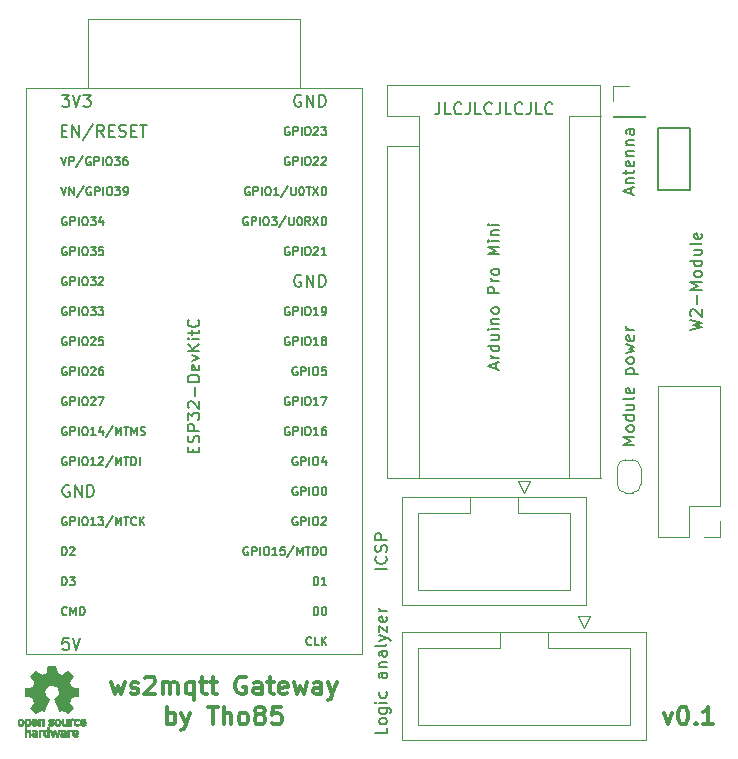
<source format=gbr>
%TF.GenerationSoftware,KiCad,Pcbnew,5.1.9+dfsg1-1*%
%TF.CreationDate,2022-02-22T21:23:52+01:00*%
%TF.ProjectId,PCB,5043422e-6b69-4636-9164-5f7063625858,rev?*%
%TF.SameCoordinates,Original*%
%TF.FileFunction,Legend,Top*%
%TF.FilePolarity,Positive*%
%FSLAX46Y46*%
G04 Gerber Fmt 4.6, Leading zero omitted, Abs format (unit mm)*
G04 Created by KiCad (PCBNEW 5.1.9+dfsg1-1) date 2022-02-22 21:23:52*
%MOMM*%
%LPD*%
G01*
G04 APERTURE LIST*
%ADD10C,0.150000*%
%ADD11C,0.300000*%
%ADD12C,0.010000*%
%ADD13C,0.120000*%
G04 APERTURE END LIST*
D10*
X95710952Y-19137380D02*
X95710952Y-19851666D01*
X95663333Y-19994523D01*
X95568095Y-20089761D01*
X95425238Y-20137380D01*
X95330000Y-20137380D01*
X96663333Y-20137380D02*
X96187142Y-20137380D01*
X96187142Y-19137380D01*
X97568095Y-20042142D02*
X97520476Y-20089761D01*
X97377619Y-20137380D01*
X97282380Y-20137380D01*
X97139523Y-20089761D01*
X97044285Y-19994523D01*
X96996666Y-19899285D01*
X96949047Y-19708809D01*
X96949047Y-19565952D01*
X96996666Y-19375476D01*
X97044285Y-19280238D01*
X97139523Y-19185000D01*
X97282380Y-19137380D01*
X97377619Y-19137380D01*
X97520476Y-19185000D01*
X97568095Y-19232619D01*
X98282380Y-19137380D02*
X98282380Y-19851666D01*
X98234761Y-19994523D01*
X98139523Y-20089761D01*
X97996666Y-20137380D01*
X97901428Y-20137380D01*
X99234761Y-20137380D02*
X98758571Y-20137380D01*
X98758571Y-19137380D01*
X100139523Y-20042142D02*
X100091904Y-20089761D01*
X99949047Y-20137380D01*
X99853809Y-20137380D01*
X99710952Y-20089761D01*
X99615714Y-19994523D01*
X99568095Y-19899285D01*
X99520476Y-19708809D01*
X99520476Y-19565952D01*
X99568095Y-19375476D01*
X99615714Y-19280238D01*
X99710952Y-19185000D01*
X99853809Y-19137380D01*
X99949047Y-19137380D01*
X100091904Y-19185000D01*
X100139523Y-19232619D01*
X100853809Y-19137380D02*
X100853809Y-19851666D01*
X100806190Y-19994523D01*
X100710952Y-20089761D01*
X100568095Y-20137380D01*
X100472857Y-20137380D01*
X101806190Y-20137380D02*
X101330000Y-20137380D01*
X101330000Y-19137380D01*
X102710952Y-20042142D02*
X102663333Y-20089761D01*
X102520476Y-20137380D01*
X102425238Y-20137380D01*
X102282380Y-20089761D01*
X102187142Y-19994523D01*
X102139523Y-19899285D01*
X102091904Y-19708809D01*
X102091904Y-19565952D01*
X102139523Y-19375476D01*
X102187142Y-19280238D01*
X102282380Y-19185000D01*
X102425238Y-19137380D01*
X102520476Y-19137380D01*
X102663333Y-19185000D01*
X102710952Y-19232619D01*
X103425238Y-19137380D02*
X103425238Y-19851666D01*
X103377619Y-19994523D01*
X103282380Y-20089761D01*
X103139523Y-20137380D01*
X103044285Y-20137380D01*
X104377619Y-20137380D02*
X103901428Y-20137380D01*
X103901428Y-19137380D01*
X105282380Y-20042142D02*
X105234761Y-20089761D01*
X105091904Y-20137380D01*
X104996666Y-20137380D01*
X104853809Y-20089761D01*
X104758571Y-19994523D01*
X104710952Y-19899285D01*
X104663333Y-19708809D01*
X104663333Y-19565952D01*
X104710952Y-19375476D01*
X104758571Y-19280238D01*
X104853809Y-19185000D01*
X104996666Y-19137380D01*
X105091904Y-19137380D01*
X105234761Y-19185000D01*
X105282380Y-19232619D01*
D11*
X114697142Y-70798571D02*
X115054285Y-71798571D01*
X115411428Y-70798571D01*
X116268571Y-70298571D02*
X116411428Y-70298571D01*
X116554285Y-70370000D01*
X116625714Y-70441428D01*
X116697142Y-70584285D01*
X116768571Y-70870000D01*
X116768571Y-71227142D01*
X116697142Y-71512857D01*
X116625714Y-71655714D01*
X116554285Y-71727142D01*
X116411428Y-71798571D01*
X116268571Y-71798571D01*
X116125714Y-71727142D01*
X116054285Y-71655714D01*
X115982857Y-71512857D01*
X115911428Y-71227142D01*
X115911428Y-70870000D01*
X115982857Y-70584285D01*
X116054285Y-70441428D01*
X116125714Y-70370000D01*
X116268571Y-70298571D01*
X117411428Y-71655714D02*
X117482857Y-71727142D01*
X117411428Y-71798571D01*
X117340000Y-71727142D01*
X117411428Y-71655714D01*
X117411428Y-71798571D01*
X118911428Y-71798571D02*
X118054285Y-71798571D01*
X118482857Y-71798571D02*
X118482857Y-70298571D01*
X118340000Y-70512857D01*
X118197142Y-70655714D01*
X118054285Y-70727142D01*
X67934285Y-68253571D02*
X68220000Y-69253571D01*
X68505714Y-68539285D01*
X68791428Y-69253571D01*
X69077142Y-68253571D01*
X69577142Y-69182142D02*
X69720000Y-69253571D01*
X70005714Y-69253571D01*
X70148571Y-69182142D01*
X70220000Y-69039285D01*
X70220000Y-68967857D01*
X70148571Y-68825000D01*
X70005714Y-68753571D01*
X69791428Y-68753571D01*
X69648571Y-68682142D01*
X69577142Y-68539285D01*
X69577142Y-68467857D01*
X69648571Y-68325000D01*
X69791428Y-68253571D01*
X70005714Y-68253571D01*
X70148571Y-68325000D01*
X70791428Y-67896428D02*
X70862857Y-67825000D01*
X71005714Y-67753571D01*
X71362857Y-67753571D01*
X71505714Y-67825000D01*
X71577142Y-67896428D01*
X71648571Y-68039285D01*
X71648571Y-68182142D01*
X71577142Y-68396428D01*
X70720000Y-69253571D01*
X71648571Y-69253571D01*
X72291428Y-69253571D02*
X72291428Y-68253571D01*
X72291428Y-68396428D02*
X72362857Y-68325000D01*
X72505714Y-68253571D01*
X72720000Y-68253571D01*
X72862857Y-68325000D01*
X72934285Y-68467857D01*
X72934285Y-69253571D01*
X72934285Y-68467857D02*
X73005714Y-68325000D01*
X73148571Y-68253571D01*
X73362857Y-68253571D01*
X73505714Y-68325000D01*
X73577142Y-68467857D01*
X73577142Y-69253571D01*
X74934285Y-68253571D02*
X74934285Y-69753571D01*
X74934285Y-69182142D02*
X74791428Y-69253571D01*
X74505714Y-69253571D01*
X74362857Y-69182142D01*
X74291428Y-69110714D01*
X74220000Y-68967857D01*
X74220000Y-68539285D01*
X74291428Y-68396428D01*
X74362857Y-68325000D01*
X74505714Y-68253571D01*
X74791428Y-68253571D01*
X74934285Y-68325000D01*
X75434285Y-68253571D02*
X76005714Y-68253571D01*
X75648571Y-67753571D02*
X75648571Y-69039285D01*
X75720000Y-69182142D01*
X75862857Y-69253571D01*
X76005714Y-69253571D01*
X76291428Y-68253571D02*
X76862857Y-68253571D01*
X76505714Y-67753571D02*
X76505714Y-69039285D01*
X76577142Y-69182142D01*
X76720000Y-69253571D01*
X76862857Y-69253571D01*
X79291428Y-67825000D02*
X79148571Y-67753571D01*
X78934285Y-67753571D01*
X78720000Y-67825000D01*
X78577142Y-67967857D01*
X78505714Y-68110714D01*
X78434285Y-68396428D01*
X78434285Y-68610714D01*
X78505714Y-68896428D01*
X78577142Y-69039285D01*
X78720000Y-69182142D01*
X78934285Y-69253571D01*
X79077142Y-69253571D01*
X79291428Y-69182142D01*
X79362857Y-69110714D01*
X79362857Y-68610714D01*
X79077142Y-68610714D01*
X80648571Y-69253571D02*
X80648571Y-68467857D01*
X80577142Y-68325000D01*
X80434285Y-68253571D01*
X80148571Y-68253571D01*
X80005714Y-68325000D01*
X80648571Y-69182142D02*
X80505714Y-69253571D01*
X80148571Y-69253571D01*
X80005714Y-69182142D01*
X79934285Y-69039285D01*
X79934285Y-68896428D01*
X80005714Y-68753571D01*
X80148571Y-68682142D01*
X80505714Y-68682142D01*
X80648571Y-68610714D01*
X81148571Y-68253571D02*
X81720000Y-68253571D01*
X81362857Y-67753571D02*
X81362857Y-69039285D01*
X81434285Y-69182142D01*
X81577142Y-69253571D01*
X81720000Y-69253571D01*
X82791428Y-69182142D02*
X82648571Y-69253571D01*
X82362857Y-69253571D01*
X82220000Y-69182142D01*
X82148571Y-69039285D01*
X82148571Y-68467857D01*
X82220000Y-68325000D01*
X82362857Y-68253571D01*
X82648571Y-68253571D01*
X82791428Y-68325000D01*
X82862857Y-68467857D01*
X82862857Y-68610714D01*
X82148571Y-68753571D01*
X83362857Y-68253571D02*
X83648571Y-69253571D01*
X83934285Y-68539285D01*
X84220000Y-69253571D01*
X84505714Y-68253571D01*
X85720000Y-69253571D02*
X85720000Y-68467857D01*
X85648571Y-68325000D01*
X85505714Y-68253571D01*
X85220000Y-68253571D01*
X85077142Y-68325000D01*
X85720000Y-69182142D02*
X85577142Y-69253571D01*
X85220000Y-69253571D01*
X85077142Y-69182142D01*
X85005714Y-69039285D01*
X85005714Y-68896428D01*
X85077142Y-68753571D01*
X85220000Y-68682142D01*
X85577142Y-68682142D01*
X85720000Y-68610714D01*
X86291428Y-68253571D02*
X86648571Y-69253571D01*
X87005714Y-68253571D02*
X86648571Y-69253571D01*
X86505714Y-69610714D01*
X86434285Y-69682142D01*
X86291428Y-69753571D01*
X72648571Y-71803571D02*
X72648571Y-70303571D01*
X72648571Y-70875000D02*
X72791428Y-70803571D01*
X73077142Y-70803571D01*
X73220000Y-70875000D01*
X73291428Y-70946428D01*
X73362857Y-71089285D01*
X73362857Y-71517857D01*
X73291428Y-71660714D01*
X73220000Y-71732142D01*
X73077142Y-71803571D01*
X72791428Y-71803571D01*
X72648571Y-71732142D01*
X73862857Y-70803571D02*
X74220000Y-71803571D01*
X74577142Y-70803571D02*
X74220000Y-71803571D01*
X74077142Y-72160714D01*
X74005714Y-72232142D01*
X73862857Y-72303571D01*
X76077142Y-70303571D02*
X76934285Y-70303571D01*
X76505714Y-71803571D02*
X76505714Y-70303571D01*
X77434285Y-71803571D02*
X77434285Y-70303571D01*
X78077142Y-71803571D02*
X78077142Y-71017857D01*
X78005714Y-70875000D01*
X77862857Y-70803571D01*
X77648571Y-70803571D01*
X77505714Y-70875000D01*
X77434285Y-70946428D01*
X79005714Y-71803571D02*
X78862857Y-71732142D01*
X78791428Y-71660714D01*
X78720000Y-71517857D01*
X78720000Y-71089285D01*
X78791428Y-70946428D01*
X78862857Y-70875000D01*
X79005714Y-70803571D01*
X79220000Y-70803571D01*
X79362857Y-70875000D01*
X79434285Y-70946428D01*
X79505714Y-71089285D01*
X79505714Y-71517857D01*
X79434285Y-71660714D01*
X79362857Y-71732142D01*
X79220000Y-71803571D01*
X79005714Y-71803571D01*
X80362857Y-70946428D02*
X80220000Y-70875000D01*
X80148571Y-70803571D01*
X80077142Y-70660714D01*
X80077142Y-70589285D01*
X80148571Y-70446428D01*
X80220000Y-70375000D01*
X80362857Y-70303571D01*
X80648571Y-70303571D01*
X80791428Y-70375000D01*
X80862857Y-70446428D01*
X80934285Y-70589285D01*
X80934285Y-70660714D01*
X80862857Y-70803571D01*
X80791428Y-70875000D01*
X80648571Y-70946428D01*
X80362857Y-70946428D01*
X80220000Y-71017857D01*
X80148571Y-71089285D01*
X80077142Y-71232142D01*
X80077142Y-71517857D01*
X80148571Y-71660714D01*
X80220000Y-71732142D01*
X80362857Y-71803571D01*
X80648571Y-71803571D01*
X80791428Y-71732142D01*
X80862857Y-71660714D01*
X80934285Y-71517857D01*
X80934285Y-71232142D01*
X80862857Y-71089285D01*
X80791428Y-71017857D01*
X80648571Y-70946428D01*
X82291428Y-70303571D02*
X81577142Y-70303571D01*
X81505714Y-71017857D01*
X81577142Y-70946428D01*
X81720000Y-70875000D01*
X82077142Y-70875000D01*
X82220000Y-70946428D01*
X82291428Y-71017857D01*
X82362857Y-71160714D01*
X82362857Y-71517857D01*
X82291428Y-71660714D01*
X82220000Y-71732142D01*
X82077142Y-71803571D01*
X81720000Y-71803571D01*
X81577142Y-71732142D01*
X81505714Y-71660714D01*
D12*
%TO.C,LOGO1*%
G36*
X60956241Y-71319184D02*
G01*
X60982753Y-71332282D01*
X61015447Y-71355106D01*
X61039275Y-71379996D01*
X61055594Y-71411249D01*
X61065760Y-71453166D01*
X61071128Y-71510044D01*
X61073056Y-71586184D01*
X61073169Y-71618917D01*
X61072839Y-71690656D01*
X61071473Y-71741927D01*
X61068500Y-71777404D01*
X61063351Y-71801763D01*
X61055457Y-71819680D01*
X61047243Y-71831902D01*
X60994813Y-71883905D01*
X60933070Y-71915184D01*
X60866464Y-71924592D01*
X60799442Y-71910980D01*
X60778208Y-71901354D01*
X60727376Y-71874859D01*
X60727376Y-72290052D01*
X60764475Y-72270868D01*
X60813357Y-72256025D01*
X60873439Y-72252222D01*
X60933436Y-72259243D01*
X60978744Y-72275013D01*
X61016325Y-72305047D01*
X61048436Y-72348024D01*
X61050850Y-72352436D01*
X61061033Y-72373221D01*
X61068470Y-72394170D01*
X61073589Y-72419548D01*
X61076819Y-72453618D01*
X61078587Y-72500641D01*
X61079323Y-72564882D01*
X61079456Y-72637176D01*
X61079456Y-72867822D01*
X60941139Y-72867822D01*
X60941139Y-72442533D01*
X60902451Y-72409979D01*
X60862262Y-72383940D01*
X60824203Y-72379205D01*
X60785934Y-72391389D01*
X60765538Y-72403320D01*
X60750358Y-72420313D01*
X60739562Y-72445995D01*
X60732317Y-72483991D01*
X60727792Y-72537926D01*
X60725156Y-72611425D01*
X60724228Y-72660347D01*
X60721089Y-72861535D01*
X60655074Y-72865336D01*
X60589060Y-72869136D01*
X60589060Y-71620650D01*
X60727376Y-71620650D01*
X60730903Y-71690254D01*
X60742785Y-71738569D01*
X60764980Y-71768631D01*
X60799441Y-71783471D01*
X60834258Y-71786436D01*
X60873671Y-71783028D01*
X60899829Y-71769617D01*
X60916186Y-71751896D01*
X60929063Y-71732835D01*
X60936728Y-71711601D01*
X60940139Y-71681849D01*
X60940251Y-71637236D01*
X60939103Y-71599880D01*
X60936468Y-71543604D01*
X60932544Y-71506658D01*
X60925937Y-71483223D01*
X60915251Y-71467480D01*
X60905167Y-71458380D01*
X60863030Y-71438537D01*
X60813160Y-71435332D01*
X60784524Y-71442168D01*
X60756172Y-71466464D01*
X60737391Y-71513728D01*
X60728288Y-71583624D01*
X60727376Y-71620650D01*
X60589060Y-71620650D01*
X60589060Y-71308614D01*
X60658218Y-71308614D01*
X60699740Y-71310256D01*
X60721162Y-71316087D01*
X60727374Y-71327461D01*
X60727376Y-71327798D01*
X60730258Y-71338938D01*
X60742970Y-71337673D01*
X60768243Y-71325433D01*
X60827131Y-71306707D01*
X60893385Y-71304739D01*
X60956241Y-71319184D01*
G37*
X60956241Y-71319184D02*
X60982753Y-71332282D01*
X61015447Y-71355106D01*
X61039275Y-71379996D01*
X61055594Y-71411249D01*
X61065760Y-71453166D01*
X61071128Y-71510044D01*
X61073056Y-71586184D01*
X61073169Y-71618917D01*
X61072839Y-71690656D01*
X61071473Y-71741927D01*
X61068500Y-71777404D01*
X61063351Y-71801763D01*
X61055457Y-71819680D01*
X61047243Y-71831902D01*
X60994813Y-71883905D01*
X60933070Y-71915184D01*
X60866464Y-71924592D01*
X60799442Y-71910980D01*
X60778208Y-71901354D01*
X60727376Y-71874859D01*
X60727376Y-72290052D01*
X60764475Y-72270868D01*
X60813357Y-72256025D01*
X60873439Y-72252222D01*
X60933436Y-72259243D01*
X60978744Y-72275013D01*
X61016325Y-72305047D01*
X61048436Y-72348024D01*
X61050850Y-72352436D01*
X61061033Y-72373221D01*
X61068470Y-72394170D01*
X61073589Y-72419548D01*
X61076819Y-72453618D01*
X61078587Y-72500641D01*
X61079323Y-72564882D01*
X61079456Y-72637176D01*
X61079456Y-72867822D01*
X60941139Y-72867822D01*
X60941139Y-72442533D01*
X60902451Y-72409979D01*
X60862262Y-72383940D01*
X60824203Y-72379205D01*
X60785934Y-72391389D01*
X60765538Y-72403320D01*
X60750358Y-72420313D01*
X60739562Y-72445995D01*
X60732317Y-72483991D01*
X60727792Y-72537926D01*
X60725156Y-72611425D01*
X60724228Y-72660347D01*
X60721089Y-72861535D01*
X60655074Y-72865336D01*
X60589060Y-72869136D01*
X60589060Y-71620650D01*
X60727376Y-71620650D01*
X60730903Y-71690254D01*
X60742785Y-71738569D01*
X60764980Y-71768631D01*
X60799441Y-71783471D01*
X60834258Y-71786436D01*
X60873671Y-71783028D01*
X60899829Y-71769617D01*
X60916186Y-71751896D01*
X60929063Y-71732835D01*
X60936728Y-71711601D01*
X60940139Y-71681849D01*
X60940251Y-71637236D01*
X60939103Y-71599880D01*
X60936468Y-71543604D01*
X60932544Y-71506658D01*
X60925937Y-71483223D01*
X60915251Y-71467480D01*
X60905167Y-71458380D01*
X60863030Y-71438537D01*
X60813160Y-71435332D01*
X60784524Y-71442168D01*
X60756172Y-71466464D01*
X60737391Y-71513728D01*
X60728288Y-71583624D01*
X60727376Y-71620650D01*
X60589060Y-71620650D01*
X60589060Y-71308614D01*
X60658218Y-71308614D01*
X60699740Y-71310256D01*
X60721162Y-71316087D01*
X60727374Y-71327461D01*
X60727376Y-71327798D01*
X60730258Y-71338938D01*
X60742970Y-71337673D01*
X60768243Y-71325433D01*
X60827131Y-71306707D01*
X60893385Y-71304739D01*
X60956241Y-71319184D01*
G36*
X61480790Y-72256555D02*
G01*
X61539945Y-72272339D01*
X61584977Y-72300948D01*
X61616754Y-72338419D01*
X61626634Y-72354411D01*
X61633927Y-72371163D01*
X61639026Y-72392592D01*
X61642321Y-72422616D01*
X61644203Y-72465154D01*
X61645063Y-72524122D01*
X61645293Y-72603440D01*
X61645297Y-72624484D01*
X61645297Y-72867822D01*
X61584941Y-72867822D01*
X61546443Y-72865126D01*
X61517977Y-72858295D01*
X61510845Y-72854083D01*
X61491348Y-72846813D01*
X61471434Y-72854083D01*
X61438647Y-72863160D01*
X61391022Y-72866813D01*
X61338236Y-72865228D01*
X61289964Y-72858589D01*
X61261782Y-72850072D01*
X61207247Y-72815063D01*
X61173165Y-72766479D01*
X61157843Y-72701882D01*
X61157701Y-72700223D01*
X61159045Y-72671566D01*
X61280644Y-72671566D01*
X61291274Y-72704161D01*
X61308590Y-72722505D01*
X61343348Y-72736379D01*
X61389227Y-72741917D01*
X61436012Y-72739191D01*
X61473486Y-72728274D01*
X61483985Y-72721269D01*
X61502332Y-72688904D01*
X61506980Y-72652111D01*
X61506980Y-72603763D01*
X61437418Y-72603763D01*
X61371333Y-72608850D01*
X61321236Y-72623263D01*
X61290071Y-72645729D01*
X61280644Y-72671566D01*
X61159045Y-72671566D01*
X61161013Y-72629647D01*
X61184290Y-72573845D01*
X61228052Y-72531647D01*
X61234101Y-72527808D01*
X61260093Y-72515309D01*
X61292265Y-72507740D01*
X61337240Y-72504061D01*
X61390669Y-72503216D01*
X61506980Y-72503169D01*
X61506980Y-72454411D01*
X61502047Y-72416581D01*
X61489457Y-72391236D01*
X61487983Y-72389887D01*
X61459966Y-72378800D01*
X61417674Y-72374503D01*
X61370936Y-72376615D01*
X61329582Y-72384756D01*
X61305043Y-72396965D01*
X61291747Y-72406746D01*
X61277706Y-72408613D01*
X61258329Y-72400600D01*
X61229024Y-72380739D01*
X61185197Y-72347063D01*
X61181175Y-72343909D01*
X61183236Y-72332236D01*
X61200432Y-72312822D01*
X61226567Y-72291248D01*
X61255448Y-72273096D01*
X61264522Y-72268809D01*
X61297620Y-72260256D01*
X61346120Y-72254155D01*
X61400305Y-72251708D01*
X61402839Y-72251703D01*
X61480790Y-72256555D01*
G37*
X61480790Y-72256555D02*
X61539945Y-72272339D01*
X61584977Y-72300948D01*
X61616754Y-72338419D01*
X61626634Y-72354411D01*
X61633927Y-72371163D01*
X61639026Y-72392592D01*
X61642321Y-72422616D01*
X61644203Y-72465154D01*
X61645063Y-72524122D01*
X61645293Y-72603440D01*
X61645297Y-72624484D01*
X61645297Y-72867822D01*
X61584941Y-72867822D01*
X61546443Y-72865126D01*
X61517977Y-72858295D01*
X61510845Y-72854083D01*
X61491348Y-72846813D01*
X61471434Y-72854083D01*
X61438647Y-72863160D01*
X61391022Y-72866813D01*
X61338236Y-72865228D01*
X61289964Y-72858589D01*
X61261782Y-72850072D01*
X61207247Y-72815063D01*
X61173165Y-72766479D01*
X61157843Y-72701882D01*
X61157701Y-72700223D01*
X61159045Y-72671566D01*
X61280644Y-72671566D01*
X61291274Y-72704161D01*
X61308590Y-72722505D01*
X61343348Y-72736379D01*
X61389227Y-72741917D01*
X61436012Y-72739191D01*
X61473486Y-72728274D01*
X61483985Y-72721269D01*
X61502332Y-72688904D01*
X61506980Y-72652111D01*
X61506980Y-72603763D01*
X61437418Y-72603763D01*
X61371333Y-72608850D01*
X61321236Y-72623263D01*
X61290071Y-72645729D01*
X61280644Y-72671566D01*
X61159045Y-72671566D01*
X61161013Y-72629647D01*
X61184290Y-72573845D01*
X61228052Y-72531647D01*
X61234101Y-72527808D01*
X61260093Y-72515309D01*
X61292265Y-72507740D01*
X61337240Y-72504061D01*
X61390669Y-72503216D01*
X61506980Y-72503169D01*
X61506980Y-72454411D01*
X61502047Y-72416581D01*
X61489457Y-72391236D01*
X61487983Y-72389887D01*
X61459966Y-72378800D01*
X61417674Y-72374503D01*
X61370936Y-72376615D01*
X61329582Y-72384756D01*
X61305043Y-72396965D01*
X61291747Y-72406746D01*
X61277706Y-72408613D01*
X61258329Y-72400600D01*
X61229024Y-72380739D01*
X61185197Y-72347063D01*
X61181175Y-72343909D01*
X61183236Y-72332236D01*
X61200432Y-72312822D01*
X61226567Y-72291248D01*
X61255448Y-72273096D01*
X61264522Y-72268809D01*
X61297620Y-72260256D01*
X61346120Y-72254155D01*
X61400305Y-72251708D01*
X61402839Y-72251703D01*
X61480790Y-72256555D01*
G36*
X61871644Y-72253020D02*
G01*
X61890461Y-72258660D01*
X61896527Y-72271053D01*
X61896782Y-72276647D01*
X61897871Y-72292230D01*
X61905368Y-72294676D01*
X61925619Y-72283993D01*
X61937649Y-72276694D01*
X61975600Y-72261063D01*
X62020928Y-72253334D01*
X62068456Y-72252740D01*
X62113005Y-72258513D01*
X62149398Y-72269884D01*
X62172457Y-72286088D01*
X62177004Y-72306355D01*
X62174709Y-72311843D01*
X62157980Y-72334626D01*
X62132037Y-72362647D01*
X62127345Y-72367177D01*
X62102617Y-72388005D01*
X62081282Y-72394735D01*
X62051445Y-72390038D01*
X62039492Y-72386917D01*
X62002295Y-72379421D01*
X61976141Y-72382792D01*
X61954054Y-72394681D01*
X61933822Y-72410635D01*
X61918921Y-72430700D01*
X61908566Y-72458702D01*
X61901971Y-72498467D01*
X61898351Y-72553823D01*
X61896922Y-72628594D01*
X61896782Y-72673740D01*
X61896782Y-72867822D01*
X61771040Y-72867822D01*
X61771040Y-72251683D01*
X61833911Y-72251683D01*
X61871644Y-72253020D01*
G37*
X61871644Y-72253020D02*
X61890461Y-72258660D01*
X61896527Y-72271053D01*
X61896782Y-72276647D01*
X61897871Y-72292230D01*
X61905368Y-72294676D01*
X61925619Y-72283993D01*
X61937649Y-72276694D01*
X61975600Y-72261063D01*
X62020928Y-72253334D01*
X62068456Y-72252740D01*
X62113005Y-72258513D01*
X62149398Y-72269884D01*
X62172457Y-72286088D01*
X62177004Y-72306355D01*
X62174709Y-72311843D01*
X62157980Y-72334626D01*
X62132037Y-72362647D01*
X62127345Y-72367177D01*
X62102617Y-72388005D01*
X62081282Y-72394735D01*
X62051445Y-72390038D01*
X62039492Y-72386917D01*
X62002295Y-72379421D01*
X61976141Y-72382792D01*
X61954054Y-72394681D01*
X61933822Y-72410635D01*
X61918921Y-72430700D01*
X61908566Y-72458702D01*
X61901971Y-72498467D01*
X61898351Y-72553823D01*
X61896922Y-72628594D01*
X61896782Y-72673740D01*
X61896782Y-72867822D01*
X61771040Y-72867822D01*
X61771040Y-72251683D01*
X61833911Y-72251683D01*
X61871644Y-72253020D01*
G36*
X62663812Y-72867822D02*
G01*
X62594654Y-72867822D01*
X62554512Y-72866645D01*
X62533606Y-72861772D01*
X62526078Y-72851186D01*
X62525495Y-72844029D01*
X62524226Y-72829676D01*
X62516221Y-72826923D01*
X62495185Y-72835771D01*
X62478827Y-72844029D01*
X62416023Y-72863597D01*
X62347752Y-72864729D01*
X62292248Y-72850135D01*
X62240562Y-72814877D01*
X62201162Y-72762835D01*
X62179587Y-72701450D01*
X62179038Y-72698018D01*
X62175833Y-72660571D01*
X62174239Y-72606813D01*
X62174367Y-72566155D01*
X62311721Y-72566155D01*
X62314903Y-72620194D01*
X62322141Y-72664735D01*
X62331940Y-72689888D01*
X62369011Y-72724260D01*
X62413026Y-72736582D01*
X62458416Y-72726618D01*
X62497203Y-72696895D01*
X62511892Y-72676905D01*
X62520481Y-72653050D01*
X62524504Y-72618230D01*
X62525495Y-72565930D01*
X62523722Y-72514139D01*
X62519037Y-72468634D01*
X62512397Y-72438181D01*
X62511290Y-72435452D01*
X62484509Y-72403000D01*
X62445421Y-72385183D01*
X62401685Y-72382306D01*
X62360962Y-72394674D01*
X62330913Y-72422593D01*
X62327796Y-72428148D01*
X62318039Y-72462022D01*
X62312723Y-72510728D01*
X62311721Y-72566155D01*
X62174367Y-72566155D01*
X62174432Y-72545540D01*
X62175336Y-72512563D01*
X62181486Y-72430981D01*
X62194267Y-72369730D01*
X62215529Y-72324449D01*
X62247122Y-72290779D01*
X62277793Y-72271014D01*
X62320646Y-72257120D01*
X62373944Y-72252354D01*
X62428520Y-72256236D01*
X62475208Y-72268282D01*
X62499876Y-72282693D01*
X62525495Y-72305878D01*
X62525495Y-72012773D01*
X62663812Y-72012773D01*
X62663812Y-72867822D01*
G37*
X62663812Y-72867822D02*
X62594654Y-72867822D01*
X62554512Y-72866645D01*
X62533606Y-72861772D01*
X62526078Y-72851186D01*
X62525495Y-72844029D01*
X62524226Y-72829676D01*
X62516221Y-72826923D01*
X62495185Y-72835771D01*
X62478827Y-72844029D01*
X62416023Y-72863597D01*
X62347752Y-72864729D01*
X62292248Y-72850135D01*
X62240562Y-72814877D01*
X62201162Y-72762835D01*
X62179587Y-72701450D01*
X62179038Y-72698018D01*
X62175833Y-72660571D01*
X62174239Y-72606813D01*
X62174367Y-72566155D01*
X62311721Y-72566155D01*
X62314903Y-72620194D01*
X62322141Y-72664735D01*
X62331940Y-72689888D01*
X62369011Y-72724260D01*
X62413026Y-72736582D01*
X62458416Y-72726618D01*
X62497203Y-72696895D01*
X62511892Y-72676905D01*
X62520481Y-72653050D01*
X62524504Y-72618230D01*
X62525495Y-72565930D01*
X62523722Y-72514139D01*
X62519037Y-72468634D01*
X62512397Y-72438181D01*
X62511290Y-72435452D01*
X62484509Y-72403000D01*
X62445421Y-72385183D01*
X62401685Y-72382306D01*
X62360962Y-72394674D01*
X62330913Y-72422593D01*
X62327796Y-72428148D01*
X62318039Y-72462022D01*
X62312723Y-72510728D01*
X62311721Y-72566155D01*
X62174367Y-72566155D01*
X62174432Y-72545540D01*
X62175336Y-72512563D01*
X62181486Y-72430981D01*
X62194267Y-72369730D01*
X62215529Y-72324449D01*
X62247122Y-72290779D01*
X62277793Y-72271014D01*
X62320646Y-72257120D01*
X62373944Y-72252354D01*
X62428520Y-72256236D01*
X62475208Y-72268282D01*
X62499876Y-72282693D01*
X62525495Y-72305878D01*
X62525495Y-72012773D01*
X62663812Y-72012773D01*
X62663812Y-72867822D01*
G36*
X63146524Y-72254237D02*
G01*
X63196255Y-72257971D01*
X63326291Y-72647773D01*
X63346678Y-72578614D01*
X63358946Y-72535874D01*
X63375085Y-72478115D01*
X63392512Y-72414625D01*
X63401726Y-72380570D01*
X63436388Y-72251683D01*
X63579391Y-72251683D01*
X63536646Y-72386857D01*
X63515596Y-72453342D01*
X63490167Y-72533539D01*
X63463610Y-72617193D01*
X63439902Y-72691782D01*
X63385902Y-72861535D01*
X63327598Y-72865328D01*
X63269295Y-72869122D01*
X63237679Y-72764734D01*
X63218182Y-72699889D01*
X63196904Y-72628400D01*
X63178308Y-72565263D01*
X63177574Y-72562750D01*
X63163684Y-72519969D01*
X63151429Y-72490779D01*
X63142846Y-72479741D01*
X63141082Y-72481018D01*
X63134891Y-72498130D01*
X63123128Y-72534787D01*
X63107225Y-72586378D01*
X63088614Y-72648294D01*
X63078543Y-72682352D01*
X63024007Y-72867822D01*
X62908264Y-72867822D01*
X62815737Y-72575471D01*
X62789744Y-72493462D01*
X62766066Y-72418987D01*
X62745820Y-72355544D01*
X62730126Y-72306632D01*
X62720102Y-72275749D01*
X62717055Y-72266726D01*
X62719467Y-72257487D01*
X62738408Y-72253441D01*
X62777823Y-72253846D01*
X62783993Y-72254152D01*
X62857086Y-72257971D01*
X62904957Y-72434010D01*
X62922553Y-72498211D01*
X62938277Y-72554649D01*
X62950746Y-72598422D01*
X62958574Y-72624630D01*
X62960020Y-72628903D01*
X62966014Y-72623990D01*
X62978101Y-72598532D01*
X62994893Y-72555997D01*
X63015003Y-72499850D01*
X63032003Y-72449130D01*
X63096794Y-72250504D01*
X63146524Y-72254237D01*
G37*
X63146524Y-72254237D02*
X63196255Y-72257971D01*
X63326291Y-72647773D01*
X63346678Y-72578614D01*
X63358946Y-72535874D01*
X63375085Y-72478115D01*
X63392512Y-72414625D01*
X63401726Y-72380570D01*
X63436388Y-72251683D01*
X63579391Y-72251683D01*
X63536646Y-72386857D01*
X63515596Y-72453342D01*
X63490167Y-72533539D01*
X63463610Y-72617193D01*
X63439902Y-72691782D01*
X63385902Y-72861535D01*
X63327598Y-72865328D01*
X63269295Y-72869122D01*
X63237679Y-72764734D01*
X63218182Y-72699889D01*
X63196904Y-72628400D01*
X63178308Y-72565263D01*
X63177574Y-72562750D01*
X63163684Y-72519969D01*
X63151429Y-72490779D01*
X63142846Y-72479741D01*
X63141082Y-72481018D01*
X63134891Y-72498130D01*
X63123128Y-72534787D01*
X63107225Y-72586378D01*
X63088614Y-72648294D01*
X63078543Y-72682352D01*
X63024007Y-72867822D01*
X62908264Y-72867822D01*
X62815737Y-72575471D01*
X62789744Y-72493462D01*
X62766066Y-72418987D01*
X62745820Y-72355544D01*
X62730126Y-72306632D01*
X62720102Y-72275749D01*
X62717055Y-72266726D01*
X62719467Y-72257487D01*
X62738408Y-72253441D01*
X62777823Y-72253846D01*
X62783993Y-72254152D01*
X62857086Y-72257971D01*
X62904957Y-72434010D01*
X62922553Y-72498211D01*
X62938277Y-72554649D01*
X62950746Y-72598422D01*
X62958574Y-72624630D01*
X62960020Y-72628903D01*
X62966014Y-72623990D01*
X62978101Y-72598532D01*
X62994893Y-72555997D01*
X63015003Y-72499850D01*
X63032003Y-72449130D01*
X63096794Y-72250504D01*
X63146524Y-72254237D01*
G36*
X63903411Y-72255417D02*
G01*
X63956411Y-72268290D01*
X63971731Y-72275110D01*
X64001428Y-72292974D01*
X64024220Y-72313093D01*
X64041083Y-72338962D01*
X64052998Y-72374073D01*
X64060942Y-72421920D01*
X64065894Y-72485996D01*
X64068831Y-72569794D01*
X64069947Y-72625768D01*
X64074052Y-72867822D01*
X64003932Y-72867822D01*
X63961393Y-72866038D01*
X63939476Y-72859942D01*
X63933812Y-72849706D01*
X63930821Y-72838637D01*
X63917451Y-72840754D01*
X63899233Y-72849629D01*
X63853624Y-72863233D01*
X63795007Y-72866899D01*
X63733354Y-72860903D01*
X63678638Y-72845521D01*
X63673730Y-72843386D01*
X63623723Y-72808255D01*
X63590756Y-72759419D01*
X63575587Y-72702333D01*
X63576746Y-72681824D01*
X63700508Y-72681824D01*
X63711413Y-72709425D01*
X63743745Y-72729204D01*
X63795910Y-72739819D01*
X63823787Y-72741228D01*
X63870247Y-72737620D01*
X63901129Y-72723597D01*
X63908664Y-72716931D01*
X63929076Y-72680666D01*
X63933812Y-72647773D01*
X63933812Y-72603763D01*
X63872513Y-72603763D01*
X63801256Y-72607395D01*
X63751276Y-72618818D01*
X63719696Y-72638824D01*
X63712626Y-72647743D01*
X63700508Y-72681824D01*
X63576746Y-72681824D01*
X63578971Y-72642456D01*
X63601663Y-72585244D01*
X63632624Y-72546580D01*
X63651376Y-72529864D01*
X63669733Y-72518878D01*
X63693619Y-72512180D01*
X63728957Y-72508326D01*
X63781669Y-72505873D01*
X63802577Y-72505168D01*
X63933812Y-72500879D01*
X63933620Y-72461158D01*
X63928537Y-72419405D01*
X63910162Y-72394158D01*
X63873039Y-72378030D01*
X63872043Y-72377742D01*
X63819410Y-72371400D01*
X63767906Y-72379684D01*
X63729630Y-72399827D01*
X63714272Y-72409773D01*
X63697730Y-72408397D01*
X63672275Y-72393987D01*
X63657328Y-72383817D01*
X63628091Y-72362088D01*
X63609980Y-72345800D01*
X63607074Y-72341137D01*
X63619040Y-72317005D01*
X63654396Y-72288185D01*
X63669753Y-72278461D01*
X63713901Y-72261714D01*
X63773398Y-72252227D01*
X63839487Y-72250095D01*
X63903411Y-72255417D01*
G37*
X63903411Y-72255417D02*
X63956411Y-72268290D01*
X63971731Y-72275110D01*
X64001428Y-72292974D01*
X64024220Y-72313093D01*
X64041083Y-72338962D01*
X64052998Y-72374073D01*
X64060942Y-72421920D01*
X64065894Y-72485996D01*
X64068831Y-72569794D01*
X64069947Y-72625768D01*
X64074052Y-72867822D01*
X64003932Y-72867822D01*
X63961393Y-72866038D01*
X63939476Y-72859942D01*
X63933812Y-72849706D01*
X63930821Y-72838637D01*
X63917451Y-72840754D01*
X63899233Y-72849629D01*
X63853624Y-72863233D01*
X63795007Y-72866899D01*
X63733354Y-72860903D01*
X63678638Y-72845521D01*
X63673730Y-72843386D01*
X63623723Y-72808255D01*
X63590756Y-72759419D01*
X63575587Y-72702333D01*
X63576746Y-72681824D01*
X63700508Y-72681824D01*
X63711413Y-72709425D01*
X63743745Y-72729204D01*
X63795910Y-72739819D01*
X63823787Y-72741228D01*
X63870247Y-72737620D01*
X63901129Y-72723597D01*
X63908664Y-72716931D01*
X63929076Y-72680666D01*
X63933812Y-72647773D01*
X63933812Y-72603763D01*
X63872513Y-72603763D01*
X63801256Y-72607395D01*
X63751276Y-72618818D01*
X63719696Y-72638824D01*
X63712626Y-72647743D01*
X63700508Y-72681824D01*
X63576746Y-72681824D01*
X63578971Y-72642456D01*
X63601663Y-72585244D01*
X63632624Y-72546580D01*
X63651376Y-72529864D01*
X63669733Y-72518878D01*
X63693619Y-72512180D01*
X63728957Y-72508326D01*
X63781669Y-72505873D01*
X63802577Y-72505168D01*
X63933812Y-72500879D01*
X63933620Y-72461158D01*
X63928537Y-72419405D01*
X63910162Y-72394158D01*
X63873039Y-72378030D01*
X63872043Y-72377742D01*
X63819410Y-72371400D01*
X63767906Y-72379684D01*
X63729630Y-72399827D01*
X63714272Y-72409773D01*
X63697730Y-72408397D01*
X63672275Y-72393987D01*
X63657328Y-72383817D01*
X63628091Y-72362088D01*
X63609980Y-72345800D01*
X63607074Y-72341137D01*
X63619040Y-72317005D01*
X63654396Y-72288185D01*
X63669753Y-72278461D01*
X63713901Y-72261714D01*
X63773398Y-72252227D01*
X63839487Y-72250095D01*
X63903411Y-72255417D01*
G36*
X64500255Y-72251486D02*
G01*
X64548595Y-72261015D01*
X64576114Y-72275125D01*
X64605064Y-72298568D01*
X64563876Y-72350571D01*
X64538482Y-72382064D01*
X64521238Y-72397428D01*
X64504102Y-72399776D01*
X64479027Y-72392217D01*
X64467257Y-72387941D01*
X64419270Y-72381631D01*
X64375324Y-72395156D01*
X64343060Y-72425710D01*
X64337819Y-72435452D01*
X64332112Y-72461258D01*
X64327706Y-72508817D01*
X64324811Y-72574758D01*
X64323631Y-72655710D01*
X64323614Y-72667226D01*
X64323614Y-72867822D01*
X64185297Y-72867822D01*
X64185297Y-72251683D01*
X64254456Y-72251683D01*
X64294333Y-72252725D01*
X64315107Y-72257358D01*
X64322789Y-72267849D01*
X64323614Y-72277745D01*
X64323614Y-72303806D01*
X64356745Y-72277745D01*
X64394735Y-72259965D01*
X64445770Y-72251174D01*
X64500255Y-72251486D01*
G37*
X64500255Y-72251486D02*
X64548595Y-72261015D01*
X64576114Y-72275125D01*
X64605064Y-72298568D01*
X64563876Y-72350571D01*
X64538482Y-72382064D01*
X64521238Y-72397428D01*
X64504102Y-72399776D01*
X64479027Y-72392217D01*
X64467257Y-72387941D01*
X64419270Y-72381631D01*
X64375324Y-72395156D01*
X64343060Y-72425710D01*
X64337819Y-72435452D01*
X64332112Y-72461258D01*
X64327706Y-72508817D01*
X64324811Y-72574758D01*
X64323631Y-72655710D01*
X64323614Y-72667226D01*
X64323614Y-72867822D01*
X64185297Y-72867822D01*
X64185297Y-72251683D01*
X64254456Y-72251683D01*
X64294333Y-72252725D01*
X64315107Y-72257358D01*
X64322789Y-72267849D01*
X64323614Y-72277745D01*
X64323614Y-72303806D01*
X64356745Y-72277745D01*
X64394735Y-72259965D01*
X64445770Y-72251174D01*
X64500255Y-72251486D01*
G36*
X64897581Y-72254970D02*
G01*
X64957685Y-72270597D01*
X65008021Y-72302848D01*
X65032393Y-72326940D01*
X65072345Y-72383895D01*
X65095242Y-72449965D01*
X65103108Y-72531182D01*
X65103148Y-72537748D01*
X65103218Y-72603763D01*
X64723264Y-72603763D01*
X64731363Y-72638342D01*
X64745987Y-72669659D01*
X64771581Y-72702291D01*
X64776935Y-72707500D01*
X64822943Y-72735694D01*
X64875410Y-72740475D01*
X64935803Y-72721926D01*
X64946040Y-72716931D01*
X64977439Y-72701745D01*
X64998470Y-72693094D01*
X65002139Y-72692293D01*
X65014948Y-72700063D01*
X65039378Y-72719072D01*
X65051779Y-72729460D01*
X65077476Y-72753321D01*
X65085915Y-72769077D01*
X65080058Y-72783571D01*
X65076928Y-72787534D01*
X65055725Y-72804879D01*
X65020738Y-72825959D01*
X64996337Y-72838265D01*
X64927072Y-72859946D01*
X64850388Y-72866971D01*
X64777765Y-72858647D01*
X64757426Y-72852686D01*
X64694476Y-72818952D01*
X64647815Y-72767045D01*
X64617173Y-72696459D01*
X64602282Y-72606692D01*
X64600647Y-72559753D01*
X64605421Y-72491413D01*
X64725990Y-72491413D01*
X64737652Y-72496465D01*
X64768998Y-72500429D01*
X64814571Y-72502768D01*
X64845446Y-72503169D01*
X64900981Y-72502783D01*
X64936033Y-72500975D01*
X64955262Y-72496773D01*
X64963330Y-72489203D01*
X64964901Y-72478218D01*
X64954121Y-72444381D01*
X64926980Y-72410940D01*
X64891277Y-72385272D01*
X64855560Y-72374772D01*
X64807048Y-72384086D01*
X64765053Y-72411013D01*
X64735936Y-72449827D01*
X64725990Y-72491413D01*
X64605421Y-72491413D01*
X64607599Y-72460236D01*
X64629055Y-72380949D01*
X64665470Y-72321263D01*
X64717297Y-72280549D01*
X64784990Y-72258179D01*
X64821662Y-72253871D01*
X64897581Y-72254970D01*
G37*
X64897581Y-72254970D02*
X64957685Y-72270597D01*
X65008021Y-72302848D01*
X65032393Y-72326940D01*
X65072345Y-72383895D01*
X65095242Y-72449965D01*
X65103108Y-72531182D01*
X65103148Y-72537748D01*
X65103218Y-72603763D01*
X64723264Y-72603763D01*
X64731363Y-72638342D01*
X64745987Y-72669659D01*
X64771581Y-72702291D01*
X64776935Y-72707500D01*
X64822943Y-72735694D01*
X64875410Y-72740475D01*
X64935803Y-72721926D01*
X64946040Y-72716931D01*
X64977439Y-72701745D01*
X64998470Y-72693094D01*
X65002139Y-72692293D01*
X65014948Y-72700063D01*
X65039378Y-72719072D01*
X65051779Y-72729460D01*
X65077476Y-72753321D01*
X65085915Y-72769077D01*
X65080058Y-72783571D01*
X65076928Y-72787534D01*
X65055725Y-72804879D01*
X65020738Y-72825959D01*
X64996337Y-72838265D01*
X64927072Y-72859946D01*
X64850388Y-72866971D01*
X64777765Y-72858647D01*
X64757426Y-72852686D01*
X64694476Y-72818952D01*
X64647815Y-72767045D01*
X64617173Y-72696459D01*
X64602282Y-72606692D01*
X64600647Y-72559753D01*
X64605421Y-72491413D01*
X64725990Y-72491413D01*
X64737652Y-72496465D01*
X64768998Y-72500429D01*
X64814571Y-72502768D01*
X64845446Y-72503169D01*
X64900981Y-72502783D01*
X64936033Y-72500975D01*
X64955262Y-72496773D01*
X64963330Y-72489203D01*
X64964901Y-72478218D01*
X64954121Y-72444381D01*
X64926980Y-72410940D01*
X64891277Y-72385272D01*
X64855560Y-72374772D01*
X64807048Y-72384086D01*
X64765053Y-72411013D01*
X64735936Y-72449827D01*
X64725990Y-72491413D01*
X64605421Y-72491413D01*
X64607599Y-72460236D01*
X64629055Y-72380949D01*
X64665470Y-72321263D01*
X64717297Y-72280549D01*
X64784990Y-72258179D01*
X64821662Y-72253871D01*
X64897581Y-72254970D01*
G36*
X60326739Y-71315148D02*
G01*
X60392521Y-71344231D01*
X60442460Y-71392793D01*
X60476626Y-71460908D01*
X60495093Y-71548651D01*
X60496417Y-71562351D01*
X60497454Y-71658939D01*
X60484007Y-71743602D01*
X60456892Y-71812221D01*
X60442373Y-71834294D01*
X60391799Y-71881011D01*
X60327391Y-71911268D01*
X60255334Y-71923824D01*
X60181815Y-71917439D01*
X60125928Y-71897772D01*
X60077868Y-71864629D01*
X60038588Y-71821175D01*
X60037908Y-71820158D01*
X60021956Y-71793338D01*
X60011590Y-71766368D01*
X60005312Y-71732332D01*
X60001627Y-71684310D01*
X60000003Y-71644931D01*
X59999328Y-71609219D01*
X60125045Y-71609219D01*
X60126274Y-71644770D01*
X60130734Y-71692094D01*
X60138603Y-71722465D01*
X60152793Y-71744072D01*
X60166083Y-71756694D01*
X60213198Y-71783122D01*
X60262495Y-71786653D01*
X60308407Y-71767639D01*
X60331362Y-71746331D01*
X60347904Y-71724859D01*
X60357579Y-71704313D01*
X60361826Y-71677574D01*
X60362080Y-71637523D01*
X60360772Y-71600638D01*
X60357957Y-71547947D01*
X60353495Y-71513772D01*
X60345452Y-71491480D01*
X60331897Y-71474442D01*
X60321155Y-71464703D01*
X60276223Y-71439123D01*
X60227751Y-71437847D01*
X60187106Y-71452999D01*
X60152433Y-71484642D01*
X60131776Y-71536620D01*
X60125045Y-71609219D01*
X59999328Y-71609219D01*
X59998521Y-71566621D01*
X60001052Y-71508056D01*
X60008638Y-71464007D01*
X60022319Y-71429248D01*
X60043135Y-71398551D01*
X60050853Y-71389436D01*
X60099111Y-71344021D01*
X60150872Y-71317493D01*
X60214172Y-71306379D01*
X60245039Y-71305471D01*
X60326739Y-71315148D01*
G37*
X60326739Y-71315148D02*
X60392521Y-71344231D01*
X60442460Y-71392793D01*
X60476626Y-71460908D01*
X60495093Y-71548651D01*
X60496417Y-71562351D01*
X60497454Y-71658939D01*
X60484007Y-71743602D01*
X60456892Y-71812221D01*
X60442373Y-71834294D01*
X60391799Y-71881011D01*
X60327391Y-71911268D01*
X60255334Y-71923824D01*
X60181815Y-71917439D01*
X60125928Y-71897772D01*
X60077868Y-71864629D01*
X60038588Y-71821175D01*
X60037908Y-71820158D01*
X60021956Y-71793338D01*
X60011590Y-71766368D01*
X60005312Y-71732332D01*
X60001627Y-71684310D01*
X60000003Y-71644931D01*
X59999328Y-71609219D01*
X60125045Y-71609219D01*
X60126274Y-71644770D01*
X60130734Y-71692094D01*
X60138603Y-71722465D01*
X60152793Y-71744072D01*
X60166083Y-71756694D01*
X60213198Y-71783122D01*
X60262495Y-71786653D01*
X60308407Y-71767639D01*
X60331362Y-71746331D01*
X60347904Y-71724859D01*
X60357579Y-71704313D01*
X60361826Y-71677574D01*
X60362080Y-71637523D01*
X60360772Y-71600638D01*
X60357957Y-71547947D01*
X60353495Y-71513772D01*
X60345452Y-71491480D01*
X60331897Y-71474442D01*
X60321155Y-71464703D01*
X60276223Y-71439123D01*
X60227751Y-71437847D01*
X60187106Y-71452999D01*
X60152433Y-71484642D01*
X60131776Y-71536620D01*
X60125045Y-71609219D01*
X59999328Y-71609219D01*
X59998521Y-71566621D01*
X60001052Y-71508056D01*
X60008638Y-71464007D01*
X60022319Y-71429248D01*
X60043135Y-71398551D01*
X60050853Y-71389436D01*
X60099111Y-71344021D01*
X60150872Y-71317493D01*
X60214172Y-71306379D01*
X60245039Y-71305471D01*
X60326739Y-71315148D01*
G36*
X61508301Y-71322614D02*
G01*
X61520832Y-71328514D01*
X61564201Y-71360283D01*
X61605210Y-71406646D01*
X61635832Y-71457696D01*
X61644541Y-71481166D01*
X61652488Y-71523091D01*
X61657226Y-71573757D01*
X61657801Y-71594679D01*
X61657871Y-71660693D01*
X61277917Y-71660693D01*
X61286017Y-71695273D01*
X61305896Y-71736170D01*
X61340653Y-71771514D01*
X61382002Y-71794282D01*
X61408351Y-71799010D01*
X61444084Y-71793273D01*
X61486718Y-71778882D01*
X61501201Y-71772262D01*
X61554760Y-71745513D01*
X61600467Y-71780376D01*
X61626842Y-71803955D01*
X61640876Y-71823417D01*
X61641586Y-71829129D01*
X61629049Y-71842973D01*
X61601572Y-71864012D01*
X61576634Y-71880425D01*
X61509336Y-71909930D01*
X61433890Y-71923284D01*
X61359112Y-71919812D01*
X61299505Y-71901663D01*
X61238059Y-71862784D01*
X61194392Y-71811595D01*
X61167074Y-71745367D01*
X61154678Y-71661371D01*
X61153579Y-71622936D01*
X61157978Y-71534861D01*
X61158518Y-71532299D01*
X61284418Y-71532299D01*
X61287885Y-71540558D01*
X61302137Y-71545113D01*
X61331530Y-71547065D01*
X61380425Y-71547517D01*
X61399252Y-71547525D01*
X61456533Y-71546843D01*
X61492859Y-71544364D01*
X61512396Y-71539443D01*
X61519310Y-71531434D01*
X61519555Y-71528862D01*
X61511664Y-71508423D01*
X61491915Y-71479789D01*
X61483425Y-71469763D01*
X61451906Y-71441408D01*
X61419051Y-71430259D01*
X61401349Y-71429327D01*
X61353461Y-71440981D01*
X61313301Y-71472285D01*
X61287827Y-71517752D01*
X61287375Y-71519233D01*
X61284418Y-71532299D01*
X61158518Y-71532299D01*
X61172608Y-71465510D01*
X61198962Y-71410025D01*
X61231193Y-71370639D01*
X61290783Y-71327931D01*
X61360832Y-71305109D01*
X61435339Y-71303046D01*
X61508301Y-71322614D01*
G37*
X61508301Y-71322614D02*
X61520832Y-71328514D01*
X61564201Y-71360283D01*
X61605210Y-71406646D01*
X61635832Y-71457696D01*
X61644541Y-71481166D01*
X61652488Y-71523091D01*
X61657226Y-71573757D01*
X61657801Y-71594679D01*
X61657871Y-71660693D01*
X61277917Y-71660693D01*
X61286017Y-71695273D01*
X61305896Y-71736170D01*
X61340653Y-71771514D01*
X61382002Y-71794282D01*
X61408351Y-71799010D01*
X61444084Y-71793273D01*
X61486718Y-71778882D01*
X61501201Y-71772262D01*
X61554760Y-71745513D01*
X61600467Y-71780376D01*
X61626842Y-71803955D01*
X61640876Y-71823417D01*
X61641586Y-71829129D01*
X61629049Y-71842973D01*
X61601572Y-71864012D01*
X61576634Y-71880425D01*
X61509336Y-71909930D01*
X61433890Y-71923284D01*
X61359112Y-71919812D01*
X61299505Y-71901663D01*
X61238059Y-71862784D01*
X61194392Y-71811595D01*
X61167074Y-71745367D01*
X61154678Y-71661371D01*
X61153579Y-71622936D01*
X61157978Y-71534861D01*
X61158518Y-71532299D01*
X61284418Y-71532299D01*
X61287885Y-71540558D01*
X61302137Y-71545113D01*
X61331530Y-71547065D01*
X61380425Y-71547517D01*
X61399252Y-71547525D01*
X61456533Y-71546843D01*
X61492859Y-71544364D01*
X61512396Y-71539443D01*
X61519310Y-71531434D01*
X61519555Y-71528862D01*
X61511664Y-71508423D01*
X61491915Y-71479789D01*
X61483425Y-71469763D01*
X61451906Y-71441408D01*
X61419051Y-71430259D01*
X61401349Y-71429327D01*
X61353461Y-71440981D01*
X61313301Y-71472285D01*
X61287827Y-71517752D01*
X61287375Y-71519233D01*
X61284418Y-71532299D01*
X61158518Y-71532299D01*
X61172608Y-71465510D01*
X61198962Y-71410025D01*
X61231193Y-71370639D01*
X61290783Y-71327931D01*
X61360832Y-71305109D01*
X61435339Y-71303046D01*
X61508301Y-71322614D01*
G36*
X62879017Y-71306452D02*
G01*
X62926634Y-71315482D01*
X62976034Y-71334370D01*
X62981312Y-71336777D01*
X63018774Y-71356476D01*
X63044717Y-71374781D01*
X63053103Y-71386508D01*
X63045117Y-71405632D01*
X63025720Y-71433850D01*
X63017110Y-71444384D01*
X62981628Y-71485847D01*
X62935885Y-71458858D01*
X62892350Y-71440878D01*
X62842050Y-71431267D01*
X62793812Y-71430660D01*
X62756467Y-71439691D01*
X62747505Y-71445327D01*
X62730437Y-71471171D01*
X62728363Y-71500941D01*
X62741134Y-71524197D01*
X62748688Y-71528708D01*
X62771325Y-71534309D01*
X62811115Y-71540892D01*
X62860166Y-71547183D01*
X62869215Y-71548170D01*
X62947996Y-71561798D01*
X63005136Y-71584946D01*
X63043030Y-71619752D01*
X63064079Y-71668354D01*
X63070635Y-71727718D01*
X63061577Y-71795198D01*
X63032164Y-71848188D01*
X62982278Y-71886783D01*
X62911800Y-71911081D01*
X62833565Y-71920667D01*
X62769766Y-71920552D01*
X62718016Y-71911845D01*
X62682673Y-71899825D01*
X62638017Y-71878880D01*
X62596747Y-71854574D01*
X62582079Y-71843876D01*
X62544357Y-71813084D01*
X62589852Y-71767049D01*
X62635347Y-71721013D01*
X62687072Y-71755243D01*
X62738952Y-71780952D01*
X62794351Y-71794399D01*
X62847605Y-71795818D01*
X62893049Y-71785443D01*
X62925016Y-71763507D01*
X62935338Y-71744998D01*
X62933789Y-71715314D01*
X62908140Y-71692615D01*
X62858460Y-71676940D01*
X62804031Y-71669695D01*
X62720264Y-71655873D01*
X62658033Y-71629796D01*
X62616507Y-71590699D01*
X62594853Y-71537820D01*
X62591853Y-71475126D01*
X62606671Y-71409642D01*
X62640454Y-71360144D01*
X62693505Y-71326408D01*
X62766126Y-71308207D01*
X62819928Y-71304639D01*
X62879017Y-71306452D01*
G37*
X62879017Y-71306452D02*
X62926634Y-71315482D01*
X62976034Y-71334370D01*
X62981312Y-71336777D01*
X63018774Y-71356476D01*
X63044717Y-71374781D01*
X63053103Y-71386508D01*
X63045117Y-71405632D01*
X63025720Y-71433850D01*
X63017110Y-71444384D01*
X62981628Y-71485847D01*
X62935885Y-71458858D01*
X62892350Y-71440878D01*
X62842050Y-71431267D01*
X62793812Y-71430660D01*
X62756467Y-71439691D01*
X62747505Y-71445327D01*
X62730437Y-71471171D01*
X62728363Y-71500941D01*
X62741134Y-71524197D01*
X62748688Y-71528708D01*
X62771325Y-71534309D01*
X62811115Y-71540892D01*
X62860166Y-71547183D01*
X62869215Y-71548170D01*
X62947996Y-71561798D01*
X63005136Y-71584946D01*
X63043030Y-71619752D01*
X63064079Y-71668354D01*
X63070635Y-71727718D01*
X63061577Y-71795198D01*
X63032164Y-71848188D01*
X62982278Y-71886783D01*
X62911800Y-71911081D01*
X62833565Y-71920667D01*
X62769766Y-71920552D01*
X62718016Y-71911845D01*
X62682673Y-71899825D01*
X62638017Y-71878880D01*
X62596747Y-71854574D01*
X62582079Y-71843876D01*
X62544357Y-71813084D01*
X62589852Y-71767049D01*
X62635347Y-71721013D01*
X62687072Y-71755243D01*
X62738952Y-71780952D01*
X62794351Y-71794399D01*
X62847605Y-71795818D01*
X62893049Y-71785443D01*
X62925016Y-71763507D01*
X62935338Y-71744998D01*
X62933789Y-71715314D01*
X62908140Y-71692615D01*
X62858460Y-71676940D01*
X62804031Y-71669695D01*
X62720264Y-71655873D01*
X62658033Y-71629796D01*
X62616507Y-71590699D01*
X62594853Y-71537820D01*
X62591853Y-71475126D01*
X62606671Y-71409642D01*
X62640454Y-71360144D01*
X62693505Y-71326408D01*
X62766126Y-71308207D01*
X62819928Y-71304639D01*
X62879017Y-71306452D01*
G36*
X63475762Y-71316055D02*
G01*
X63539363Y-71350692D01*
X63589123Y-71405372D01*
X63612568Y-71449842D01*
X63622634Y-71489121D01*
X63629156Y-71545116D01*
X63631951Y-71609621D01*
X63630836Y-71674429D01*
X63625626Y-71731334D01*
X63619541Y-71761727D01*
X63599014Y-71803306D01*
X63563463Y-71847468D01*
X63520619Y-71886087D01*
X63478211Y-71911034D01*
X63477177Y-71911430D01*
X63424553Y-71922331D01*
X63362188Y-71922601D01*
X63302924Y-71912676D01*
X63280040Y-71904722D01*
X63221102Y-71871300D01*
X63178890Y-71827511D01*
X63151156Y-71769538D01*
X63135651Y-71693565D01*
X63132143Y-71653771D01*
X63132590Y-71603766D01*
X63267376Y-71603766D01*
X63271917Y-71676732D01*
X63284986Y-71732334D01*
X63305756Y-71767861D01*
X63320552Y-71778020D01*
X63358464Y-71785104D01*
X63403527Y-71783007D01*
X63442487Y-71772812D01*
X63452704Y-71767204D01*
X63479659Y-71734538D01*
X63497451Y-71684545D01*
X63505024Y-71623705D01*
X63501325Y-71558497D01*
X63493057Y-71519253D01*
X63469320Y-71473805D01*
X63431849Y-71445396D01*
X63386720Y-71435573D01*
X63340011Y-71445887D01*
X63304132Y-71471112D01*
X63285277Y-71491925D01*
X63274272Y-71512439D01*
X63269026Y-71540203D01*
X63267449Y-71582762D01*
X63267376Y-71603766D01*
X63132590Y-71603766D01*
X63133094Y-71547580D01*
X63150388Y-71460501D01*
X63184029Y-71392530D01*
X63234018Y-71343664D01*
X63300356Y-71313899D01*
X63314601Y-71310448D01*
X63400210Y-71302345D01*
X63475762Y-71316055D01*
G37*
X63475762Y-71316055D02*
X63539363Y-71350692D01*
X63589123Y-71405372D01*
X63612568Y-71449842D01*
X63622634Y-71489121D01*
X63629156Y-71545116D01*
X63631951Y-71609621D01*
X63630836Y-71674429D01*
X63625626Y-71731334D01*
X63619541Y-71761727D01*
X63599014Y-71803306D01*
X63563463Y-71847468D01*
X63520619Y-71886087D01*
X63478211Y-71911034D01*
X63477177Y-71911430D01*
X63424553Y-71922331D01*
X63362188Y-71922601D01*
X63302924Y-71912676D01*
X63280040Y-71904722D01*
X63221102Y-71871300D01*
X63178890Y-71827511D01*
X63151156Y-71769538D01*
X63135651Y-71693565D01*
X63132143Y-71653771D01*
X63132590Y-71603766D01*
X63267376Y-71603766D01*
X63271917Y-71676732D01*
X63284986Y-71732334D01*
X63305756Y-71767861D01*
X63320552Y-71778020D01*
X63358464Y-71785104D01*
X63403527Y-71783007D01*
X63442487Y-71772812D01*
X63452704Y-71767204D01*
X63479659Y-71734538D01*
X63497451Y-71684545D01*
X63505024Y-71623705D01*
X63501325Y-71558497D01*
X63493057Y-71519253D01*
X63469320Y-71473805D01*
X63431849Y-71445396D01*
X63386720Y-71435573D01*
X63340011Y-71445887D01*
X63304132Y-71471112D01*
X63285277Y-71491925D01*
X63274272Y-71512439D01*
X63269026Y-71540203D01*
X63267449Y-71582762D01*
X63267376Y-71603766D01*
X63132590Y-71603766D01*
X63133094Y-71547580D01*
X63150388Y-71460501D01*
X63184029Y-71392530D01*
X63234018Y-71343664D01*
X63300356Y-71313899D01*
X63314601Y-71310448D01*
X63400210Y-71302345D01*
X63475762Y-71316055D01*
G36*
X63858367Y-71504342D02*
G01*
X63859555Y-71596563D01*
X63863897Y-71666610D01*
X63872558Y-71717381D01*
X63886704Y-71751772D01*
X63907500Y-71772679D01*
X63936110Y-71783000D01*
X63971535Y-71785636D01*
X64008636Y-71782682D01*
X64036818Y-71771889D01*
X64057243Y-71750360D01*
X64071079Y-71715199D01*
X64079491Y-71663510D01*
X64083643Y-71592394D01*
X64084703Y-71504342D01*
X64084703Y-71308614D01*
X64223020Y-71308614D01*
X64223020Y-71912179D01*
X64153862Y-71912179D01*
X64112170Y-71910489D01*
X64090701Y-71904556D01*
X64084703Y-71893293D01*
X64081091Y-71883261D01*
X64066714Y-71885383D01*
X64037736Y-71899580D01*
X63971319Y-71921480D01*
X63900875Y-71919928D01*
X63833377Y-71896147D01*
X63801233Y-71877362D01*
X63776715Y-71857022D01*
X63758804Y-71831573D01*
X63746479Y-71797458D01*
X63738723Y-71751121D01*
X63734516Y-71689007D01*
X63732840Y-71607561D01*
X63732624Y-71544578D01*
X63732624Y-71308614D01*
X63858367Y-71308614D01*
X63858367Y-71504342D01*
G37*
X63858367Y-71504342D02*
X63859555Y-71596563D01*
X63863897Y-71666610D01*
X63872558Y-71717381D01*
X63886704Y-71751772D01*
X63907500Y-71772679D01*
X63936110Y-71783000D01*
X63971535Y-71785636D01*
X64008636Y-71782682D01*
X64036818Y-71771889D01*
X64057243Y-71750360D01*
X64071079Y-71715199D01*
X64079491Y-71663510D01*
X64083643Y-71592394D01*
X64084703Y-71504342D01*
X64084703Y-71308614D01*
X64223020Y-71308614D01*
X64223020Y-71912179D01*
X64153862Y-71912179D01*
X64112170Y-71910489D01*
X64090701Y-71904556D01*
X64084703Y-71893293D01*
X64081091Y-71883261D01*
X64066714Y-71885383D01*
X64037736Y-71899580D01*
X63971319Y-71921480D01*
X63900875Y-71919928D01*
X63833377Y-71896147D01*
X63801233Y-71877362D01*
X63776715Y-71857022D01*
X63758804Y-71831573D01*
X63746479Y-71797458D01*
X63738723Y-71751121D01*
X63734516Y-71689007D01*
X63732840Y-71607561D01*
X63732624Y-71544578D01*
X63732624Y-71308614D01*
X63858367Y-71308614D01*
X63858367Y-71504342D01*
G36*
X65082226Y-71313880D02*
G01*
X65155080Y-71344830D01*
X65178027Y-71359895D01*
X65207354Y-71383048D01*
X65225764Y-71401253D01*
X65228961Y-71407183D01*
X65219935Y-71420340D01*
X65196837Y-71442667D01*
X65178344Y-71458250D01*
X65127728Y-71498926D01*
X65087760Y-71465295D01*
X65056874Y-71443584D01*
X65026759Y-71436090D01*
X64992292Y-71437920D01*
X64937561Y-71451528D01*
X64899886Y-71479772D01*
X64876991Y-71525433D01*
X64866597Y-71591289D01*
X64866595Y-71591331D01*
X64867494Y-71664939D01*
X64881463Y-71718946D01*
X64909328Y-71755716D01*
X64928325Y-71768168D01*
X64978776Y-71783673D01*
X65032663Y-71783683D01*
X65079546Y-71768638D01*
X65090644Y-71761287D01*
X65118476Y-71742511D01*
X65140236Y-71739434D01*
X65163704Y-71753409D01*
X65189649Y-71778510D01*
X65230716Y-71820880D01*
X65185121Y-71858464D01*
X65114674Y-71900882D01*
X65035233Y-71921785D01*
X64952215Y-71920272D01*
X64897694Y-71906411D01*
X64833970Y-71872135D01*
X64783005Y-71818212D01*
X64759851Y-71780149D01*
X64741099Y-71725536D01*
X64731715Y-71656369D01*
X64731643Y-71581407D01*
X64740824Y-71509409D01*
X64759199Y-71449137D01*
X64762093Y-71442958D01*
X64804952Y-71382351D01*
X64862979Y-71338224D01*
X64931591Y-71311493D01*
X65006201Y-71303073D01*
X65082226Y-71313880D01*
G37*
X65082226Y-71313880D02*
X65155080Y-71344830D01*
X65178027Y-71359895D01*
X65207354Y-71383048D01*
X65225764Y-71401253D01*
X65228961Y-71407183D01*
X65219935Y-71420340D01*
X65196837Y-71442667D01*
X65178344Y-71458250D01*
X65127728Y-71498926D01*
X65087760Y-71465295D01*
X65056874Y-71443584D01*
X65026759Y-71436090D01*
X64992292Y-71437920D01*
X64937561Y-71451528D01*
X64899886Y-71479772D01*
X64876991Y-71525433D01*
X64866597Y-71591289D01*
X64866595Y-71591331D01*
X64867494Y-71664939D01*
X64881463Y-71718946D01*
X64909328Y-71755716D01*
X64928325Y-71768168D01*
X64978776Y-71783673D01*
X65032663Y-71783683D01*
X65079546Y-71768638D01*
X65090644Y-71761287D01*
X65118476Y-71742511D01*
X65140236Y-71739434D01*
X65163704Y-71753409D01*
X65189649Y-71778510D01*
X65230716Y-71820880D01*
X65185121Y-71858464D01*
X65114674Y-71900882D01*
X65035233Y-71921785D01*
X64952215Y-71920272D01*
X64897694Y-71906411D01*
X64833970Y-71872135D01*
X64783005Y-71818212D01*
X64759851Y-71780149D01*
X64741099Y-71725536D01*
X64731715Y-71656369D01*
X64731643Y-71581407D01*
X64740824Y-71509409D01*
X64759199Y-71449137D01*
X64762093Y-71442958D01*
X64804952Y-71382351D01*
X64862979Y-71338224D01*
X64931591Y-71311493D01*
X65006201Y-71303073D01*
X65082226Y-71313880D01*
G36*
X65542898Y-71306457D02*
G01*
X65575096Y-71314279D01*
X65636825Y-71342921D01*
X65689610Y-71386667D01*
X65726141Y-71439117D01*
X65731160Y-71450893D01*
X65738045Y-71481740D01*
X65742864Y-71527371D01*
X65744505Y-71573492D01*
X65744505Y-71660693D01*
X65562178Y-71660693D01*
X65486979Y-71660978D01*
X65434003Y-71662704D01*
X65400325Y-71667181D01*
X65383020Y-71675720D01*
X65379163Y-71689630D01*
X65385829Y-71710222D01*
X65397770Y-71734315D01*
X65431080Y-71774525D01*
X65477368Y-71794558D01*
X65533944Y-71793905D01*
X65598031Y-71772101D01*
X65653417Y-71745193D01*
X65699375Y-71781532D01*
X65745333Y-71817872D01*
X65702096Y-71857819D01*
X65644374Y-71895563D01*
X65573386Y-71918320D01*
X65497029Y-71924688D01*
X65423199Y-71913268D01*
X65411287Y-71909393D01*
X65346399Y-71875506D01*
X65298130Y-71824986D01*
X65265465Y-71756325D01*
X65247385Y-71668014D01*
X65247175Y-71666121D01*
X65245556Y-71569878D01*
X65252100Y-71535542D01*
X65379852Y-71535542D01*
X65391584Y-71540822D01*
X65423438Y-71544867D01*
X65470397Y-71547176D01*
X65500154Y-71547525D01*
X65555648Y-71547306D01*
X65590346Y-71545916D01*
X65608601Y-71542251D01*
X65614766Y-71535210D01*
X65613195Y-71523690D01*
X65611878Y-71519233D01*
X65589382Y-71477355D01*
X65554003Y-71443604D01*
X65522780Y-71428773D01*
X65481301Y-71429668D01*
X65439269Y-71448164D01*
X65404012Y-71478786D01*
X65382854Y-71516062D01*
X65379852Y-71535542D01*
X65252100Y-71535542D01*
X65261690Y-71485229D01*
X65293698Y-71414191D01*
X65339701Y-71358779D01*
X65397821Y-71321009D01*
X65466180Y-71302896D01*
X65542898Y-71306457D01*
G37*
X65542898Y-71306457D02*
X65575096Y-71314279D01*
X65636825Y-71342921D01*
X65689610Y-71386667D01*
X65726141Y-71439117D01*
X65731160Y-71450893D01*
X65738045Y-71481740D01*
X65742864Y-71527371D01*
X65744505Y-71573492D01*
X65744505Y-71660693D01*
X65562178Y-71660693D01*
X65486979Y-71660978D01*
X65434003Y-71662704D01*
X65400325Y-71667181D01*
X65383020Y-71675720D01*
X65379163Y-71689630D01*
X65385829Y-71710222D01*
X65397770Y-71734315D01*
X65431080Y-71774525D01*
X65477368Y-71794558D01*
X65533944Y-71793905D01*
X65598031Y-71772101D01*
X65653417Y-71745193D01*
X65699375Y-71781532D01*
X65745333Y-71817872D01*
X65702096Y-71857819D01*
X65644374Y-71895563D01*
X65573386Y-71918320D01*
X65497029Y-71924688D01*
X65423199Y-71913268D01*
X65411287Y-71909393D01*
X65346399Y-71875506D01*
X65298130Y-71824986D01*
X65265465Y-71756325D01*
X65247385Y-71668014D01*
X65247175Y-71666121D01*
X65245556Y-71569878D01*
X65252100Y-71535542D01*
X65379852Y-71535542D01*
X65391584Y-71540822D01*
X65423438Y-71544867D01*
X65470397Y-71547176D01*
X65500154Y-71547525D01*
X65555648Y-71547306D01*
X65590346Y-71545916D01*
X65608601Y-71542251D01*
X65614766Y-71535210D01*
X65613195Y-71523690D01*
X65611878Y-71519233D01*
X65589382Y-71477355D01*
X65554003Y-71443604D01*
X65522780Y-71428773D01*
X65481301Y-71429668D01*
X65439269Y-71448164D01*
X65404012Y-71478786D01*
X65382854Y-71516062D01*
X65379852Y-71535542D01*
X65252100Y-71535542D01*
X65261690Y-71485229D01*
X65293698Y-71414191D01*
X65339701Y-71358779D01*
X65397821Y-71321009D01*
X65466180Y-71302896D01*
X65542898Y-71306457D01*
G36*
X62110988Y-71319002D02*
G01*
X62142283Y-71333950D01*
X62172591Y-71355541D01*
X62195682Y-71380391D01*
X62212500Y-71412087D01*
X62223994Y-71454214D01*
X62231109Y-71510358D01*
X62234793Y-71584106D01*
X62235992Y-71679044D01*
X62236011Y-71688985D01*
X62236287Y-71912179D01*
X62097970Y-71912179D01*
X62097970Y-71706418D01*
X62097872Y-71630189D01*
X62097191Y-71574939D01*
X62095349Y-71536501D01*
X62091767Y-71510706D01*
X62085868Y-71493384D01*
X62077073Y-71480368D01*
X62064820Y-71467507D01*
X62021953Y-71439873D01*
X61975157Y-71434745D01*
X61930576Y-71452217D01*
X61915072Y-71465221D01*
X61903690Y-71477447D01*
X61895519Y-71490540D01*
X61890026Y-71508615D01*
X61886680Y-71535787D01*
X61884949Y-71576170D01*
X61884303Y-71633879D01*
X61884208Y-71704132D01*
X61884208Y-71912179D01*
X61745891Y-71912179D01*
X61745891Y-71308614D01*
X61815050Y-71308614D01*
X61856572Y-71310256D01*
X61877994Y-71316087D01*
X61884205Y-71327461D01*
X61884208Y-71327798D01*
X61887090Y-71338938D01*
X61899801Y-71337674D01*
X61925074Y-71325434D01*
X61982395Y-71307424D01*
X62047963Y-71305421D01*
X62110988Y-71319002D01*
G37*
X62110988Y-71319002D02*
X62142283Y-71333950D01*
X62172591Y-71355541D01*
X62195682Y-71380391D01*
X62212500Y-71412087D01*
X62223994Y-71454214D01*
X62231109Y-71510358D01*
X62234793Y-71584106D01*
X62235992Y-71679044D01*
X62236011Y-71688985D01*
X62236287Y-71912179D01*
X62097970Y-71912179D01*
X62097970Y-71706418D01*
X62097872Y-71630189D01*
X62097191Y-71574939D01*
X62095349Y-71536501D01*
X62091767Y-71510706D01*
X62085868Y-71493384D01*
X62077073Y-71480368D01*
X62064820Y-71467507D01*
X62021953Y-71439873D01*
X61975157Y-71434745D01*
X61930576Y-71452217D01*
X61915072Y-71465221D01*
X61903690Y-71477447D01*
X61895519Y-71490540D01*
X61890026Y-71508615D01*
X61886680Y-71535787D01*
X61884949Y-71576170D01*
X61884303Y-71633879D01*
X61884208Y-71704132D01*
X61884208Y-71912179D01*
X61745891Y-71912179D01*
X61745891Y-71308614D01*
X61815050Y-71308614D01*
X61856572Y-71310256D01*
X61877994Y-71316087D01*
X61884205Y-71327461D01*
X61884208Y-71327798D01*
X61887090Y-71338938D01*
X61899801Y-71337674D01*
X61925074Y-71325434D01*
X61982395Y-71307424D01*
X62047963Y-71305421D01*
X62110988Y-71319002D01*
G36*
X64664460Y-71308030D02*
G01*
X64707711Y-71321245D01*
X64735558Y-71337941D01*
X64744629Y-71351145D01*
X64742132Y-71366797D01*
X64725931Y-71391385D01*
X64712232Y-71408800D01*
X64683992Y-71440283D01*
X64662775Y-71453529D01*
X64644688Y-71452664D01*
X64591035Y-71439010D01*
X64551630Y-71439630D01*
X64519632Y-71455104D01*
X64508890Y-71464161D01*
X64474505Y-71496027D01*
X64474505Y-71912179D01*
X64336188Y-71912179D01*
X64336188Y-71308614D01*
X64405347Y-71308614D01*
X64446869Y-71310256D01*
X64468291Y-71316087D01*
X64474502Y-71327461D01*
X64474505Y-71327798D01*
X64477439Y-71339713D01*
X64490704Y-71338159D01*
X64509084Y-71329563D01*
X64547046Y-71313568D01*
X64577872Y-71303945D01*
X64617536Y-71301478D01*
X64664460Y-71308030D01*
G37*
X64664460Y-71308030D02*
X64707711Y-71321245D01*
X64735558Y-71337941D01*
X64744629Y-71351145D01*
X64742132Y-71366797D01*
X64725931Y-71391385D01*
X64712232Y-71408800D01*
X64683992Y-71440283D01*
X64662775Y-71453529D01*
X64644688Y-71452664D01*
X64591035Y-71439010D01*
X64551630Y-71439630D01*
X64519632Y-71455104D01*
X64508890Y-71464161D01*
X64474505Y-71496027D01*
X64474505Y-71912179D01*
X64336188Y-71912179D01*
X64336188Y-71308614D01*
X64405347Y-71308614D01*
X64446869Y-71310256D01*
X64468291Y-71316087D01*
X64474502Y-71327461D01*
X64474505Y-71327798D01*
X64477439Y-71339713D01*
X64490704Y-71338159D01*
X64509084Y-71329563D01*
X64547046Y-71313568D01*
X64577872Y-71303945D01*
X64617536Y-71301478D01*
X64664460Y-71308030D01*
G36*
X63241964Y-67140018D02*
G01*
X63298812Y-67441570D01*
X63718338Y-67614512D01*
X63969984Y-67443395D01*
X64040458Y-67395750D01*
X64104163Y-67353210D01*
X64158126Y-67317715D01*
X64199373Y-67291210D01*
X64224934Y-67275636D01*
X64231895Y-67272278D01*
X64244435Y-67280914D01*
X64271231Y-67304792D01*
X64309280Y-67340859D01*
X64355579Y-67386067D01*
X64407123Y-67437364D01*
X64460909Y-67491701D01*
X64513935Y-67546028D01*
X64563195Y-67597295D01*
X64605687Y-67642451D01*
X64638407Y-67678446D01*
X64658351Y-67702230D01*
X64663119Y-67710190D01*
X64656257Y-67724865D01*
X64637020Y-67757014D01*
X64607430Y-67803492D01*
X64569510Y-67861156D01*
X64525282Y-67926860D01*
X64499654Y-67964336D01*
X64452941Y-68032768D01*
X64411432Y-68094520D01*
X64377140Y-68146519D01*
X64352080Y-68185692D01*
X64338264Y-68208965D01*
X64336188Y-68213855D01*
X64340895Y-68227755D01*
X64353723Y-68260150D01*
X64372738Y-68306485D01*
X64396003Y-68362206D01*
X64421584Y-68422758D01*
X64447545Y-68483586D01*
X64471950Y-68540136D01*
X64492863Y-68587852D01*
X64508349Y-68622181D01*
X64516472Y-68638568D01*
X64516952Y-68639212D01*
X64529707Y-68642341D01*
X64563677Y-68649321D01*
X64615340Y-68659467D01*
X64681176Y-68672092D01*
X64757664Y-68686509D01*
X64802290Y-68694823D01*
X64884021Y-68710384D01*
X64957843Y-68725192D01*
X65020021Y-68738436D01*
X65066822Y-68749305D01*
X65094509Y-68756989D01*
X65100074Y-68759427D01*
X65105526Y-68775930D01*
X65109924Y-68813200D01*
X65113272Y-68866880D01*
X65115574Y-68932612D01*
X65116832Y-69006037D01*
X65117048Y-69082796D01*
X65116227Y-69158532D01*
X65114371Y-69228886D01*
X65111482Y-69289500D01*
X65107565Y-69336016D01*
X65102622Y-69364075D01*
X65099657Y-69369916D01*
X65081934Y-69376917D01*
X65044381Y-69386927D01*
X64991964Y-69398769D01*
X64929652Y-69411267D01*
X64907900Y-69415310D01*
X64803024Y-69434520D01*
X64720180Y-69449991D01*
X64656630Y-69462337D01*
X64609637Y-69472173D01*
X64576463Y-69480114D01*
X64554371Y-69486776D01*
X64540624Y-69492773D01*
X64532484Y-69498719D01*
X64531345Y-69499894D01*
X64519977Y-69518826D01*
X64502635Y-69555669D01*
X64481050Y-69605913D01*
X64456954Y-69665046D01*
X64432079Y-69728556D01*
X64408157Y-69791932D01*
X64386919Y-69850662D01*
X64370097Y-69900235D01*
X64359422Y-69936139D01*
X64356627Y-69953862D01*
X64356860Y-69954483D01*
X64366331Y-69968970D01*
X64387818Y-70000844D01*
X64419063Y-70046789D01*
X64457807Y-70103485D01*
X64501793Y-70167617D01*
X64514319Y-70185842D01*
X64558984Y-70251914D01*
X64598288Y-70312200D01*
X64630088Y-70363235D01*
X64652245Y-70401560D01*
X64662617Y-70423711D01*
X64663119Y-70426432D01*
X64654405Y-70440736D01*
X64630325Y-70469072D01*
X64593976Y-70508396D01*
X64548453Y-70555661D01*
X64496852Y-70607823D01*
X64442267Y-70661835D01*
X64387794Y-70714653D01*
X64336529Y-70763231D01*
X64291567Y-70804523D01*
X64256004Y-70835485D01*
X64232935Y-70853070D01*
X64226554Y-70855941D01*
X64211699Y-70849178D01*
X64181286Y-70830939D01*
X64140268Y-70804297D01*
X64108709Y-70782852D01*
X64051525Y-70743503D01*
X63983806Y-70697171D01*
X63915880Y-70650913D01*
X63879361Y-70626155D01*
X63755752Y-70542547D01*
X63651991Y-70598650D01*
X63604720Y-70623228D01*
X63564523Y-70642331D01*
X63537326Y-70653227D01*
X63530402Y-70654743D01*
X63522077Y-70643549D01*
X63505654Y-70611917D01*
X63482357Y-70562765D01*
X63453414Y-70499010D01*
X63420050Y-70423571D01*
X63383491Y-70339364D01*
X63344964Y-70249308D01*
X63305694Y-70156321D01*
X63266908Y-70063320D01*
X63229830Y-69973223D01*
X63195689Y-69888948D01*
X63165708Y-69813413D01*
X63141116Y-69749534D01*
X63123136Y-69700231D01*
X63112997Y-69668421D01*
X63111366Y-69657496D01*
X63124291Y-69643561D01*
X63152589Y-69620940D01*
X63190346Y-69594333D01*
X63193515Y-69592228D01*
X63291100Y-69514114D01*
X63369786Y-69422982D01*
X63428891Y-69321745D01*
X63467732Y-69213318D01*
X63485628Y-69100614D01*
X63481897Y-68986548D01*
X63455857Y-68874034D01*
X63406825Y-68765985D01*
X63392400Y-68742345D01*
X63317369Y-68646887D01*
X63228730Y-68570232D01*
X63129549Y-68512780D01*
X63022895Y-68474929D01*
X62911836Y-68457078D01*
X62799439Y-68459625D01*
X62688773Y-68482970D01*
X62582906Y-68527510D01*
X62484905Y-68593645D01*
X62454590Y-68620487D01*
X62377438Y-68704512D01*
X62321218Y-68792966D01*
X62282653Y-68892115D01*
X62261174Y-68990303D01*
X62255872Y-69100697D01*
X62273552Y-69211640D01*
X62312419Y-69319381D01*
X62370677Y-69420169D01*
X62446531Y-69510256D01*
X62538183Y-69585892D01*
X62550228Y-69593864D01*
X62588389Y-69619974D01*
X62617399Y-69642595D01*
X62631268Y-69657039D01*
X62631469Y-69657496D01*
X62628492Y-69673121D01*
X62616689Y-69708582D01*
X62597286Y-69760962D01*
X62571512Y-69827345D01*
X62540591Y-69904814D01*
X62505751Y-69990450D01*
X62468217Y-70081337D01*
X62429217Y-70174559D01*
X62389977Y-70267197D01*
X62351724Y-70356335D01*
X62315683Y-70439055D01*
X62283083Y-70512441D01*
X62255148Y-70573575D01*
X62233105Y-70619541D01*
X62218182Y-70647421D01*
X62212172Y-70654743D01*
X62193809Y-70649041D01*
X62159448Y-70633749D01*
X62115016Y-70611599D01*
X62090583Y-70598650D01*
X61986822Y-70542547D01*
X61863213Y-70626155D01*
X61800114Y-70668987D01*
X61731030Y-70716122D01*
X61666293Y-70760503D01*
X61633866Y-70782852D01*
X61588259Y-70813477D01*
X61549640Y-70837747D01*
X61523048Y-70852587D01*
X61514410Y-70855724D01*
X61501839Y-70847261D01*
X61474016Y-70823636D01*
X61433639Y-70787302D01*
X61383405Y-70740711D01*
X61326012Y-70686317D01*
X61289714Y-70651392D01*
X61226210Y-70588996D01*
X61171327Y-70533188D01*
X61127286Y-70486354D01*
X61096305Y-70450882D01*
X61080602Y-70429161D01*
X61079095Y-70424752D01*
X61086086Y-70407985D01*
X61105406Y-70374082D01*
X61134909Y-70326476D01*
X61172455Y-70268599D01*
X61215900Y-70203884D01*
X61228255Y-70185842D01*
X61273273Y-70120267D01*
X61313660Y-70061228D01*
X61347160Y-70012042D01*
X61371514Y-69976028D01*
X61384464Y-69956502D01*
X61385715Y-69954483D01*
X61383844Y-69938922D01*
X61373913Y-69904709D01*
X61357653Y-69856355D01*
X61336795Y-69798371D01*
X61313073Y-69735270D01*
X61288216Y-69671563D01*
X61263958Y-69611761D01*
X61242029Y-69560376D01*
X61224162Y-69521919D01*
X61212087Y-69500902D01*
X61211229Y-69499894D01*
X61203846Y-69493888D01*
X61191375Y-69487948D01*
X61171080Y-69481460D01*
X61140222Y-69473809D01*
X61096066Y-69464380D01*
X61035874Y-69452559D01*
X60956907Y-69437729D01*
X60856430Y-69419277D01*
X60834675Y-69415310D01*
X60770198Y-69402853D01*
X60713989Y-69390666D01*
X60671013Y-69379926D01*
X60646240Y-69371809D01*
X60642918Y-69369916D01*
X60637444Y-69353138D01*
X60632994Y-69315645D01*
X60629572Y-69261794D01*
X60627181Y-69195944D01*
X60625823Y-69122453D01*
X60625501Y-69045680D01*
X60626219Y-68969983D01*
X60627979Y-68899720D01*
X60630784Y-68839250D01*
X60634638Y-68792930D01*
X60639543Y-68765119D01*
X60642500Y-68759427D01*
X60658963Y-68753686D01*
X60696449Y-68744345D01*
X60751225Y-68732215D01*
X60819555Y-68718107D01*
X60897706Y-68702830D01*
X60940284Y-68694823D01*
X61021071Y-68679721D01*
X61093113Y-68666040D01*
X61152889Y-68654467D01*
X61196879Y-68645687D01*
X61221561Y-68640387D01*
X61225623Y-68639212D01*
X61232489Y-68625965D01*
X61247002Y-68594057D01*
X61267229Y-68548047D01*
X61291234Y-68492492D01*
X61317082Y-68431953D01*
X61342840Y-68370986D01*
X61366573Y-68314151D01*
X61386346Y-68266006D01*
X61400224Y-68231110D01*
X61406274Y-68214021D01*
X61406386Y-68213274D01*
X61399528Y-68199793D01*
X61380302Y-68168770D01*
X61350728Y-68123289D01*
X61312827Y-68066432D01*
X61268620Y-68001283D01*
X61242921Y-67963862D01*
X61196093Y-67895247D01*
X61154501Y-67832952D01*
X61120175Y-67780129D01*
X61095143Y-67739927D01*
X61081435Y-67715500D01*
X61079456Y-67710024D01*
X61087966Y-67697278D01*
X61111493Y-67670063D01*
X61147032Y-67631428D01*
X61191577Y-67584423D01*
X61242123Y-67532095D01*
X61295664Y-67477495D01*
X61349195Y-67423670D01*
X61399711Y-67373670D01*
X61444206Y-67330543D01*
X61479675Y-67297339D01*
X61503113Y-67277106D01*
X61510954Y-67272278D01*
X61523720Y-67279067D01*
X61554256Y-67298142D01*
X61599590Y-67327561D01*
X61656756Y-67365381D01*
X61722784Y-67409661D01*
X61772590Y-67443395D01*
X62024236Y-67614512D01*
X62233999Y-67528041D01*
X62443763Y-67441570D01*
X62500611Y-67140018D01*
X62557460Y-66838466D01*
X63185115Y-66838466D01*
X63241964Y-67140018D01*
G37*
X63241964Y-67140018D02*
X63298812Y-67441570D01*
X63718338Y-67614512D01*
X63969984Y-67443395D01*
X64040458Y-67395750D01*
X64104163Y-67353210D01*
X64158126Y-67317715D01*
X64199373Y-67291210D01*
X64224934Y-67275636D01*
X64231895Y-67272278D01*
X64244435Y-67280914D01*
X64271231Y-67304792D01*
X64309280Y-67340859D01*
X64355579Y-67386067D01*
X64407123Y-67437364D01*
X64460909Y-67491701D01*
X64513935Y-67546028D01*
X64563195Y-67597295D01*
X64605687Y-67642451D01*
X64638407Y-67678446D01*
X64658351Y-67702230D01*
X64663119Y-67710190D01*
X64656257Y-67724865D01*
X64637020Y-67757014D01*
X64607430Y-67803492D01*
X64569510Y-67861156D01*
X64525282Y-67926860D01*
X64499654Y-67964336D01*
X64452941Y-68032768D01*
X64411432Y-68094520D01*
X64377140Y-68146519D01*
X64352080Y-68185692D01*
X64338264Y-68208965D01*
X64336188Y-68213855D01*
X64340895Y-68227755D01*
X64353723Y-68260150D01*
X64372738Y-68306485D01*
X64396003Y-68362206D01*
X64421584Y-68422758D01*
X64447545Y-68483586D01*
X64471950Y-68540136D01*
X64492863Y-68587852D01*
X64508349Y-68622181D01*
X64516472Y-68638568D01*
X64516952Y-68639212D01*
X64529707Y-68642341D01*
X64563677Y-68649321D01*
X64615340Y-68659467D01*
X64681176Y-68672092D01*
X64757664Y-68686509D01*
X64802290Y-68694823D01*
X64884021Y-68710384D01*
X64957843Y-68725192D01*
X65020021Y-68738436D01*
X65066822Y-68749305D01*
X65094509Y-68756989D01*
X65100074Y-68759427D01*
X65105526Y-68775930D01*
X65109924Y-68813200D01*
X65113272Y-68866880D01*
X65115574Y-68932612D01*
X65116832Y-69006037D01*
X65117048Y-69082796D01*
X65116227Y-69158532D01*
X65114371Y-69228886D01*
X65111482Y-69289500D01*
X65107565Y-69336016D01*
X65102622Y-69364075D01*
X65099657Y-69369916D01*
X65081934Y-69376917D01*
X65044381Y-69386927D01*
X64991964Y-69398769D01*
X64929652Y-69411267D01*
X64907900Y-69415310D01*
X64803024Y-69434520D01*
X64720180Y-69449991D01*
X64656630Y-69462337D01*
X64609637Y-69472173D01*
X64576463Y-69480114D01*
X64554371Y-69486776D01*
X64540624Y-69492773D01*
X64532484Y-69498719D01*
X64531345Y-69499894D01*
X64519977Y-69518826D01*
X64502635Y-69555669D01*
X64481050Y-69605913D01*
X64456954Y-69665046D01*
X64432079Y-69728556D01*
X64408157Y-69791932D01*
X64386919Y-69850662D01*
X64370097Y-69900235D01*
X64359422Y-69936139D01*
X64356627Y-69953862D01*
X64356860Y-69954483D01*
X64366331Y-69968970D01*
X64387818Y-70000844D01*
X64419063Y-70046789D01*
X64457807Y-70103485D01*
X64501793Y-70167617D01*
X64514319Y-70185842D01*
X64558984Y-70251914D01*
X64598288Y-70312200D01*
X64630088Y-70363235D01*
X64652245Y-70401560D01*
X64662617Y-70423711D01*
X64663119Y-70426432D01*
X64654405Y-70440736D01*
X64630325Y-70469072D01*
X64593976Y-70508396D01*
X64548453Y-70555661D01*
X64496852Y-70607823D01*
X64442267Y-70661835D01*
X64387794Y-70714653D01*
X64336529Y-70763231D01*
X64291567Y-70804523D01*
X64256004Y-70835485D01*
X64232935Y-70853070D01*
X64226554Y-70855941D01*
X64211699Y-70849178D01*
X64181286Y-70830939D01*
X64140268Y-70804297D01*
X64108709Y-70782852D01*
X64051525Y-70743503D01*
X63983806Y-70697171D01*
X63915880Y-70650913D01*
X63879361Y-70626155D01*
X63755752Y-70542547D01*
X63651991Y-70598650D01*
X63604720Y-70623228D01*
X63564523Y-70642331D01*
X63537326Y-70653227D01*
X63530402Y-70654743D01*
X63522077Y-70643549D01*
X63505654Y-70611917D01*
X63482357Y-70562765D01*
X63453414Y-70499010D01*
X63420050Y-70423571D01*
X63383491Y-70339364D01*
X63344964Y-70249308D01*
X63305694Y-70156321D01*
X63266908Y-70063320D01*
X63229830Y-69973223D01*
X63195689Y-69888948D01*
X63165708Y-69813413D01*
X63141116Y-69749534D01*
X63123136Y-69700231D01*
X63112997Y-69668421D01*
X63111366Y-69657496D01*
X63124291Y-69643561D01*
X63152589Y-69620940D01*
X63190346Y-69594333D01*
X63193515Y-69592228D01*
X63291100Y-69514114D01*
X63369786Y-69422982D01*
X63428891Y-69321745D01*
X63467732Y-69213318D01*
X63485628Y-69100614D01*
X63481897Y-68986548D01*
X63455857Y-68874034D01*
X63406825Y-68765985D01*
X63392400Y-68742345D01*
X63317369Y-68646887D01*
X63228730Y-68570232D01*
X63129549Y-68512780D01*
X63022895Y-68474929D01*
X62911836Y-68457078D01*
X62799439Y-68459625D01*
X62688773Y-68482970D01*
X62582906Y-68527510D01*
X62484905Y-68593645D01*
X62454590Y-68620487D01*
X62377438Y-68704512D01*
X62321218Y-68792966D01*
X62282653Y-68892115D01*
X62261174Y-68990303D01*
X62255872Y-69100697D01*
X62273552Y-69211640D01*
X62312419Y-69319381D01*
X62370677Y-69420169D01*
X62446531Y-69510256D01*
X62538183Y-69585892D01*
X62550228Y-69593864D01*
X62588389Y-69619974D01*
X62617399Y-69642595D01*
X62631268Y-69657039D01*
X62631469Y-69657496D01*
X62628492Y-69673121D01*
X62616689Y-69708582D01*
X62597286Y-69760962D01*
X62571512Y-69827345D01*
X62540591Y-69904814D01*
X62505751Y-69990450D01*
X62468217Y-70081337D01*
X62429217Y-70174559D01*
X62389977Y-70267197D01*
X62351724Y-70356335D01*
X62315683Y-70439055D01*
X62283083Y-70512441D01*
X62255148Y-70573575D01*
X62233105Y-70619541D01*
X62218182Y-70647421D01*
X62212172Y-70654743D01*
X62193809Y-70649041D01*
X62159448Y-70633749D01*
X62115016Y-70611599D01*
X62090583Y-70598650D01*
X61986822Y-70542547D01*
X61863213Y-70626155D01*
X61800114Y-70668987D01*
X61731030Y-70716122D01*
X61666293Y-70760503D01*
X61633866Y-70782852D01*
X61588259Y-70813477D01*
X61549640Y-70837747D01*
X61523048Y-70852587D01*
X61514410Y-70855724D01*
X61501839Y-70847261D01*
X61474016Y-70823636D01*
X61433639Y-70787302D01*
X61383405Y-70740711D01*
X61326012Y-70686317D01*
X61289714Y-70651392D01*
X61226210Y-70588996D01*
X61171327Y-70533188D01*
X61127286Y-70486354D01*
X61096305Y-70450882D01*
X61080602Y-70429161D01*
X61079095Y-70424752D01*
X61086086Y-70407985D01*
X61105406Y-70374082D01*
X61134909Y-70326476D01*
X61172455Y-70268599D01*
X61215900Y-70203884D01*
X61228255Y-70185842D01*
X61273273Y-70120267D01*
X61313660Y-70061228D01*
X61347160Y-70012042D01*
X61371514Y-69976028D01*
X61384464Y-69956502D01*
X61385715Y-69954483D01*
X61383844Y-69938922D01*
X61373913Y-69904709D01*
X61357653Y-69856355D01*
X61336795Y-69798371D01*
X61313073Y-69735270D01*
X61288216Y-69671563D01*
X61263958Y-69611761D01*
X61242029Y-69560376D01*
X61224162Y-69521919D01*
X61212087Y-69500902D01*
X61211229Y-69499894D01*
X61203846Y-69493888D01*
X61191375Y-69487948D01*
X61171080Y-69481460D01*
X61140222Y-69473809D01*
X61096066Y-69464380D01*
X61035874Y-69452559D01*
X60956907Y-69437729D01*
X60856430Y-69419277D01*
X60834675Y-69415310D01*
X60770198Y-69402853D01*
X60713989Y-69390666D01*
X60671013Y-69379926D01*
X60646240Y-69371809D01*
X60642918Y-69369916D01*
X60637444Y-69353138D01*
X60632994Y-69315645D01*
X60629572Y-69261794D01*
X60627181Y-69195944D01*
X60625823Y-69122453D01*
X60625501Y-69045680D01*
X60626219Y-68969983D01*
X60627979Y-68899720D01*
X60630784Y-68839250D01*
X60634638Y-68792930D01*
X60639543Y-68765119D01*
X60642500Y-68759427D01*
X60658963Y-68753686D01*
X60696449Y-68744345D01*
X60751225Y-68732215D01*
X60819555Y-68718107D01*
X60897706Y-68702830D01*
X60940284Y-68694823D01*
X61021071Y-68679721D01*
X61093113Y-68666040D01*
X61152889Y-68654467D01*
X61196879Y-68645687D01*
X61221561Y-68640387D01*
X61225623Y-68639212D01*
X61232489Y-68625965D01*
X61247002Y-68594057D01*
X61267229Y-68548047D01*
X61291234Y-68492492D01*
X61317082Y-68431953D01*
X61342840Y-68370986D01*
X61366573Y-68314151D01*
X61386346Y-68266006D01*
X61400224Y-68231110D01*
X61406274Y-68214021D01*
X61406386Y-68213274D01*
X61399528Y-68199793D01*
X61380302Y-68168770D01*
X61350728Y-68123289D01*
X61312827Y-68066432D01*
X61268620Y-68001283D01*
X61242921Y-67963862D01*
X61196093Y-67895247D01*
X61154501Y-67832952D01*
X61120175Y-67780129D01*
X61095143Y-67739927D01*
X61081435Y-67715500D01*
X61079456Y-67710024D01*
X61087966Y-67697278D01*
X61111493Y-67670063D01*
X61147032Y-67631428D01*
X61191577Y-67584423D01*
X61242123Y-67532095D01*
X61295664Y-67477495D01*
X61349195Y-67423670D01*
X61399711Y-67373670D01*
X61444206Y-67330543D01*
X61479675Y-67297339D01*
X61503113Y-67277106D01*
X61510954Y-67272278D01*
X61523720Y-67279067D01*
X61554256Y-67298142D01*
X61599590Y-67327561D01*
X61656756Y-67365381D01*
X61722784Y-67409661D01*
X61772590Y-67443395D01*
X62024236Y-67614512D01*
X62233999Y-67528041D01*
X62443763Y-67441570D01*
X62500611Y-67140018D01*
X62557460Y-66838466D01*
X63185115Y-66838466D01*
X63241964Y-67140018D01*
D13*
%TO.C,U2*%
X93980000Y-22860000D02*
X93980000Y-20320000D01*
X93980000Y-20320000D02*
X91313000Y-20320000D01*
X91313000Y-22860000D02*
X91313000Y-50927000D01*
X91313000Y-17653000D02*
X91313000Y-20320000D01*
X106680000Y-20320000D02*
X109350000Y-20320000D01*
X106680000Y-20320000D02*
X106680000Y-50927000D01*
X91313000Y-50927000D02*
X109350000Y-50927000D01*
X93980000Y-22860000D02*
X91313000Y-22860000D01*
X93980000Y-22860000D02*
X93980000Y-50927000D01*
X109347000Y-50927000D02*
X109347000Y-17653000D01*
X109347000Y-17653000D02*
X91313000Y-17653000D01*
%TO.C,U1*%
X83947000Y-12039600D02*
X83947000Y-17932400D01*
X65963800Y-12039600D02*
X83947000Y-12039600D01*
X65963800Y-17932400D02*
X65963800Y-12039600D01*
X60733681Y-17952720D02*
X60733680Y-65872720D01*
X89133680Y-17952720D02*
X60733681Y-17952720D01*
X89133679Y-65872720D02*
X89133680Y-17952720D01*
X60733680Y-65872720D02*
X89133679Y-65872720D01*
%TO.C,JP1*%
X111460000Y-52185000D02*
G75*
G02*
X110760000Y-51485000I0J700000D01*
G01*
X112760000Y-51485000D02*
G75*
G02*
X112060000Y-52185000I-700000J0D01*
G01*
X112060000Y-49385000D02*
G75*
G02*
X112760000Y-50085000I0J-700000D01*
G01*
X110760000Y-50085000D02*
G75*
G02*
X111460000Y-49385000I700000J0D01*
G01*
X112060000Y-52185000D02*
X111460000Y-52185000D01*
X112760000Y-50085000D02*
X112760000Y-51485000D01*
X111460000Y-49385000D02*
X112060000Y-49385000D01*
X110760000Y-51485000D02*
X110760000Y-50085000D01*
%TO.C,J3*%
X119440000Y-55940000D02*
X118110000Y-55940000D01*
X119440000Y-54610000D02*
X119440000Y-55940000D01*
X116840000Y-55940000D02*
X114240000Y-55940000D01*
X116840000Y-53340000D02*
X116840000Y-55940000D01*
X119440000Y-53340000D02*
X116840000Y-53340000D01*
X114240000Y-55940000D02*
X114240000Y-43120000D01*
X119440000Y-53340000D02*
X119440000Y-43120000D01*
X119440000Y-43120000D02*
X114240000Y-43120000D01*
D10*
X114236500Y-26543000D02*
X114236500Y-21336000D01*
X114236500Y-21336000D02*
X116903500Y-21336000D01*
X116903500Y-21336000D02*
X116903500Y-26543000D01*
X116903500Y-26543000D02*
X114236500Y-26543000D01*
D13*
%TO.C,J2*%
X107450000Y-62630000D02*
X107950000Y-63630000D01*
X108450000Y-62630000D02*
X107450000Y-62630000D01*
X107950000Y-63630000D02*
X108450000Y-62630000D01*
X100820000Y-65330000D02*
X100820000Y-64020000D01*
X100820000Y-65330000D02*
X100820000Y-65330000D01*
X93880000Y-65330000D02*
X100820000Y-65330000D01*
X93880000Y-71830000D02*
X93880000Y-65330000D01*
X111860000Y-71830000D02*
X93880000Y-71830000D01*
X111860000Y-65330000D02*
X111860000Y-71830000D01*
X104920000Y-65330000D02*
X111860000Y-65330000D01*
X104920000Y-64020000D02*
X104920000Y-65330000D01*
X92580000Y-64020000D02*
X113160000Y-64020000D01*
X92580000Y-73140000D02*
X92580000Y-64020000D01*
X113160000Y-73140000D02*
X92580000Y-73140000D01*
X113160000Y-64020000D02*
X113160000Y-73140000D01*
%TO.C,J1*%
X108080000Y-52590000D02*
X108080000Y-61710000D01*
X108080000Y-61710000D02*
X92580000Y-61710000D01*
X92580000Y-61710000D02*
X92580000Y-52590000D01*
X92580000Y-52590000D02*
X108080000Y-52590000D01*
X102380000Y-52590000D02*
X102380000Y-53900000D01*
X102380000Y-53900000D02*
X106780000Y-53900000D01*
X106780000Y-53900000D02*
X106780000Y-60400000D01*
X106780000Y-60400000D02*
X93880000Y-60400000D01*
X93880000Y-60400000D02*
X93880000Y-53900000D01*
X93880000Y-53900000D02*
X98280000Y-53900000D01*
X98280000Y-53900000D02*
X98280000Y-53900000D01*
X98280000Y-53900000D02*
X98280000Y-52590000D01*
X102870000Y-52200000D02*
X103370000Y-51200000D01*
X103370000Y-51200000D02*
X102370000Y-51200000D01*
X102370000Y-51200000D02*
X102870000Y-52200000D01*
%TO.C,AE1*%
X110430000Y-20380000D02*
X113090000Y-20380000D01*
X110430000Y-20320000D02*
X110430000Y-20380000D01*
X113090000Y-20320000D02*
X113090000Y-20380000D01*
X110430000Y-20320000D02*
X113090000Y-20320000D01*
X110430000Y-19050000D02*
X110430000Y-17720000D01*
X110430000Y-17720000D02*
X111760000Y-17720000D01*
%TO.C,U2*%
D10*
X100496666Y-41679047D02*
X100496666Y-41202857D01*
X100782380Y-41774285D02*
X99782380Y-41440952D01*
X100782380Y-41107619D01*
X100782380Y-40774285D02*
X100115714Y-40774285D01*
X100306190Y-40774285D02*
X100210952Y-40726666D01*
X100163333Y-40679047D01*
X100115714Y-40583809D01*
X100115714Y-40488571D01*
X100782380Y-39726666D02*
X99782380Y-39726666D01*
X100734761Y-39726666D02*
X100782380Y-39821904D01*
X100782380Y-40012380D01*
X100734761Y-40107619D01*
X100687142Y-40155238D01*
X100591904Y-40202857D01*
X100306190Y-40202857D01*
X100210952Y-40155238D01*
X100163333Y-40107619D01*
X100115714Y-40012380D01*
X100115714Y-39821904D01*
X100163333Y-39726666D01*
X100115714Y-38821904D02*
X100782380Y-38821904D01*
X100115714Y-39250476D02*
X100639523Y-39250476D01*
X100734761Y-39202857D01*
X100782380Y-39107619D01*
X100782380Y-38964761D01*
X100734761Y-38869523D01*
X100687142Y-38821904D01*
X100782380Y-38345714D02*
X100115714Y-38345714D01*
X99782380Y-38345714D02*
X99830000Y-38393333D01*
X99877619Y-38345714D01*
X99830000Y-38298095D01*
X99782380Y-38345714D01*
X99877619Y-38345714D01*
X100115714Y-37869523D02*
X100782380Y-37869523D01*
X100210952Y-37869523D02*
X100163333Y-37821904D01*
X100115714Y-37726666D01*
X100115714Y-37583809D01*
X100163333Y-37488571D01*
X100258571Y-37440952D01*
X100782380Y-37440952D01*
X100782380Y-36821904D02*
X100734761Y-36917142D01*
X100687142Y-36964761D01*
X100591904Y-37012380D01*
X100306190Y-37012380D01*
X100210952Y-36964761D01*
X100163333Y-36917142D01*
X100115714Y-36821904D01*
X100115714Y-36679047D01*
X100163333Y-36583809D01*
X100210952Y-36536190D01*
X100306190Y-36488571D01*
X100591904Y-36488571D01*
X100687142Y-36536190D01*
X100734761Y-36583809D01*
X100782380Y-36679047D01*
X100782380Y-36821904D01*
X100782380Y-35298095D02*
X99782380Y-35298095D01*
X99782380Y-34917142D01*
X99830000Y-34821904D01*
X99877619Y-34774285D01*
X99972857Y-34726666D01*
X100115714Y-34726666D01*
X100210952Y-34774285D01*
X100258571Y-34821904D01*
X100306190Y-34917142D01*
X100306190Y-35298095D01*
X100782380Y-34298095D02*
X100115714Y-34298095D01*
X100306190Y-34298095D02*
X100210952Y-34250476D01*
X100163333Y-34202857D01*
X100115714Y-34107619D01*
X100115714Y-34012380D01*
X100782380Y-33536190D02*
X100734761Y-33631428D01*
X100687142Y-33679047D01*
X100591904Y-33726666D01*
X100306190Y-33726666D01*
X100210952Y-33679047D01*
X100163333Y-33631428D01*
X100115714Y-33536190D01*
X100115714Y-33393333D01*
X100163333Y-33298095D01*
X100210952Y-33250476D01*
X100306190Y-33202857D01*
X100591904Y-33202857D01*
X100687142Y-33250476D01*
X100734761Y-33298095D01*
X100782380Y-33393333D01*
X100782380Y-33536190D01*
X100782380Y-32012380D02*
X99782380Y-32012380D01*
X100496666Y-31679047D01*
X99782380Y-31345714D01*
X100782380Y-31345714D01*
X100782380Y-30869523D02*
X100115714Y-30869523D01*
X99782380Y-30869523D02*
X99830000Y-30917142D01*
X99877619Y-30869523D01*
X99830000Y-30821904D01*
X99782380Y-30869523D01*
X99877619Y-30869523D01*
X100115714Y-30393333D02*
X100782380Y-30393333D01*
X100210952Y-30393333D02*
X100163333Y-30345714D01*
X100115714Y-30250476D01*
X100115714Y-30107619D01*
X100163333Y-30012380D01*
X100258571Y-29964761D01*
X100782380Y-29964761D01*
X100782380Y-29488571D02*
X100115714Y-29488571D01*
X99782380Y-29488571D02*
X99830000Y-29536190D01*
X99877619Y-29488571D01*
X99830000Y-29440952D01*
X99782380Y-29488571D01*
X99877619Y-29488571D01*
%TO.C,U1*%
X74862251Y-48777958D02*
X74862251Y-48444624D01*
X75386060Y-48301767D02*
X75386060Y-48777958D01*
X74386060Y-48777958D01*
X74386060Y-48301767D01*
X75338441Y-47920815D02*
X75386060Y-47777958D01*
X75386060Y-47539862D01*
X75338441Y-47444624D01*
X75290822Y-47397005D01*
X75195584Y-47349386D01*
X75100346Y-47349386D01*
X75005108Y-47397005D01*
X74957489Y-47444624D01*
X74909870Y-47539862D01*
X74862251Y-47730339D01*
X74814632Y-47825577D01*
X74767013Y-47873196D01*
X74671775Y-47920815D01*
X74576537Y-47920815D01*
X74481299Y-47873196D01*
X74433680Y-47825577D01*
X74386060Y-47730339D01*
X74386060Y-47492243D01*
X74433680Y-47349386D01*
X75386060Y-46920815D02*
X74386060Y-46920815D01*
X74386060Y-46539862D01*
X74433680Y-46444624D01*
X74481299Y-46397005D01*
X74576537Y-46349386D01*
X74719394Y-46349386D01*
X74814632Y-46397005D01*
X74862251Y-46444624D01*
X74909870Y-46539862D01*
X74909870Y-46920815D01*
X74386060Y-46016053D02*
X74386060Y-45397005D01*
X74767013Y-45730339D01*
X74767013Y-45587481D01*
X74814632Y-45492243D01*
X74862251Y-45444624D01*
X74957489Y-45397005D01*
X75195584Y-45397005D01*
X75290822Y-45444624D01*
X75338441Y-45492243D01*
X75386060Y-45587481D01*
X75386060Y-45873196D01*
X75338441Y-45968434D01*
X75290822Y-46016053D01*
X74481299Y-45016053D02*
X74433680Y-44968434D01*
X74386060Y-44873196D01*
X74386060Y-44635100D01*
X74433680Y-44539862D01*
X74481299Y-44492243D01*
X74576537Y-44444624D01*
X74671775Y-44444624D01*
X74814632Y-44492243D01*
X75386060Y-45063672D01*
X75386060Y-44444624D01*
X75005108Y-44016053D02*
X75005108Y-43254148D01*
X75386060Y-42777958D02*
X74386060Y-42777958D01*
X74386060Y-42539862D01*
X74433680Y-42397005D01*
X74528918Y-42301767D01*
X74624156Y-42254148D01*
X74814632Y-42206529D01*
X74957489Y-42206529D01*
X75147965Y-42254148D01*
X75243203Y-42301767D01*
X75338441Y-42397005D01*
X75386060Y-42539862D01*
X75386060Y-42777958D01*
X75338441Y-41397005D02*
X75386060Y-41492243D01*
X75386060Y-41682720D01*
X75338441Y-41777958D01*
X75243203Y-41825577D01*
X74862251Y-41825577D01*
X74767013Y-41777958D01*
X74719394Y-41682720D01*
X74719394Y-41492243D01*
X74767013Y-41397005D01*
X74862251Y-41349386D01*
X74957489Y-41349386D01*
X75052727Y-41825577D01*
X74719394Y-41016053D02*
X75386060Y-40777958D01*
X74719394Y-40539862D01*
X75386060Y-40158910D02*
X74386060Y-40158910D01*
X75386060Y-39587481D02*
X74814632Y-40016053D01*
X74386060Y-39587481D02*
X74957489Y-40158910D01*
X75386060Y-39158910D02*
X74719394Y-39158910D01*
X74386060Y-39158910D02*
X74433680Y-39206529D01*
X74481299Y-39158910D01*
X74433680Y-39111291D01*
X74386060Y-39158910D01*
X74481299Y-39158910D01*
X74719394Y-38825577D02*
X74719394Y-38444624D01*
X74386060Y-38682720D02*
X75243203Y-38682720D01*
X75338441Y-38635100D01*
X75386060Y-38539862D01*
X75386060Y-38444624D01*
X75290822Y-37539862D02*
X75338441Y-37587481D01*
X75386060Y-37730339D01*
X75386060Y-37825577D01*
X75338441Y-37968434D01*
X75243203Y-38063672D01*
X75147965Y-38111291D01*
X74957489Y-38158910D01*
X74814632Y-38158910D01*
X74624156Y-38111291D01*
X74528918Y-38063672D01*
X74433680Y-37968434D01*
X74386060Y-37825577D01*
X74386060Y-37730339D01*
X74433680Y-37587481D01*
X74481299Y-37539862D01*
X83980465Y-18552720D02*
X83885227Y-18505100D01*
X83742370Y-18505100D01*
X83599513Y-18552720D01*
X83504275Y-18647958D01*
X83456656Y-18743196D01*
X83409037Y-18933672D01*
X83409037Y-19076529D01*
X83456656Y-19267005D01*
X83504275Y-19362243D01*
X83599513Y-19457481D01*
X83742370Y-19505100D01*
X83837608Y-19505100D01*
X83980465Y-19457481D01*
X84028084Y-19409862D01*
X84028084Y-19076529D01*
X83837608Y-19076529D01*
X84456656Y-19505100D02*
X84456656Y-18505100D01*
X85028084Y-19505100D01*
X85028084Y-18505100D01*
X85504275Y-19505100D02*
X85504275Y-18505100D01*
X85742370Y-18505100D01*
X85885227Y-18552720D01*
X85980465Y-18647958D01*
X86028084Y-18743196D01*
X86075703Y-18933672D01*
X86075703Y-19076529D01*
X86028084Y-19267005D01*
X85980465Y-19362243D01*
X85885227Y-19457481D01*
X85742370Y-19505100D01*
X85504275Y-19505100D01*
X82999513Y-21242720D02*
X82932846Y-21209386D01*
X82832846Y-21209386D01*
X82732846Y-21242720D01*
X82666180Y-21309386D01*
X82632846Y-21376053D01*
X82599513Y-21509386D01*
X82599513Y-21609386D01*
X82632846Y-21742720D01*
X82666180Y-21809386D01*
X82732846Y-21876053D01*
X82832846Y-21909386D01*
X82899513Y-21909386D01*
X82999513Y-21876053D01*
X83032846Y-21842720D01*
X83032846Y-21609386D01*
X82899513Y-21609386D01*
X83332846Y-21909386D02*
X83332846Y-21209386D01*
X83599513Y-21209386D01*
X83666180Y-21242720D01*
X83699513Y-21276053D01*
X83732846Y-21342720D01*
X83732846Y-21442720D01*
X83699513Y-21509386D01*
X83666180Y-21542720D01*
X83599513Y-21576053D01*
X83332846Y-21576053D01*
X84032846Y-21909386D02*
X84032846Y-21209386D01*
X84499513Y-21209386D02*
X84632846Y-21209386D01*
X84699513Y-21242720D01*
X84766180Y-21309386D01*
X84799513Y-21442720D01*
X84799513Y-21676053D01*
X84766180Y-21809386D01*
X84699513Y-21876053D01*
X84632846Y-21909386D01*
X84499513Y-21909386D01*
X84432846Y-21876053D01*
X84366180Y-21809386D01*
X84332846Y-21676053D01*
X84332846Y-21442720D01*
X84366180Y-21309386D01*
X84432846Y-21242720D01*
X84499513Y-21209386D01*
X85066180Y-21276053D02*
X85099513Y-21242720D01*
X85166180Y-21209386D01*
X85332846Y-21209386D01*
X85399513Y-21242720D01*
X85432846Y-21276053D01*
X85466180Y-21342720D01*
X85466180Y-21409386D01*
X85432846Y-21509386D01*
X85032846Y-21909386D01*
X85466180Y-21909386D01*
X85699513Y-21209386D02*
X86132846Y-21209386D01*
X85899513Y-21476053D01*
X85999513Y-21476053D01*
X86066180Y-21509386D01*
X86099513Y-21542720D01*
X86132846Y-21609386D01*
X86132846Y-21776053D01*
X86099513Y-21842720D01*
X86066180Y-21876053D01*
X85999513Y-21909386D01*
X85799513Y-21909386D01*
X85732846Y-21876053D01*
X85699513Y-21842720D01*
X83666180Y-41562720D02*
X83599513Y-41529386D01*
X83499513Y-41529386D01*
X83399513Y-41562720D01*
X83332846Y-41629386D01*
X83299513Y-41696053D01*
X83266180Y-41829386D01*
X83266180Y-41929386D01*
X83299513Y-42062720D01*
X83332846Y-42129386D01*
X83399513Y-42196053D01*
X83499513Y-42229386D01*
X83566180Y-42229386D01*
X83666180Y-42196053D01*
X83699513Y-42162720D01*
X83699513Y-41929386D01*
X83566180Y-41929386D01*
X83999513Y-42229386D02*
X83999513Y-41529386D01*
X84266180Y-41529386D01*
X84332846Y-41562720D01*
X84366180Y-41596053D01*
X84399513Y-41662720D01*
X84399513Y-41762720D01*
X84366180Y-41829386D01*
X84332846Y-41862720D01*
X84266180Y-41896053D01*
X83999513Y-41896053D01*
X84699513Y-42229386D02*
X84699513Y-41529386D01*
X85166180Y-41529386D02*
X85299513Y-41529386D01*
X85366180Y-41562720D01*
X85432846Y-41629386D01*
X85466180Y-41762720D01*
X85466180Y-41996053D01*
X85432846Y-42129386D01*
X85366180Y-42196053D01*
X85299513Y-42229386D01*
X85166180Y-42229386D01*
X85099513Y-42196053D01*
X85032846Y-42129386D01*
X84999513Y-41996053D01*
X84999513Y-41762720D01*
X85032846Y-41629386D01*
X85099513Y-41562720D01*
X85166180Y-41529386D01*
X86099513Y-41529386D02*
X85766180Y-41529386D01*
X85732846Y-41862720D01*
X85766180Y-41829386D01*
X85832846Y-41796053D01*
X85999513Y-41796053D01*
X86066180Y-41829386D01*
X86099513Y-41862720D01*
X86132846Y-41929386D01*
X86132846Y-42096053D01*
X86099513Y-42162720D01*
X86066180Y-42196053D01*
X85999513Y-42229386D01*
X85832846Y-42229386D01*
X85766180Y-42196053D01*
X85732846Y-42162720D01*
X85066180Y-62549386D02*
X85066180Y-61849386D01*
X85232846Y-61849386D01*
X85332846Y-61882720D01*
X85399513Y-61949386D01*
X85432846Y-62016053D01*
X85466180Y-62149386D01*
X85466180Y-62249386D01*
X85432846Y-62382720D01*
X85399513Y-62449386D01*
X85332846Y-62516053D01*
X85232846Y-62549386D01*
X85066180Y-62549386D01*
X85899513Y-61849386D02*
X85966180Y-61849386D01*
X86032846Y-61882720D01*
X86066180Y-61916053D01*
X86099513Y-61982720D01*
X86132846Y-62116053D01*
X86132846Y-62282720D01*
X86099513Y-62416053D01*
X86066180Y-62482720D01*
X86032846Y-62516053D01*
X85966180Y-62549386D01*
X85899513Y-62549386D01*
X85832846Y-62516053D01*
X85799513Y-62482720D01*
X85766180Y-62416053D01*
X85732846Y-62282720D01*
X85732846Y-62116053D01*
X85766180Y-61982720D01*
X85799513Y-61916053D01*
X85832846Y-61882720D01*
X85899513Y-61849386D01*
X64311785Y-64476380D02*
X63835595Y-64476380D01*
X63787976Y-64952571D01*
X63835595Y-64904952D01*
X63930833Y-64857333D01*
X64168928Y-64857333D01*
X64264166Y-64904952D01*
X64311785Y-64952571D01*
X64359404Y-65047809D01*
X64359404Y-65285904D01*
X64311785Y-65381142D01*
X64264166Y-65428761D01*
X64168928Y-65476380D01*
X63930833Y-65476380D01*
X63835595Y-65428761D01*
X63787976Y-65381142D01*
X64645119Y-64476380D02*
X64978452Y-65476380D01*
X65311785Y-64476380D01*
X82999513Y-31402720D02*
X82932846Y-31369386D01*
X82832846Y-31369386D01*
X82732846Y-31402720D01*
X82666180Y-31469386D01*
X82632846Y-31536053D01*
X82599513Y-31669386D01*
X82599513Y-31769386D01*
X82632846Y-31902720D01*
X82666180Y-31969386D01*
X82732846Y-32036053D01*
X82832846Y-32069386D01*
X82899513Y-32069386D01*
X82999513Y-32036053D01*
X83032846Y-32002720D01*
X83032846Y-31769386D01*
X82899513Y-31769386D01*
X83332846Y-32069386D02*
X83332846Y-31369386D01*
X83599513Y-31369386D01*
X83666180Y-31402720D01*
X83699513Y-31436053D01*
X83732846Y-31502720D01*
X83732846Y-31602720D01*
X83699513Y-31669386D01*
X83666180Y-31702720D01*
X83599513Y-31736053D01*
X83332846Y-31736053D01*
X84032846Y-32069386D02*
X84032846Y-31369386D01*
X84499513Y-31369386D02*
X84632846Y-31369386D01*
X84699513Y-31402720D01*
X84766180Y-31469386D01*
X84799513Y-31602720D01*
X84799513Y-31836053D01*
X84766180Y-31969386D01*
X84699513Y-32036053D01*
X84632846Y-32069386D01*
X84499513Y-32069386D01*
X84432846Y-32036053D01*
X84366180Y-31969386D01*
X84332846Y-31836053D01*
X84332846Y-31602720D01*
X84366180Y-31469386D01*
X84432846Y-31402720D01*
X84499513Y-31369386D01*
X85066180Y-31436053D02*
X85099513Y-31402720D01*
X85166180Y-31369386D01*
X85332846Y-31369386D01*
X85399513Y-31402720D01*
X85432846Y-31436053D01*
X85466180Y-31502720D01*
X85466180Y-31569386D01*
X85432846Y-31669386D01*
X85032846Y-32069386D01*
X85466180Y-32069386D01*
X86132846Y-32069386D02*
X85732846Y-32069386D01*
X85932846Y-32069386D02*
X85932846Y-31369386D01*
X85866180Y-31469386D01*
X85799513Y-31536053D01*
X85732846Y-31569386D01*
X85066180Y-60009386D02*
X85066180Y-59309386D01*
X85232846Y-59309386D01*
X85332846Y-59342720D01*
X85399513Y-59409386D01*
X85432846Y-59476053D01*
X85466180Y-59609386D01*
X85466180Y-59709386D01*
X85432846Y-59842720D01*
X85399513Y-59909386D01*
X85332846Y-59976053D01*
X85232846Y-60009386D01*
X85066180Y-60009386D01*
X86132846Y-60009386D02*
X85732846Y-60009386D01*
X85932846Y-60009386D02*
X85932846Y-59309386D01*
X85866180Y-59409386D01*
X85799513Y-59476053D01*
X85732846Y-59509386D01*
X64134513Y-49182720D02*
X64067846Y-49149386D01*
X63967846Y-49149386D01*
X63867846Y-49182720D01*
X63801180Y-49249386D01*
X63767846Y-49316053D01*
X63734513Y-49449386D01*
X63734513Y-49549386D01*
X63767846Y-49682720D01*
X63801180Y-49749386D01*
X63867846Y-49816053D01*
X63967846Y-49849386D01*
X64034513Y-49849386D01*
X64134513Y-49816053D01*
X64167846Y-49782720D01*
X64167846Y-49549386D01*
X64034513Y-49549386D01*
X64467846Y-49849386D02*
X64467846Y-49149386D01*
X64734513Y-49149386D01*
X64801180Y-49182720D01*
X64834513Y-49216053D01*
X64867846Y-49282720D01*
X64867846Y-49382720D01*
X64834513Y-49449386D01*
X64801180Y-49482720D01*
X64734513Y-49516053D01*
X64467846Y-49516053D01*
X65167846Y-49849386D02*
X65167846Y-49149386D01*
X65634513Y-49149386D02*
X65767846Y-49149386D01*
X65834513Y-49182720D01*
X65901180Y-49249386D01*
X65934513Y-49382720D01*
X65934513Y-49616053D01*
X65901180Y-49749386D01*
X65834513Y-49816053D01*
X65767846Y-49849386D01*
X65634513Y-49849386D01*
X65567846Y-49816053D01*
X65501180Y-49749386D01*
X65467846Y-49616053D01*
X65467846Y-49382720D01*
X65501180Y-49249386D01*
X65567846Y-49182720D01*
X65634513Y-49149386D01*
X66601180Y-49849386D02*
X66201180Y-49849386D01*
X66401180Y-49849386D02*
X66401180Y-49149386D01*
X66334513Y-49249386D01*
X66267846Y-49316053D01*
X66201180Y-49349386D01*
X66867846Y-49216053D02*
X66901180Y-49182720D01*
X66967846Y-49149386D01*
X67134513Y-49149386D01*
X67201180Y-49182720D01*
X67234513Y-49216053D01*
X67267846Y-49282720D01*
X67267846Y-49349386D01*
X67234513Y-49449386D01*
X66834513Y-49849386D01*
X67267846Y-49849386D01*
X68067846Y-49116053D02*
X67467846Y-50016053D01*
X68301180Y-49849386D02*
X68301180Y-49149386D01*
X68534513Y-49649386D01*
X68767846Y-49149386D01*
X68767846Y-49849386D01*
X69001180Y-49149386D02*
X69401180Y-49149386D01*
X69201180Y-49849386D02*
X69201180Y-49149386D01*
X69634513Y-49849386D02*
X69634513Y-49149386D01*
X69801180Y-49149386D01*
X69901180Y-49182720D01*
X69967846Y-49249386D01*
X70001180Y-49316053D01*
X70034513Y-49449386D01*
X70034513Y-49549386D01*
X70001180Y-49682720D01*
X69967846Y-49749386D01*
X69901180Y-49816053D01*
X69801180Y-49849386D01*
X69634513Y-49849386D01*
X70334513Y-49849386D02*
X70334513Y-49149386D01*
X63667846Y-23749386D02*
X63901180Y-24449386D01*
X64134513Y-23749386D01*
X64367846Y-24449386D02*
X64367846Y-23749386D01*
X64634513Y-23749386D01*
X64701180Y-23782720D01*
X64734513Y-23816053D01*
X64767846Y-23882720D01*
X64767846Y-23982720D01*
X64734513Y-24049386D01*
X64701180Y-24082720D01*
X64634513Y-24116053D01*
X64367846Y-24116053D01*
X65567846Y-23716053D02*
X64967846Y-24616053D01*
X66167846Y-23782720D02*
X66101180Y-23749386D01*
X66001180Y-23749386D01*
X65901180Y-23782720D01*
X65834513Y-23849386D01*
X65801180Y-23916053D01*
X65767846Y-24049386D01*
X65767846Y-24149386D01*
X65801180Y-24282720D01*
X65834513Y-24349386D01*
X65901180Y-24416053D01*
X66001180Y-24449386D01*
X66067846Y-24449386D01*
X66167846Y-24416053D01*
X66201180Y-24382720D01*
X66201180Y-24149386D01*
X66067846Y-24149386D01*
X66501180Y-24449386D02*
X66501180Y-23749386D01*
X66767846Y-23749386D01*
X66834513Y-23782720D01*
X66867846Y-23816053D01*
X66901180Y-23882720D01*
X66901180Y-23982720D01*
X66867846Y-24049386D01*
X66834513Y-24082720D01*
X66767846Y-24116053D01*
X66501180Y-24116053D01*
X67201180Y-24449386D02*
X67201180Y-23749386D01*
X67667846Y-23749386D02*
X67801180Y-23749386D01*
X67867846Y-23782720D01*
X67934513Y-23849386D01*
X67967846Y-23982720D01*
X67967846Y-24216053D01*
X67934513Y-24349386D01*
X67867846Y-24416053D01*
X67801180Y-24449386D01*
X67667846Y-24449386D01*
X67601180Y-24416053D01*
X67534513Y-24349386D01*
X67501180Y-24216053D01*
X67501180Y-23982720D01*
X67534513Y-23849386D01*
X67601180Y-23782720D01*
X67667846Y-23749386D01*
X68201180Y-23749386D02*
X68634513Y-23749386D01*
X68401180Y-24016053D01*
X68501180Y-24016053D01*
X68567846Y-24049386D01*
X68601180Y-24082720D01*
X68634513Y-24149386D01*
X68634513Y-24316053D01*
X68601180Y-24382720D01*
X68567846Y-24416053D01*
X68501180Y-24449386D01*
X68301180Y-24449386D01*
X68234513Y-24416053D01*
X68201180Y-24382720D01*
X69234513Y-23749386D02*
X69101180Y-23749386D01*
X69034513Y-23782720D01*
X69001180Y-23816053D01*
X68934513Y-23916053D01*
X68901180Y-24049386D01*
X68901180Y-24316053D01*
X68934513Y-24382720D01*
X68967846Y-24416053D01*
X69034513Y-24449386D01*
X69167846Y-24449386D01*
X69234513Y-24416053D01*
X69267846Y-24382720D01*
X69301180Y-24316053D01*
X69301180Y-24149386D01*
X69267846Y-24082720D01*
X69234513Y-24049386D01*
X69167846Y-24016053D01*
X69034513Y-24016053D01*
X68967846Y-24049386D01*
X68934513Y-24082720D01*
X68901180Y-24149386D01*
X63767846Y-57469386D02*
X63767846Y-56769386D01*
X63934513Y-56769386D01*
X64034513Y-56802720D01*
X64101180Y-56869386D01*
X64134513Y-56936053D01*
X64167846Y-57069386D01*
X64167846Y-57169386D01*
X64134513Y-57302720D01*
X64101180Y-57369386D01*
X64034513Y-57436053D01*
X63934513Y-57469386D01*
X63767846Y-57469386D01*
X64434513Y-56836053D02*
X64467846Y-56802720D01*
X64534513Y-56769386D01*
X64701180Y-56769386D01*
X64767846Y-56802720D01*
X64801180Y-56836053D01*
X64834513Y-56902720D01*
X64834513Y-56969386D01*
X64801180Y-57069386D01*
X64401180Y-57469386D01*
X64834513Y-57469386D01*
X64134513Y-44102720D02*
X64067846Y-44069386D01*
X63967846Y-44069386D01*
X63867846Y-44102720D01*
X63801180Y-44169386D01*
X63767846Y-44236053D01*
X63734513Y-44369386D01*
X63734513Y-44469386D01*
X63767846Y-44602720D01*
X63801180Y-44669386D01*
X63867846Y-44736053D01*
X63967846Y-44769386D01*
X64034513Y-44769386D01*
X64134513Y-44736053D01*
X64167846Y-44702720D01*
X64167846Y-44469386D01*
X64034513Y-44469386D01*
X64467846Y-44769386D02*
X64467846Y-44069386D01*
X64734513Y-44069386D01*
X64801180Y-44102720D01*
X64834513Y-44136053D01*
X64867846Y-44202720D01*
X64867846Y-44302720D01*
X64834513Y-44369386D01*
X64801180Y-44402720D01*
X64734513Y-44436053D01*
X64467846Y-44436053D01*
X65167846Y-44769386D02*
X65167846Y-44069386D01*
X65634513Y-44069386D02*
X65767846Y-44069386D01*
X65834513Y-44102720D01*
X65901180Y-44169386D01*
X65934513Y-44302720D01*
X65934513Y-44536053D01*
X65901180Y-44669386D01*
X65834513Y-44736053D01*
X65767846Y-44769386D01*
X65634513Y-44769386D01*
X65567846Y-44736053D01*
X65501180Y-44669386D01*
X65467846Y-44536053D01*
X65467846Y-44302720D01*
X65501180Y-44169386D01*
X65567846Y-44102720D01*
X65634513Y-44069386D01*
X66201180Y-44136053D02*
X66234513Y-44102720D01*
X66301180Y-44069386D01*
X66467846Y-44069386D01*
X66534513Y-44102720D01*
X66567846Y-44136053D01*
X66601180Y-44202720D01*
X66601180Y-44269386D01*
X66567846Y-44369386D01*
X66167846Y-44769386D01*
X66601180Y-44769386D01*
X66834513Y-44069386D02*
X67301180Y-44069386D01*
X67001180Y-44769386D01*
X64134513Y-36482720D02*
X64067846Y-36449386D01*
X63967846Y-36449386D01*
X63867846Y-36482720D01*
X63801180Y-36549386D01*
X63767846Y-36616053D01*
X63734513Y-36749386D01*
X63734513Y-36849386D01*
X63767846Y-36982720D01*
X63801180Y-37049386D01*
X63867846Y-37116053D01*
X63967846Y-37149386D01*
X64034513Y-37149386D01*
X64134513Y-37116053D01*
X64167846Y-37082720D01*
X64167846Y-36849386D01*
X64034513Y-36849386D01*
X64467846Y-37149386D02*
X64467846Y-36449386D01*
X64734513Y-36449386D01*
X64801180Y-36482720D01*
X64834513Y-36516053D01*
X64867846Y-36582720D01*
X64867846Y-36682720D01*
X64834513Y-36749386D01*
X64801180Y-36782720D01*
X64734513Y-36816053D01*
X64467846Y-36816053D01*
X65167846Y-37149386D02*
X65167846Y-36449386D01*
X65634513Y-36449386D02*
X65767846Y-36449386D01*
X65834513Y-36482720D01*
X65901180Y-36549386D01*
X65934513Y-36682720D01*
X65934513Y-36916053D01*
X65901180Y-37049386D01*
X65834513Y-37116053D01*
X65767846Y-37149386D01*
X65634513Y-37149386D01*
X65567846Y-37116053D01*
X65501180Y-37049386D01*
X65467846Y-36916053D01*
X65467846Y-36682720D01*
X65501180Y-36549386D01*
X65567846Y-36482720D01*
X65634513Y-36449386D01*
X66167846Y-36449386D02*
X66601180Y-36449386D01*
X66367846Y-36716053D01*
X66467846Y-36716053D01*
X66534513Y-36749386D01*
X66567846Y-36782720D01*
X66601180Y-36849386D01*
X66601180Y-37016053D01*
X66567846Y-37082720D01*
X66534513Y-37116053D01*
X66467846Y-37149386D01*
X66267846Y-37149386D01*
X66201180Y-37116053D01*
X66167846Y-37082720D01*
X66834513Y-36449386D02*
X67267846Y-36449386D01*
X67034513Y-36716053D01*
X67134513Y-36716053D01*
X67201180Y-36749386D01*
X67234513Y-36782720D01*
X67267846Y-36849386D01*
X67267846Y-37016053D01*
X67234513Y-37082720D01*
X67201180Y-37116053D01*
X67134513Y-37149386D01*
X66934513Y-37149386D01*
X66867846Y-37116053D01*
X66834513Y-37082720D01*
X82999513Y-36482720D02*
X82932846Y-36449386D01*
X82832846Y-36449386D01*
X82732846Y-36482720D01*
X82666180Y-36549386D01*
X82632846Y-36616053D01*
X82599513Y-36749386D01*
X82599513Y-36849386D01*
X82632846Y-36982720D01*
X82666180Y-37049386D01*
X82732846Y-37116053D01*
X82832846Y-37149386D01*
X82899513Y-37149386D01*
X82999513Y-37116053D01*
X83032846Y-37082720D01*
X83032846Y-36849386D01*
X82899513Y-36849386D01*
X83332846Y-37149386D02*
X83332846Y-36449386D01*
X83599513Y-36449386D01*
X83666180Y-36482720D01*
X83699513Y-36516053D01*
X83732846Y-36582720D01*
X83732846Y-36682720D01*
X83699513Y-36749386D01*
X83666180Y-36782720D01*
X83599513Y-36816053D01*
X83332846Y-36816053D01*
X84032846Y-37149386D02*
X84032846Y-36449386D01*
X84499513Y-36449386D02*
X84632846Y-36449386D01*
X84699513Y-36482720D01*
X84766180Y-36549386D01*
X84799513Y-36682720D01*
X84799513Y-36916053D01*
X84766180Y-37049386D01*
X84699513Y-37116053D01*
X84632846Y-37149386D01*
X84499513Y-37149386D01*
X84432846Y-37116053D01*
X84366180Y-37049386D01*
X84332846Y-36916053D01*
X84332846Y-36682720D01*
X84366180Y-36549386D01*
X84432846Y-36482720D01*
X84499513Y-36449386D01*
X85466180Y-37149386D02*
X85066180Y-37149386D01*
X85266180Y-37149386D02*
X85266180Y-36449386D01*
X85199513Y-36549386D01*
X85132846Y-36616053D01*
X85066180Y-36649386D01*
X85799513Y-37149386D02*
X85932846Y-37149386D01*
X85999513Y-37116053D01*
X86032846Y-37082720D01*
X86099513Y-36982720D01*
X86132846Y-36849386D01*
X86132846Y-36582720D01*
X86099513Y-36516053D01*
X86066180Y-36482720D01*
X85999513Y-36449386D01*
X85866180Y-36449386D01*
X85799513Y-36482720D01*
X85766180Y-36516053D01*
X85732846Y-36582720D01*
X85732846Y-36749386D01*
X85766180Y-36816053D01*
X85799513Y-36849386D01*
X85866180Y-36882720D01*
X85999513Y-36882720D01*
X86066180Y-36849386D01*
X86099513Y-36816053D01*
X86132846Y-36749386D01*
X63667846Y-26289386D02*
X63901180Y-26989386D01*
X64134513Y-26289386D01*
X64367846Y-26989386D02*
X64367846Y-26289386D01*
X64767846Y-26989386D01*
X64767846Y-26289386D01*
X65601180Y-26256053D02*
X65001180Y-27156053D01*
X66201180Y-26322720D02*
X66134513Y-26289386D01*
X66034513Y-26289386D01*
X65934513Y-26322720D01*
X65867846Y-26389386D01*
X65834513Y-26456053D01*
X65801180Y-26589386D01*
X65801180Y-26689386D01*
X65834513Y-26822720D01*
X65867846Y-26889386D01*
X65934513Y-26956053D01*
X66034513Y-26989386D01*
X66101180Y-26989386D01*
X66201180Y-26956053D01*
X66234513Y-26922720D01*
X66234513Y-26689386D01*
X66101180Y-26689386D01*
X66534513Y-26989386D02*
X66534513Y-26289386D01*
X66801180Y-26289386D01*
X66867846Y-26322720D01*
X66901180Y-26356053D01*
X66934513Y-26422720D01*
X66934513Y-26522720D01*
X66901180Y-26589386D01*
X66867846Y-26622720D01*
X66801180Y-26656053D01*
X66534513Y-26656053D01*
X67234513Y-26989386D02*
X67234513Y-26289386D01*
X67701180Y-26289386D02*
X67834513Y-26289386D01*
X67901180Y-26322720D01*
X67967846Y-26389386D01*
X68001180Y-26522720D01*
X68001180Y-26756053D01*
X67967846Y-26889386D01*
X67901180Y-26956053D01*
X67834513Y-26989386D01*
X67701180Y-26989386D01*
X67634513Y-26956053D01*
X67567846Y-26889386D01*
X67534513Y-26756053D01*
X67534513Y-26522720D01*
X67567846Y-26389386D01*
X67634513Y-26322720D01*
X67701180Y-26289386D01*
X68234513Y-26289386D02*
X68667846Y-26289386D01*
X68434513Y-26556053D01*
X68534513Y-26556053D01*
X68601180Y-26589386D01*
X68634513Y-26622720D01*
X68667846Y-26689386D01*
X68667846Y-26856053D01*
X68634513Y-26922720D01*
X68601180Y-26956053D01*
X68534513Y-26989386D01*
X68334513Y-26989386D01*
X68267846Y-26956053D01*
X68234513Y-26922720D01*
X69001180Y-26989386D02*
X69134513Y-26989386D01*
X69201180Y-26956053D01*
X69234513Y-26922720D01*
X69301180Y-26822720D01*
X69334513Y-26689386D01*
X69334513Y-26422720D01*
X69301180Y-26356053D01*
X69267846Y-26322720D01*
X69201180Y-26289386D01*
X69067846Y-26289386D01*
X69001180Y-26322720D01*
X68967846Y-26356053D01*
X68934513Y-26422720D01*
X68934513Y-26589386D01*
X68967846Y-26656053D01*
X69001180Y-26689386D01*
X69067846Y-26722720D01*
X69201180Y-26722720D01*
X69267846Y-26689386D01*
X69301180Y-26656053D01*
X69334513Y-26589386D01*
X64134513Y-54262720D02*
X64067846Y-54229386D01*
X63967846Y-54229386D01*
X63867846Y-54262720D01*
X63801180Y-54329386D01*
X63767846Y-54396053D01*
X63734513Y-54529386D01*
X63734513Y-54629386D01*
X63767846Y-54762720D01*
X63801180Y-54829386D01*
X63867846Y-54896053D01*
X63967846Y-54929386D01*
X64034513Y-54929386D01*
X64134513Y-54896053D01*
X64167846Y-54862720D01*
X64167846Y-54629386D01*
X64034513Y-54629386D01*
X64467846Y-54929386D02*
X64467846Y-54229386D01*
X64734513Y-54229386D01*
X64801180Y-54262720D01*
X64834513Y-54296053D01*
X64867846Y-54362720D01*
X64867846Y-54462720D01*
X64834513Y-54529386D01*
X64801180Y-54562720D01*
X64734513Y-54596053D01*
X64467846Y-54596053D01*
X65167846Y-54929386D02*
X65167846Y-54229386D01*
X65634513Y-54229386D02*
X65767846Y-54229386D01*
X65834513Y-54262720D01*
X65901180Y-54329386D01*
X65934513Y-54462720D01*
X65934513Y-54696053D01*
X65901180Y-54829386D01*
X65834513Y-54896053D01*
X65767846Y-54929386D01*
X65634513Y-54929386D01*
X65567846Y-54896053D01*
X65501180Y-54829386D01*
X65467846Y-54696053D01*
X65467846Y-54462720D01*
X65501180Y-54329386D01*
X65567846Y-54262720D01*
X65634513Y-54229386D01*
X66601180Y-54929386D02*
X66201180Y-54929386D01*
X66401180Y-54929386D02*
X66401180Y-54229386D01*
X66334513Y-54329386D01*
X66267846Y-54396053D01*
X66201180Y-54429386D01*
X66834513Y-54229386D02*
X67267846Y-54229386D01*
X67034513Y-54496053D01*
X67134513Y-54496053D01*
X67201180Y-54529386D01*
X67234513Y-54562720D01*
X67267846Y-54629386D01*
X67267846Y-54796053D01*
X67234513Y-54862720D01*
X67201180Y-54896053D01*
X67134513Y-54929386D01*
X66934513Y-54929386D01*
X66867846Y-54896053D01*
X66834513Y-54862720D01*
X68067846Y-54196053D02*
X67467846Y-55096053D01*
X68301180Y-54929386D02*
X68301180Y-54229386D01*
X68534513Y-54729386D01*
X68767846Y-54229386D01*
X68767846Y-54929386D01*
X69001180Y-54229386D02*
X69401180Y-54229386D01*
X69201180Y-54929386D02*
X69201180Y-54229386D01*
X70034513Y-54862720D02*
X70001180Y-54896053D01*
X69901180Y-54929386D01*
X69834513Y-54929386D01*
X69734513Y-54896053D01*
X69667846Y-54829386D01*
X69634513Y-54762720D01*
X69601180Y-54629386D01*
X69601180Y-54529386D01*
X69634513Y-54396053D01*
X69667846Y-54329386D01*
X69734513Y-54262720D01*
X69834513Y-54229386D01*
X69901180Y-54229386D01*
X70001180Y-54262720D01*
X70034513Y-54296053D01*
X70334513Y-54929386D02*
X70334513Y-54229386D01*
X70734513Y-54929386D02*
X70434513Y-54529386D01*
X70734513Y-54229386D02*
X70334513Y-54629386D01*
X83666180Y-54262720D02*
X83599513Y-54229386D01*
X83499513Y-54229386D01*
X83399513Y-54262720D01*
X83332846Y-54329386D01*
X83299513Y-54396053D01*
X83266180Y-54529386D01*
X83266180Y-54629386D01*
X83299513Y-54762720D01*
X83332846Y-54829386D01*
X83399513Y-54896053D01*
X83499513Y-54929386D01*
X83566180Y-54929386D01*
X83666180Y-54896053D01*
X83699513Y-54862720D01*
X83699513Y-54629386D01*
X83566180Y-54629386D01*
X83999513Y-54929386D02*
X83999513Y-54229386D01*
X84266180Y-54229386D01*
X84332846Y-54262720D01*
X84366180Y-54296053D01*
X84399513Y-54362720D01*
X84399513Y-54462720D01*
X84366180Y-54529386D01*
X84332846Y-54562720D01*
X84266180Y-54596053D01*
X83999513Y-54596053D01*
X84699513Y-54929386D02*
X84699513Y-54229386D01*
X85166180Y-54229386D02*
X85299513Y-54229386D01*
X85366180Y-54262720D01*
X85432846Y-54329386D01*
X85466180Y-54462720D01*
X85466180Y-54696053D01*
X85432846Y-54829386D01*
X85366180Y-54896053D01*
X85299513Y-54929386D01*
X85166180Y-54929386D01*
X85099513Y-54896053D01*
X85032846Y-54829386D01*
X84999513Y-54696053D01*
X84999513Y-54462720D01*
X85032846Y-54329386D01*
X85099513Y-54262720D01*
X85166180Y-54229386D01*
X85732846Y-54296053D02*
X85766180Y-54262720D01*
X85832846Y-54229386D01*
X85999513Y-54229386D01*
X86066180Y-54262720D01*
X86099513Y-54296053D01*
X86132846Y-54362720D01*
X86132846Y-54429386D01*
X86099513Y-54529386D01*
X85699513Y-54929386D01*
X86132846Y-54929386D01*
X64134513Y-41562720D02*
X64067846Y-41529386D01*
X63967846Y-41529386D01*
X63867846Y-41562720D01*
X63801180Y-41629386D01*
X63767846Y-41696053D01*
X63734513Y-41829386D01*
X63734513Y-41929386D01*
X63767846Y-42062720D01*
X63801180Y-42129386D01*
X63867846Y-42196053D01*
X63967846Y-42229386D01*
X64034513Y-42229386D01*
X64134513Y-42196053D01*
X64167846Y-42162720D01*
X64167846Y-41929386D01*
X64034513Y-41929386D01*
X64467846Y-42229386D02*
X64467846Y-41529386D01*
X64734513Y-41529386D01*
X64801180Y-41562720D01*
X64834513Y-41596053D01*
X64867846Y-41662720D01*
X64867846Y-41762720D01*
X64834513Y-41829386D01*
X64801180Y-41862720D01*
X64734513Y-41896053D01*
X64467846Y-41896053D01*
X65167846Y-42229386D02*
X65167846Y-41529386D01*
X65634513Y-41529386D02*
X65767846Y-41529386D01*
X65834513Y-41562720D01*
X65901180Y-41629386D01*
X65934513Y-41762720D01*
X65934513Y-41996053D01*
X65901180Y-42129386D01*
X65834513Y-42196053D01*
X65767846Y-42229386D01*
X65634513Y-42229386D01*
X65567846Y-42196053D01*
X65501180Y-42129386D01*
X65467846Y-41996053D01*
X65467846Y-41762720D01*
X65501180Y-41629386D01*
X65567846Y-41562720D01*
X65634513Y-41529386D01*
X66201180Y-41596053D02*
X66234513Y-41562720D01*
X66301180Y-41529386D01*
X66467846Y-41529386D01*
X66534513Y-41562720D01*
X66567846Y-41596053D01*
X66601180Y-41662720D01*
X66601180Y-41729386D01*
X66567846Y-41829386D01*
X66167846Y-42229386D01*
X66601180Y-42229386D01*
X67201180Y-41529386D02*
X67067846Y-41529386D01*
X67001180Y-41562720D01*
X66967846Y-41596053D01*
X66901180Y-41696053D01*
X66867846Y-41829386D01*
X66867846Y-42096053D01*
X66901180Y-42162720D01*
X66934513Y-42196053D01*
X67001180Y-42229386D01*
X67134513Y-42229386D01*
X67201180Y-42196053D01*
X67234513Y-42162720D01*
X67267846Y-42096053D01*
X67267846Y-41929386D01*
X67234513Y-41862720D01*
X67201180Y-41829386D01*
X67134513Y-41796053D01*
X67001180Y-41796053D01*
X66934513Y-41829386D01*
X66901180Y-41862720D01*
X66867846Y-41929386D01*
X79466180Y-28862720D02*
X79399513Y-28829386D01*
X79299513Y-28829386D01*
X79199513Y-28862720D01*
X79132846Y-28929386D01*
X79099513Y-28996053D01*
X79066180Y-29129386D01*
X79066180Y-29229386D01*
X79099513Y-29362720D01*
X79132846Y-29429386D01*
X79199513Y-29496053D01*
X79299513Y-29529386D01*
X79366180Y-29529386D01*
X79466180Y-29496053D01*
X79499513Y-29462720D01*
X79499513Y-29229386D01*
X79366180Y-29229386D01*
X79799513Y-29529386D02*
X79799513Y-28829386D01*
X80066180Y-28829386D01*
X80132846Y-28862720D01*
X80166180Y-28896053D01*
X80199513Y-28962720D01*
X80199513Y-29062720D01*
X80166180Y-29129386D01*
X80132846Y-29162720D01*
X80066180Y-29196053D01*
X79799513Y-29196053D01*
X80499513Y-29529386D02*
X80499513Y-28829386D01*
X80966180Y-28829386D02*
X81099513Y-28829386D01*
X81166180Y-28862720D01*
X81232846Y-28929386D01*
X81266180Y-29062720D01*
X81266180Y-29296053D01*
X81232846Y-29429386D01*
X81166180Y-29496053D01*
X81099513Y-29529386D01*
X80966180Y-29529386D01*
X80899513Y-29496053D01*
X80832846Y-29429386D01*
X80799513Y-29296053D01*
X80799513Y-29062720D01*
X80832846Y-28929386D01*
X80899513Y-28862720D01*
X80966180Y-28829386D01*
X81499513Y-28829386D02*
X81932846Y-28829386D01*
X81699513Y-29096053D01*
X81799513Y-29096053D01*
X81866180Y-29129386D01*
X81899513Y-29162720D01*
X81932846Y-29229386D01*
X81932846Y-29396053D01*
X81899513Y-29462720D01*
X81866180Y-29496053D01*
X81799513Y-29529386D01*
X81599513Y-29529386D01*
X81532846Y-29496053D01*
X81499513Y-29462720D01*
X82732846Y-28796053D02*
X82132846Y-29696053D01*
X82966180Y-28829386D02*
X82966180Y-29396053D01*
X82999513Y-29462720D01*
X83032846Y-29496053D01*
X83099513Y-29529386D01*
X83232846Y-29529386D01*
X83299513Y-29496053D01*
X83332846Y-29462720D01*
X83366180Y-29396053D01*
X83366180Y-28829386D01*
X83832846Y-28829386D02*
X83899513Y-28829386D01*
X83966180Y-28862720D01*
X83999513Y-28896053D01*
X84032846Y-28962720D01*
X84066180Y-29096053D01*
X84066180Y-29262720D01*
X84032846Y-29396053D01*
X83999513Y-29462720D01*
X83966180Y-29496053D01*
X83899513Y-29529386D01*
X83832846Y-29529386D01*
X83766180Y-29496053D01*
X83732846Y-29462720D01*
X83699513Y-29396053D01*
X83666180Y-29262720D01*
X83666180Y-29096053D01*
X83699513Y-28962720D01*
X83732846Y-28896053D01*
X83766180Y-28862720D01*
X83832846Y-28829386D01*
X84766180Y-29529386D02*
X84532846Y-29196053D01*
X84366180Y-29529386D02*
X84366180Y-28829386D01*
X84632846Y-28829386D01*
X84699513Y-28862720D01*
X84732846Y-28896053D01*
X84766180Y-28962720D01*
X84766180Y-29062720D01*
X84732846Y-29129386D01*
X84699513Y-29162720D01*
X84632846Y-29196053D01*
X84366180Y-29196053D01*
X84999513Y-28829386D02*
X85466180Y-29529386D01*
X85466180Y-28829386D02*
X84999513Y-29529386D01*
X85732846Y-29529386D02*
X85732846Y-28829386D01*
X85899513Y-28829386D01*
X85999513Y-28862720D01*
X86066180Y-28929386D01*
X86099513Y-28996053D01*
X86132846Y-29129386D01*
X86132846Y-29229386D01*
X86099513Y-29362720D01*
X86066180Y-29429386D01*
X85999513Y-29496053D01*
X85899513Y-29529386D01*
X85732846Y-29529386D01*
X63744037Y-18505100D02*
X64363084Y-18505100D01*
X64029751Y-18886053D01*
X64172608Y-18886053D01*
X64267846Y-18933672D01*
X64315465Y-18981291D01*
X64363084Y-19076529D01*
X64363084Y-19314624D01*
X64315465Y-19409862D01*
X64267846Y-19457481D01*
X64172608Y-19505100D01*
X63886894Y-19505100D01*
X63791656Y-19457481D01*
X63744037Y-19409862D01*
X64648799Y-18505100D02*
X64982132Y-19505100D01*
X65315465Y-18505100D01*
X65553560Y-18505100D02*
X66172608Y-18505100D01*
X65839275Y-18886053D01*
X65982132Y-18886053D01*
X66077370Y-18933672D01*
X66124989Y-18981291D01*
X66172608Y-19076529D01*
X66172608Y-19314624D01*
X66124989Y-19409862D01*
X66077370Y-19457481D01*
X65982132Y-19505100D01*
X65696418Y-19505100D01*
X65601180Y-19457481D01*
X65553560Y-19409862D01*
X82999513Y-46642720D02*
X82932846Y-46609386D01*
X82832846Y-46609386D01*
X82732846Y-46642720D01*
X82666180Y-46709386D01*
X82632846Y-46776053D01*
X82599513Y-46909386D01*
X82599513Y-47009386D01*
X82632846Y-47142720D01*
X82666180Y-47209386D01*
X82732846Y-47276053D01*
X82832846Y-47309386D01*
X82899513Y-47309386D01*
X82999513Y-47276053D01*
X83032846Y-47242720D01*
X83032846Y-47009386D01*
X82899513Y-47009386D01*
X83332846Y-47309386D02*
X83332846Y-46609386D01*
X83599513Y-46609386D01*
X83666180Y-46642720D01*
X83699513Y-46676053D01*
X83732846Y-46742720D01*
X83732846Y-46842720D01*
X83699513Y-46909386D01*
X83666180Y-46942720D01*
X83599513Y-46976053D01*
X83332846Y-46976053D01*
X84032846Y-47309386D02*
X84032846Y-46609386D01*
X84499513Y-46609386D02*
X84632846Y-46609386D01*
X84699513Y-46642720D01*
X84766180Y-46709386D01*
X84799513Y-46842720D01*
X84799513Y-47076053D01*
X84766180Y-47209386D01*
X84699513Y-47276053D01*
X84632846Y-47309386D01*
X84499513Y-47309386D01*
X84432846Y-47276053D01*
X84366180Y-47209386D01*
X84332846Y-47076053D01*
X84332846Y-46842720D01*
X84366180Y-46709386D01*
X84432846Y-46642720D01*
X84499513Y-46609386D01*
X85466180Y-47309386D02*
X85066180Y-47309386D01*
X85266180Y-47309386D02*
X85266180Y-46609386D01*
X85199513Y-46709386D01*
X85132846Y-46776053D01*
X85066180Y-46809386D01*
X86066180Y-46609386D02*
X85932846Y-46609386D01*
X85866180Y-46642720D01*
X85832846Y-46676053D01*
X85766180Y-46776053D01*
X85732846Y-46909386D01*
X85732846Y-47176053D01*
X85766180Y-47242720D01*
X85799513Y-47276053D01*
X85866180Y-47309386D01*
X85999513Y-47309386D01*
X86066180Y-47276053D01*
X86099513Y-47242720D01*
X86132846Y-47176053D01*
X86132846Y-47009386D01*
X86099513Y-46942720D01*
X86066180Y-46909386D01*
X85999513Y-46876053D01*
X85866180Y-46876053D01*
X85799513Y-46909386D01*
X85766180Y-46942720D01*
X85732846Y-47009386D01*
X64134513Y-33942720D02*
X64067846Y-33909386D01*
X63967846Y-33909386D01*
X63867846Y-33942720D01*
X63801180Y-34009386D01*
X63767846Y-34076053D01*
X63734513Y-34209386D01*
X63734513Y-34309386D01*
X63767846Y-34442720D01*
X63801180Y-34509386D01*
X63867846Y-34576053D01*
X63967846Y-34609386D01*
X64034513Y-34609386D01*
X64134513Y-34576053D01*
X64167846Y-34542720D01*
X64167846Y-34309386D01*
X64034513Y-34309386D01*
X64467846Y-34609386D02*
X64467846Y-33909386D01*
X64734513Y-33909386D01*
X64801180Y-33942720D01*
X64834513Y-33976053D01*
X64867846Y-34042720D01*
X64867846Y-34142720D01*
X64834513Y-34209386D01*
X64801180Y-34242720D01*
X64734513Y-34276053D01*
X64467846Y-34276053D01*
X65167846Y-34609386D02*
X65167846Y-33909386D01*
X65634513Y-33909386D02*
X65767846Y-33909386D01*
X65834513Y-33942720D01*
X65901180Y-34009386D01*
X65934513Y-34142720D01*
X65934513Y-34376053D01*
X65901180Y-34509386D01*
X65834513Y-34576053D01*
X65767846Y-34609386D01*
X65634513Y-34609386D01*
X65567846Y-34576053D01*
X65501180Y-34509386D01*
X65467846Y-34376053D01*
X65467846Y-34142720D01*
X65501180Y-34009386D01*
X65567846Y-33942720D01*
X65634513Y-33909386D01*
X66167846Y-33909386D02*
X66601180Y-33909386D01*
X66367846Y-34176053D01*
X66467846Y-34176053D01*
X66534513Y-34209386D01*
X66567846Y-34242720D01*
X66601180Y-34309386D01*
X66601180Y-34476053D01*
X66567846Y-34542720D01*
X66534513Y-34576053D01*
X66467846Y-34609386D01*
X66267846Y-34609386D01*
X66201180Y-34576053D01*
X66167846Y-34542720D01*
X66867846Y-33976053D02*
X66901180Y-33942720D01*
X66967846Y-33909386D01*
X67134513Y-33909386D01*
X67201180Y-33942720D01*
X67234513Y-33976053D01*
X67267846Y-34042720D01*
X67267846Y-34109386D01*
X67234513Y-34209386D01*
X66834513Y-34609386D01*
X67267846Y-34609386D01*
X83666180Y-51722720D02*
X83599513Y-51689386D01*
X83499513Y-51689386D01*
X83399513Y-51722720D01*
X83332846Y-51789386D01*
X83299513Y-51856053D01*
X83266180Y-51989386D01*
X83266180Y-52089386D01*
X83299513Y-52222720D01*
X83332846Y-52289386D01*
X83399513Y-52356053D01*
X83499513Y-52389386D01*
X83566180Y-52389386D01*
X83666180Y-52356053D01*
X83699513Y-52322720D01*
X83699513Y-52089386D01*
X83566180Y-52089386D01*
X83999513Y-52389386D02*
X83999513Y-51689386D01*
X84266180Y-51689386D01*
X84332846Y-51722720D01*
X84366180Y-51756053D01*
X84399513Y-51822720D01*
X84399513Y-51922720D01*
X84366180Y-51989386D01*
X84332846Y-52022720D01*
X84266180Y-52056053D01*
X83999513Y-52056053D01*
X84699513Y-52389386D02*
X84699513Y-51689386D01*
X85166180Y-51689386D02*
X85299513Y-51689386D01*
X85366180Y-51722720D01*
X85432846Y-51789386D01*
X85466180Y-51922720D01*
X85466180Y-52156053D01*
X85432846Y-52289386D01*
X85366180Y-52356053D01*
X85299513Y-52389386D01*
X85166180Y-52389386D01*
X85099513Y-52356053D01*
X85032846Y-52289386D01*
X84999513Y-52156053D01*
X84999513Y-51922720D01*
X85032846Y-51789386D01*
X85099513Y-51722720D01*
X85166180Y-51689386D01*
X85899513Y-51689386D02*
X85966180Y-51689386D01*
X86032846Y-51722720D01*
X86066180Y-51756053D01*
X86099513Y-51822720D01*
X86132846Y-51956053D01*
X86132846Y-52122720D01*
X86099513Y-52256053D01*
X86066180Y-52322720D01*
X86032846Y-52356053D01*
X85966180Y-52389386D01*
X85899513Y-52389386D01*
X85832846Y-52356053D01*
X85799513Y-52322720D01*
X85766180Y-52256053D01*
X85732846Y-52122720D01*
X85732846Y-51956053D01*
X85766180Y-51822720D01*
X85799513Y-51756053D01*
X85832846Y-51722720D01*
X85899513Y-51689386D01*
X64363084Y-51572720D02*
X64267846Y-51525100D01*
X64124989Y-51525100D01*
X63982132Y-51572720D01*
X63886894Y-51667958D01*
X63839275Y-51763196D01*
X63791656Y-51953672D01*
X63791656Y-52096529D01*
X63839275Y-52287005D01*
X63886894Y-52382243D01*
X63982132Y-52477481D01*
X64124989Y-52525100D01*
X64220227Y-52525100D01*
X64363084Y-52477481D01*
X64410703Y-52429862D01*
X64410703Y-52096529D01*
X64220227Y-52096529D01*
X64839275Y-52525100D02*
X64839275Y-51525100D01*
X65410703Y-52525100D01*
X65410703Y-51525100D01*
X65886894Y-52525100D02*
X65886894Y-51525100D01*
X66124989Y-51525100D01*
X66267846Y-51572720D01*
X66363084Y-51667958D01*
X66410703Y-51763196D01*
X66458322Y-51953672D01*
X66458322Y-52096529D01*
X66410703Y-52287005D01*
X66363084Y-52382243D01*
X66267846Y-52477481D01*
X66124989Y-52525100D01*
X65886894Y-52525100D01*
X84866180Y-65022720D02*
X84832846Y-65056053D01*
X84732846Y-65089386D01*
X84666180Y-65089386D01*
X84566180Y-65056053D01*
X84499513Y-64989386D01*
X84466180Y-64922720D01*
X84432846Y-64789386D01*
X84432846Y-64689386D01*
X84466180Y-64556053D01*
X84499513Y-64489386D01*
X84566180Y-64422720D01*
X84666180Y-64389386D01*
X84732846Y-64389386D01*
X84832846Y-64422720D01*
X84866180Y-64456053D01*
X85499513Y-65089386D02*
X85166180Y-65089386D01*
X85166180Y-64389386D01*
X85732846Y-65089386D02*
X85732846Y-64389386D01*
X86132846Y-65089386D02*
X85832846Y-64689386D01*
X86132846Y-64389386D02*
X85732846Y-64789386D01*
X63736785Y-21518571D02*
X64070119Y-21518571D01*
X64212976Y-22042380D02*
X63736785Y-22042380D01*
X63736785Y-21042380D01*
X64212976Y-21042380D01*
X64641547Y-22042380D02*
X64641547Y-21042380D01*
X65212976Y-22042380D01*
X65212976Y-21042380D01*
X66403452Y-20994761D02*
X65546309Y-22280476D01*
X67308214Y-22042380D02*
X66974880Y-21566190D01*
X66736785Y-22042380D02*
X66736785Y-21042380D01*
X67117738Y-21042380D01*
X67212976Y-21090000D01*
X67260595Y-21137619D01*
X67308214Y-21232857D01*
X67308214Y-21375714D01*
X67260595Y-21470952D01*
X67212976Y-21518571D01*
X67117738Y-21566190D01*
X66736785Y-21566190D01*
X67736785Y-21518571D02*
X68070119Y-21518571D01*
X68212976Y-22042380D02*
X67736785Y-22042380D01*
X67736785Y-21042380D01*
X68212976Y-21042380D01*
X68593928Y-21994761D02*
X68736785Y-22042380D01*
X68974880Y-22042380D01*
X69070119Y-21994761D01*
X69117738Y-21947142D01*
X69165357Y-21851904D01*
X69165357Y-21756666D01*
X69117738Y-21661428D01*
X69070119Y-21613809D01*
X68974880Y-21566190D01*
X68784404Y-21518571D01*
X68689166Y-21470952D01*
X68641547Y-21423333D01*
X68593928Y-21328095D01*
X68593928Y-21232857D01*
X68641547Y-21137619D01*
X68689166Y-21090000D01*
X68784404Y-21042380D01*
X69022500Y-21042380D01*
X69165357Y-21090000D01*
X69593928Y-21518571D02*
X69927261Y-21518571D01*
X70070119Y-22042380D02*
X69593928Y-22042380D01*
X69593928Y-21042380D01*
X70070119Y-21042380D01*
X70355833Y-21042380D02*
X70927261Y-21042380D01*
X70641547Y-22042380D02*
X70641547Y-21042380D01*
X83666180Y-49182720D02*
X83599513Y-49149386D01*
X83499513Y-49149386D01*
X83399513Y-49182720D01*
X83332846Y-49249386D01*
X83299513Y-49316053D01*
X83266180Y-49449386D01*
X83266180Y-49549386D01*
X83299513Y-49682720D01*
X83332846Y-49749386D01*
X83399513Y-49816053D01*
X83499513Y-49849386D01*
X83566180Y-49849386D01*
X83666180Y-49816053D01*
X83699513Y-49782720D01*
X83699513Y-49549386D01*
X83566180Y-49549386D01*
X83999513Y-49849386D02*
X83999513Y-49149386D01*
X84266180Y-49149386D01*
X84332846Y-49182720D01*
X84366180Y-49216053D01*
X84399513Y-49282720D01*
X84399513Y-49382720D01*
X84366180Y-49449386D01*
X84332846Y-49482720D01*
X84266180Y-49516053D01*
X83999513Y-49516053D01*
X84699513Y-49849386D02*
X84699513Y-49149386D01*
X85166180Y-49149386D02*
X85299513Y-49149386D01*
X85366180Y-49182720D01*
X85432846Y-49249386D01*
X85466180Y-49382720D01*
X85466180Y-49616053D01*
X85432846Y-49749386D01*
X85366180Y-49816053D01*
X85299513Y-49849386D01*
X85166180Y-49849386D01*
X85099513Y-49816053D01*
X85032846Y-49749386D01*
X84999513Y-49616053D01*
X84999513Y-49382720D01*
X85032846Y-49249386D01*
X85099513Y-49182720D01*
X85166180Y-49149386D01*
X86066180Y-49382720D02*
X86066180Y-49849386D01*
X85899513Y-49116053D02*
X85732846Y-49616053D01*
X86166180Y-49616053D01*
X64134513Y-31402720D02*
X64067846Y-31369386D01*
X63967846Y-31369386D01*
X63867846Y-31402720D01*
X63801180Y-31469386D01*
X63767846Y-31536053D01*
X63734513Y-31669386D01*
X63734513Y-31769386D01*
X63767846Y-31902720D01*
X63801180Y-31969386D01*
X63867846Y-32036053D01*
X63967846Y-32069386D01*
X64034513Y-32069386D01*
X64134513Y-32036053D01*
X64167846Y-32002720D01*
X64167846Y-31769386D01*
X64034513Y-31769386D01*
X64467846Y-32069386D02*
X64467846Y-31369386D01*
X64734513Y-31369386D01*
X64801180Y-31402720D01*
X64834513Y-31436053D01*
X64867846Y-31502720D01*
X64867846Y-31602720D01*
X64834513Y-31669386D01*
X64801180Y-31702720D01*
X64734513Y-31736053D01*
X64467846Y-31736053D01*
X65167846Y-32069386D02*
X65167846Y-31369386D01*
X65634513Y-31369386D02*
X65767846Y-31369386D01*
X65834513Y-31402720D01*
X65901180Y-31469386D01*
X65934513Y-31602720D01*
X65934513Y-31836053D01*
X65901180Y-31969386D01*
X65834513Y-32036053D01*
X65767846Y-32069386D01*
X65634513Y-32069386D01*
X65567846Y-32036053D01*
X65501180Y-31969386D01*
X65467846Y-31836053D01*
X65467846Y-31602720D01*
X65501180Y-31469386D01*
X65567846Y-31402720D01*
X65634513Y-31369386D01*
X66167846Y-31369386D02*
X66601180Y-31369386D01*
X66367846Y-31636053D01*
X66467846Y-31636053D01*
X66534513Y-31669386D01*
X66567846Y-31702720D01*
X66601180Y-31769386D01*
X66601180Y-31936053D01*
X66567846Y-32002720D01*
X66534513Y-32036053D01*
X66467846Y-32069386D01*
X66267846Y-32069386D01*
X66201180Y-32036053D01*
X66167846Y-32002720D01*
X67234513Y-31369386D02*
X66901180Y-31369386D01*
X66867846Y-31702720D01*
X66901180Y-31669386D01*
X66967846Y-31636053D01*
X67134513Y-31636053D01*
X67201180Y-31669386D01*
X67234513Y-31702720D01*
X67267846Y-31769386D01*
X67267846Y-31936053D01*
X67234513Y-32002720D01*
X67201180Y-32036053D01*
X67134513Y-32069386D01*
X66967846Y-32069386D01*
X66901180Y-32036053D01*
X66867846Y-32002720D01*
X64134513Y-46642720D02*
X64067846Y-46609386D01*
X63967846Y-46609386D01*
X63867846Y-46642720D01*
X63801180Y-46709386D01*
X63767846Y-46776053D01*
X63734513Y-46909386D01*
X63734513Y-47009386D01*
X63767846Y-47142720D01*
X63801180Y-47209386D01*
X63867846Y-47276053D01*
X63967846Y-47309386D01*
X64034513Y-47309386D01*
X64134513Y-47276053D01*
X64167846Y-47242720D01*
X64167846Y-47009386D01*
X64034513Y-47009386D01*
X64467846Y-47309386D02*
X64467846Y-46609386D01*
X64734513Y-46609386D01*
X64801180Y-46642720D01*
X64834513Y-46676053D01*
X64867846Y-46742720D01*
X64867846Y-46842720D01*
X64834513Y-46909386D01*
X64801180Y-46942720D01*
X64734513Y-46976053D01*
X64467846Y-46976053D01*
X65167846Y-47309386D02*
X65167846Y-46609386D01*
X65634513Y-46609386D02*
X65767846Y-46609386D01*
X65834513Y-46642720D01*
X65901180Y-46709386D01*
X65934513Y-46842720D01*
X65934513Y-47076053D01*
X65901180Y-47209386D01*
X65834513Y-47276053D01*
X65767846Y-47309386D01*
X65634513Y-47309386D01*
X65567846Y-47276053D01*
X65501180Y-47209386D01*
X65467846Y-47076053D01*
X65467846Y-46842720D01*
X65501180Y-46709386D01*
X65567846Y-46642720D01*
X65634513Y-46609386D01*
X66601180Y-47309386D02*
X66201180Y-47309386D01*
X66401180Y-47309386D02*
X66401180Y-46609386D01*
X66334513Y-46709386D01*
X66267846Y-46776053D01*
X66201180Y-46809386D01*
X67201180Y-46842720D02*
X67201180Y-47309386D01*
X67034513Y-46576053D02*
X66867846Y-47076053D01*
X67301180Y-47076053D01*
X68067846Y-46576053D02*
X67467846Y-47476053D01*
X68301180Y-47309386D02*
X68301180Y-46609386D01*
X68534513Y-47109386D01*
X68767846Y-46609386D01*
X68767846Y-47309386D01*
X69001180Y-46609386D02*
X69401180Y-46609386D01*
X69201180Y-47309386D02*
X69201180Y-46609386D01*
X69634513Y-47309386D02*
X69634513Y-46609386D01*
X69867846Y-47109386D01*
X70101180Y-46609386D01*
X70101180Y-47309386D01*
X70401180Y-47276053D02*
X70501180Y-47309386D01*
X70667846Y-47309386D01*
X70734513Y-47276053D01*
X70767846Y-47242720D01*
X70801180Y-47176053D01*
X70801180Y-47109386D01*
X70767846Y-47042720D01*
X70734513Y-47009386D01*
X70667846Y-46976053D01*
X70534513Y-46942720D01*
X70467846Y-46909386D01*
X70434513Y-46876053D01*
X70401180Y-46809386D01*
X70401180Y-46742720D01*
X70434513Y-46676053D01*
X70467846Y-46642720D01*
X70534513Y-46609386D01*
X70701180Y-46609386D01*
X70801180Y-46642720D01*
X64134513Y-28862720D02*
X64067846Y-28829386D01*
X63967846Y-28829386D01*
X63867846Y-28862720D01*
X63801180Y-28929386D01*
X63767846Y-28996053D01*
X63734513Y-29129386D01*
X63734513Y-29229386D01*
X63767846Y-29362720D01*
X63801180Y-29429386D01*
X63867846Y-29496053D01*
X63967846Y-29529386D01*
X64034513Y-29529386D01*
X64134513Y-29496053D01*
X64167846Y-29462720D01*
X64167846Y-29229386D01*
X64034513Y-29229386D01*
X64467846Y-29529386D02*
X64467846Y-28829386D01*
X64734513Y-28829386D01*
X64801180Y-28862720D01*
X64834513Y-28896053D01*
X64867846Y-28962720D01*
X64867846Y-29062720D01*
X64834513Y-29129386D01*
X64801180Y-29162720D01*
X64734513Y-29196053D01*
X64467846Y-29196053D01*
X65167846Y-29529386D02*
X65167846Y-28829386D01*
X65634513Y-28829386D02*
X65767846Y-28829386D01*
X65834513Y-28862720D01*
X65901180Y-28929386D01*
X65934513Y-29062720D01*
X65934513Y-29296053D01*
X65901180Y-29429386D01*
X65834513Y-29496053D01*
X65767846Y-29529386D01*
X65634513Y-29529386D01*
X65567846Y-29496053D01*
X65501180Y-29429386D01*
X65467846Y-29296053D01*
X65467846Y-29062720D01*
X65501180Y-28929386D01*
X65567846Y-28862720D01*
X65634513Y-28829386D01*
X66167846Y-28829386D02*
X66601180Y-28829386D01*
X66367846Y-29096053D01*
X66467846Y-29096053D01*
X66534513Y-29129386D01*
X66567846Y-29162720D01*
X66601180Y-29229386D01*
X66601180Y-29396053D01*
X66567846Y-29462720D01*
X66534513Y-29496053D01*
X66467846Y-29529386D01*
X66267846Y-29529386D01*
X66201180Y-29496053D01*
X66167846Y-29462720D01*
X67201180Y-29062720D02*
X67201180Y-29529386D01*
X67034513Y-28796053D02*
X66867846Y-29296053D01*
X67301180Y-29296053D01*
X63767846Y-60009386D02*
X63767846Y-59309386D01*
X63934513Y-59309386D01*
X64034513Y-59342720D01*
X64101180Y-59409386D01*
X64134513Y-59476053D01*
X64167846Y-59609386D01*
X64167846Y-59709386D01*
X64134513Y-59842720D01*
X64101180Y-59909386D01*
X64034513Y-59976053D01*
X63934513Y-60009386D01*
X63767846Y-60009386D01*
X64401180Y-59309386D02*
X64834513Y-59309386D01*
X64601180Y-59576053D01*
X64701180Y-59576053D01*
X64767846Y-59609386D01*
X64801180Y-59642720D01*
X64834513Y-59709386D01*
X64834513Y-59876053D01*
X64801180Y-59942720D01*
X64767846Y-59976053D01*
X64701180Y-60009386D01*
X64501180Y-60009386D01*
X64434513Y-59976053D01*
X64401180Y-59942720D01*
X82999513Y-39022720D02*
X82932846Y-38989386D01*
X82832846Y-38989386D01*
X82732846Y-39022720D01*
X82666180Y-39089386D01*
X82632846Y-39156053D01*
X82599513Y-39289386D01*
X82599513Y-39389386D01*
X82632846Y-39522720D01*
X82666180Y-39589386D01*
X82732846Y-39656053D01*
X82832846Y-39689386D01*
X82899513Y-39689386D01*
X82999513Y-39656053D01*
X83032846Y-39622720D01*
X83032846Y-39389386D01*
X82899513Y-39389386D01*
X83332846Y-39689386D02*
X83332846Y-38989386D01*
X83599513Y-38989386D01*
X83666180Y-39022720D01*
X83699513Y-39056053D01*
X83732846Y-39122720D01*
X83732846Y-39222720D01*
X83699513Y-39289386D01*
X83666180Y-39322720D01*
X83599513Y-39356053D01*
X83332846Y-39356053D01*
X84032846Y-39689386D02*
X84032846Y-38989386D01*
X84499513Y-38989386D02*
X84632846Y-38989386D01*
X84699513Y-39022720D01*
X84766180Y-39089386D01*
X84799513Y-39222720D01*
X84799513Y-39456053D01*
X84766180Y-39589386D01*
X84699513Y-39656053D01*
X84632846Y-39689386D01*
X84499513Y-39689386D01*
X84432846Y-39656053D01*
X84366180Y-39589386D01*
X84332846Y-39456053D01*
X84332846Y-39222720D01*
X84366180Y-39089386D01*
X84432846Y-39022720D01*
X84499513Y-38989386D01*
X85466180Y-39689386D02*
X85066180Y-39689386D01*
X85266180Y-39689386D02*
X85266180Y-38989386D01*
X85199513Y-39089386D01*
X85132846Y-39156053D01*
X85066180Y-39189386D01*
X85866180Y-39289386D02*
X85799513Y-39256053D01*
X85766180Y-39222720D01*
X85732846Y-39156053D01*
X85732846Y-39122720D01*
X85766180Y-39056053D01*
X85799513Y-39022720D01*
X85866180Y-38989386D01*
X85999513Y-38989386D01*
X86066180Y-39022720D01*
X86099513Y-39056053D01*
X86132846Y-39122720D01*
X86132846Y-39156053D01*
X86099513Y-39222720D01*
X86066180Y-39256053D01*
X85999513Y-39289386D01*
X85866180Y-39289386D01*
X85799513Y-39322720D01*
X85766180Y-39356053D01*
X85732846Y-39422720D01*
X85732846Y-39556053D01*
X85766180Y-39622720D01*
X85799513Y-39656053D01*
X85866180Y-39689386D01*
X85999513Y-39689386D01*
X86066180Y-39656053D01*
X86099513Y-39622720D01*
X86132846Y-39556053D01*
X86132846Y-39422720D01*
X86099513Y-39356053D01*
X86066180Y-39322720D01*
X85999513Y-39289386D01*
X64167846Y-62482720D02*
X64134513Y-62516053D01*
X64034513Y-62549386D01*
X63967846Y-62549386D01*
X63867846Y-62516053D01*
X63801180Y-62449386D01*
X63767846Y-62382720D01*
X63734513Y-62249386D01*
X63734513Y-62149386D01*
X63767846Y-62016053D01*
X63801180Y-61949386D01*
X63867846Y-61882720D01*
X63967846Y-61849386D01*
X64034513Y-61849386D01*
X64134513Y-61882720D01*
X64167846Y-61916053D01*
X64467846Y-62549386D02*
X64467846Y-61849386D01*
X64701180Y-62349386D01*
X64934513Y-61849386D01*
X64934513Y-62549386D01*
X65267846Y-62549386D02*
X65267846Y-61849386D01*
X65434513Y-61849386D01*
X65534513Y-61882720D01*
X65601180Y-61949386D01*
X65634513Y-62016053D01*
X65667846Y-62149386D01*
X65667846Y-62249386D01*
X65634513Y-62382720D01*
X65601180Y-62449386D01*
X65534513Y-62516053D01*
X65434513Y-62549386D01*
X65267846Y-62549386D01*
X82999513Y-23782720D02*
X82932846Y-23749386D01*
X82832846Y-23749386D01*
X82732846Y-23782720D01*
X82666180Y-23849386D01*
X82632846Y-23916053D01*
X82599513Y-24049386D01*
X82599513Y-24149386D01*
X82632846Y-24282720D01*
X82666180Y-24349386D01*
X82732846Y-24416053D01*
X82832846Y-24449386D01*
X82899513Y-24449386D01*
X82999513Y-24416053D01*
X83032846Y-24382720D01*
X83032846Y-24149386D01*
X82899513Y-24149386D01*
X83332846Y-24449386D02*
X83332846Y-23749386D01*
X83599513Y-23749386D01*
X83666180Y-23782720D01*
X83699513Y-23816053D01*
X83732846Y-23882720D01*
X83732846Y-23982720D01*
X83699513Y-24049386D01*
X83666180Y-24082720D01*
X83599513Y-24116053D01*
X83332846Y-24116053D01*
X84032846Y-24449386D02*
X84032846Y-23749386D01*
X84499513Y-23749386D02*
X84632846Y-23749386D01*
X84699513Y-23782720D01*
X84766180Y-23849386D01*
X84799513Y-23982720D01*
X84799513Y-24216053D01*
X84766180Y-24349386D01*
X84699513Y-24416053D01*
X84632846Y-24449386D01*
X84499513Y-24449386D01*
X84432846Y-24416053D01*
X84366180Y-24349386D01*
X84332846Y-24216053D01*
X84332846Y-23982720D01*
X84366180Y-23849386D01*
X84432846Y-23782720D01*
X84499513Y-23749386D01*
X85066180Y-23816053D02*
X85099513Y-23782720D01*
X85166180Y-23749386D01*
X85332846Y-23749386D01*
X85399513Y-23782720D01*
X85432846Y-23816053D01*
X85466180Y-23882720D01*
X85466180Y-23949386D01*
X85432846Y-24049386D01*
X85032846Y-24449386D01*
X85466180Y-24449386D01*
X85732846Y-23816053D02*
X85766180Y-23782720D01*
X85832846Y-23749386D01*
X85999513Y-23749386D01*
X86066180Y-23782720D01*
X86099513Y-23816053D01*
X86132846Y-23882720D01*
X86132846Y-23949386D01*
X86099513Y-24049386D01*
X85699513Y-24449386D01*
X86132846Y-24449386D01*
X83980465Y-33792720D02*
X83885227Y-33745100D01*
X83742370Y-33745100D01*
X83599513Y-33792720D01*
X83504275Y-33887958D01*
X83456656Y-33983196D01*
X83409037Y-34173672D01*
X83409037Y-34316529D01*
X83456656Y-34507005D01*
X83504275Y-34602243D01*
X83599513Y-34697481D01*
X83742370Y-34745100D01*
X83837608Y-34745100D01*
X83980465Y-34697481D01*
X84028084Y-34649862D01*
X84028084Y-34316529D01*
X83837608Y-34316529D01*
X84456656Y-34745100D02*
X84456656Y-33745100D01*
X85028084Y-34745100D01*
X85028084Y-33745100D01*
X85504275Y-34745100D02*
X85504275Y-33745100D01*
X85742370Y-33745100D01*
X85885227Y-33792720D01*
X85980465Y-33887958D01*
X86028084Y-33983196D01*
X86075703Y-34173672D01*
X86075703Y-34316529D01*
X86028084Y-34507005D01*
X85980465Y-34602243D01*
X85885227Y-34697481D01*
X85742370Y-34745100D01*
X85504275Y-34745100D01*
X82999513Y-44102720D02*
X82932846Y-44069386D01*
X82832846Y-44069386D01*
X82732846Y-44102720D01*
X82666180Y-44169386D01*
X82632846Y-44236053D01*
X82599513Y-44369386D01*
X82599513Y-44469386D01*
X82632846Y-44602720D01*
X82666180Y-44669386D01*
X82732846Y-44736053D01*
X82832846Y-44769386D01*
X82899513Y-44769386D01*
X82999513Y-44736053D01*
X83032846Y-44702720D01*
X83032846Y-44469386D01*
X82899513Y-44469386D01*
X83332846Y-44769386D02*
X83332846Y-44069386D01*
X83599513Y-44069386D01*
X83666180Y-44102720D01*
X83699513Y-44136053D01*
X83732846Y-44202720D01*
X83732846Y-44302720D01*
X83699513Y-44369386D01*
X83666180Y-44402720D01*
X83599513Y-44436053D01*
X83332846Y-44436053D01*
X84032846Y-44769386D02*
X84032846Y-44069386D01*
X84499513Y-44069386D02*
X84632846Y-44069386D01*
X84699513Y-44102720D01*
X84766180Y-44169386D01*
X84799513Y-44302720D01*
X84799513Y-44536053D01*
X84766180Y-44669386D01*
X84699513Y-44736053D01*
X84632846Y-44769386D01*
X84499513Y-44769386D01*
X84432846Y-44736053D01*
X84366180Y-44669386D01*
X84332846Y-44536053D01*
X84332846Y-44302720D01*
X84366180Y-44169386D01*
X84432846Y-44102720D01*
X84499513Y-44069386D01*
X85466180Y-44769386D02*
X85066180Y-44769386D01*
X85266180Y-44769386D02*
X85266180Y-44069386D01*
X85199513Y-44169386D01*
X85132846Y-44236053D01*
X85066180Y-44269386D01*
X85699513Y-44069386D02*
X86166180Y-44069386D01*
X85866180Y-44769386D01*
X79632846Y-26322720D02*
X79566180Y-26289386D01*
X79466180Y-26289386D01*
X79366180Y-26322720D01*
X79299513Y-26389386D01*
X79266180Y-26456053D01*
X79232846Y-26589386D01*
X79232846Y-26689386D01*
X79266180Y-26822720D01*
X79299513Y-26889386D01*
X79366180Y-26956053D01*
X79466180Y-26989386D01*
X79532846Y-26989386D01*
X79632846Y-26956053D01*
X79666180Y-26922720D01*
X79666180Y-26689386D01*
X79532846Y-26689386D01*
X79966180Y-26989386D02*
X79966180Y-26289386D01*
X80232846Y-26289386D01*
X80299513Y-26322720D01*
X80332846Y-26356053D01*
X80366180Y-26422720D01*
X80366180Y-26522720D01*
X80332846Y-26589386D01*
X80299513Y-26622720D01*
X80232846Y-26656053D01*
X79966180Y-26656053D01*
X80666180Y-26989386D02*
X80666180Y-26289386D01*
X81132846Y-26289386D02*
X81266180Y-26289386D01*
X81332846Y-26322720D01*
X81399513Y-26389386D01*
X81432846Y-26522720D01*
X81432846Y-26756053D01*
X81399513Y-26889386D01*
X81332846Y-26956053D01*
X81266180Y-26989386D01*
X81132846Y-26989386D01*
X81066180Y-26956053D01*
X80999513Y-26889386D01*
X80966180Y-26756053D01*
X80966180Y-26522720D01*
X80999513Y-26389386D01*
X81066180Y-26322720D01*
X81132846Y-26289386D01*
X82099513Y-26989386D02*
X81699513Y-26989386D01*
X81899513Y-26989386D02*
X81899513Y-26289386D01*
X81832846Y-26389386D01*
X81766180Y-26456053D01*
X81699513Y-26489386D01*
X82899513Y-26256053D02*
X82299513Y-27156053D01*
X83132846Y-26289386D02*
X83132846Y-26856053D01*
X83166180Y-26922720D01*
X83199513Y-26956053D01*
X83266180Y-26989386D01*
X83399513Y-26989386D01*
X83466180Y-26956053D01*
X83499513Y-26922720D01*
X83532846Y-26856053D01*
X83532846Y-26289386D01*
X83999513Y-26289386D02*
X84066180Y-26289386D01*
X84132846Y-26322720D01*
X84166180Y-26356053D01*
X84199513Y-26422720D01*
X84232846Y-26556053D01*
X84232846Y-26722720D01*
X84199513Y-26856053D01*
X84166180Y-26922720D01*
X84132846Y-26956053D01*
X84066180Y-26989386D01*
X83999513Y-26989386D01*
X83932846Y-26956053D01*
X83899513Y-26922720D01*
X83866180Y-26856053D01*
X83832846Y-26722720D01*
X83832846Y-26556053D01*
X83866180Y-26422720D01*
X83899513Y-26356053D01*
X83932846Y-26322720D01*
X83999513Y-26289386D01*
X84432846Y-26289386D02*
X84832846Y-26289386D01*
X84632846Y-26989386D02*
X84632846Y-26289386D01*
X84999513Y-26289386D02*
X85466180Y-26989386D01*
X85466180Y-26289386D02*
X84999513Y-26989386D01*
X85732846Y-26989386D02*
X85732846Y-26289386D01*
X85899513Y-26289386D01*
X85999513Y-26322720D01*
X86066180Y-26389386D01*
X86099513Y-26456053D01*
X86132846Y-26589386D01*
X86132846Y-26689386D01*
X86099513Y-26822720D01*
X86066180Y-26889386D01*
X85999513Y-26956053D01*
X85899513Y-26989386D01*
X85732846Y-26989386D01*
X79499513Y-56802720D02*
X79432846Y-56769386D01*
X79332846Y-56769386D01*
X79232846Y-56802720D01*
X79166180Y-56869386D01*
X79132846Y-56936053D01*
X79099513Y-57069386D01*
X79099513Y-57169386D01*
X79132846Y-57302720D01*
X79166180Y-57369386D01*
X79232846Y-57436053D01*
X79332846Y-57469386D01*
X79399513Y-57469386D01*
X79499513Y-57436053D01*
X79532846Y-57402720D01*
X79532846Y-57169386D01*
X79399513Y-57169386D01*
X79832846Y-57469386D02*
X79832846Y-56769386D01*
X80099513Y-56769386D01*
X80166180Y-56802720D01*
X80199513Y-56836053D01*
X80232846Y-56902720D01*
X80232846Y-57002720D01*
X80199513Y-57069386D01*
X80166180Y-57102720D01*
X80099513Y-57136053D01*
X79832846Y-57136053D01*
X80532846Y-57469386D02*
X80532846Y-56769386D01*
X80999513Y-56769386D02*
X81132846Y-56769386D01*
X81199513Y-56802720D01*
X81266180Y-56869386D01*
X81299513Y-57002720D01*
X81299513Y-57236053D01*
X81266180Y-57369386D01*
X81199513Y-57436053D01*
X81132846Y-57469386D01*
X80999513Y-57469386D01*
X80932846Y-57436053D01*
X80866180Y-57369386D01*
X80832846Y-57236053D01*
X80832846Y-57002720D01*
X80866180Y-56869386D01*
X80932846Y-56802720D01*
X80999513Y-56769386D01*
X81966180Y-57469386D02*
X81566180Y-57469386D01*
X81766180Y-57469386D02*
X81766180Y-56769386D01*
X81699513Y-56869386D01*
X81632846Y-56936053D01*
X81566180Y-56969386D01*
X82599513Y-56769386D02*
X82266180Y-56769386D01*
X82232846Y-57102720D01*
X82266180Y-57069386D01*
X82332846Y-57036053D01*
X82499513Y-57036053D01*
X82566180Y-57069386D01*
X82599513Y-57102720D01*
X82632846Y-57169386D01*
X82632846Y-57336053D01*
X82599513Y-57402720D01*
X82566180Y-57436053D01*
X82499513Y-57469386D01*
X82332846Y-57469386D01*
X82266180Y-57436053D01*
X82232846Y-57402720D01*
X83432846Y-56736053D02*
X82832846Y-57636053D01*
X83666180Y-57469386D02*
X83666180Y-56769386D01*
X83899513Y-57269386D01*
X84132846Y-56769386D01*
X84132846Y-57469386D01*
X84366180Y-56769386D02*
X84766180Y-56769386D01*
X84566180Y-57469386D02*
X84566180Y-56769386D01*
X84999513Y-57469386D02*
X84999513Y-56769386D01*
X85166180Y-56769386D01*
X85266180Y-56802720D01*
X85332846Y-56869386D01*
X85366180Y-56936053D01*
X85399513Y-57069386D01*
X85399513Y-57169386D01*
X85366180Y-57302720D01*
X85332846Y-57369386D01*
X85266180Y-57436053D01*
X85166180Y-57469386D01*
X84999513Y-57469386D01*
X85832846Y-56769386D02*
X85966180Y-56769386D01*
X86032846Y-56802720D01*
X86099513Y-56869386D01*
X86132846Y-57002720D01*
X86132846Y-57236053D01*
X86099513Y-57369386D01*
X86032846Y-57436053D01*
X85966180Y-57469386D01*
X85832846Y-57469386D01*
X85766180Y-57436053D01*
X85699513Y-57369386D01*
X85666180Y-57236053D01*
X85666180Y-57002720D01*
X85699513Y-56869386D01*
X85766180Y-56802720D01*
X85832846Y-56769386D01*
X64134513Y-39022720D02*
X64067846Y-38989386D01*
X63967846Y-38989386D01*
X63867846Y-39022720D01*
X63801180Y-39089386D01*
X63767846Y-39156053D01*
X63734513Y-39289386D01*
X63734513Y-39389386D01*
X63767846Y-39522720D01*
X63801180Y-39589386D01*
X63867846Y-39656053D01*
X63967846Y-39689386D01*
X64034513Y-39689386D01*
X64134513Y-39656053D01*
X64167846Y-39622720D01*
X64167846Y-39389386D01*
X64034513Y-39389386D01*
X64467846Y-39689386D02*
X64467846Y-38989386D01*
X64734513Y-38989386D01*
X64801180Y-39022720D01*
X64834513Y-39056053D01*
X64867846Y-39122720D01*
X64867846Y-39222720D01*
X64834513Y-39289386D01*
X64801180Y-39322720D01*
X64734513Y-39356053D01*
X64467846Y-39356053D01*
X65167846Y-39689386D02*
X65167846Y-38989386D01*
X65634513Y-38989386D02*
X65767846Y-38989386D01*
X65834513Y-39022720D01*
X65901180Y-39089386D01*
X65934513Y-39222720D01*
X65934513Y-39456053D01*
X65901180Y-39589386D01*
X65834513Y-39656053D01*
X65767846Y-39689386D01*
X65634513Y-39689386D01*
X65567846Y-39656053D01*
X65501180Y-39589386D01*
X65467846Y-39456053D01*
X65467846Y-39222720D01*
X65501180Y-39089386D01*
X65567846Y-39022720D01*
X65634513Y-38989386D01*
X66201180Y-39056053D02*
X66234513Y-39022720D01*
X66301180Y-38989386D01*
X66467846Y-38989386D01*
X66534513Y-39022720D01*
X66567846Y-39056053D01*
X66601180Y-39122720D01*
X66601180Y-39189386D01*
X66567846Y-39289386D01*
X66167846Y-39689386D01*
X66601180Y-39689386D01*
X67234513Y-38989386D02*
X66901180Y-38989386D01*
X66867846Y-39322720D01*
X66901180Y-39289386D01*
X66967846Y-39256053D01*
X67134513Y-39256053D01*
X67201180Y-39289386D01*
X67234513Y-39322720D01*
X67267846Y-39389386D01*
X67267846Y-39556053D01*
X67234513Y-39622720D01*
X67201180Y-39656053D01*
X67134513Y-39689386D01*
X66967846Y-39689386D01*
X66901180Y-39656053D01*
X66867846Y-39622720D01*
%TO.C,JP1*%
X112212380Y-48108571D02*
X111212380Y-48108571D01*
X111926666Y-47775238D01*
X111212380Y-47441904D01*
X112212380Y-47441904D01*
X112212380Y-46822857D02*
X112164761Y-46918095D01*
X112117142Y-46965714D01*
X112021904Y-47013333D01*
X111736190Y-47013333D01*
X111640952Y-46965714D01*
X111593333Y-46918095D01*
X111545714Y-46822857D01*
X111545714Y-46680000D01*
X111593333Y-46584761D01*
X111640952Y-46537142D01*
X111736190Y-46489523D01*
X112021904Y-46489523D01*
X112117142Y-46537142D01*
X112164761Y-46584761D01*
X112212380Y-46680000D01*
X112212380Y-46822857D01*
X112212380Y-45632380D02*
X111212380Y-45632380D01*
X112164761Y-45632380D02*
X112212380Y-45727619D01*
X112212380Y-45918095D01*
X112164761Y-46013333D01*
X112117142Y-46060952D01*
X112021904Y-46108571D01*
X111736190Y-46108571D01*
X111640952Y-46060952D01*
X111593333Y-46013333D01*
X111545714Y-45918095D01*
X111545714Y-45727619D01*
X111593333Y-45632380D01*
X111545714Y-44727619D02*
X112212380Y-44727619D01*
X111545714Y-45156190D02*
X112069523Y-45156190D01*
X112164761Y-45108571D01*
X112212380Y-45013333D01*
X112212380Y-44870476D01*
X112164761Y-44775238D01*
X112117142Y-44727619D01*
X112212380Y-44108571D02*
X112164761Y-44203809D01*
X112069523Y-44251428D01*
X111212380Y-44251428D01*
X112164761Y-43346666D02*
X112212380Y-43441904D01*
X112212380Y-43632380D01*
X112164761Y-43727619D01*
X112069523Y-43775238D01*
X111688571Y-43775238D01*
X111593333Y-43727619D01*
X111545714Y-43632380D01*
X111545714Y-43441904D01*
X111593333Y-43346666D01*
X111688571Y-43299047D01*
X111783809Y-43299047D01*
X111879047Y-43775238D01*
X111545714Y-42108571D02*
X112545714Y-42108571D01*
X111593333Y-42108571D02*
X111545714Y-42013333D01*
X111545714Y-41822857D01*
X111593333Y-41727619D01*
X111640952Y-41680000D01*
X111736190Y-41632380D01*
X112021904Y-41632380D01*
X112117142Y-41680000D01*
X112164761Y-41727619D01*
X112212380Y-41822857D01*
X112212380Y-42013333D01*
X112164761Y-42108571D01*
X112212380Y-41060952D02*
X112164761Y-41156190D01*
X112117142Y-41203809D01*
X112021904Y-41251428D01*
X111736190Y-41251428D01*
X111640952Y-41203809D01*
X111593333Y-41156190D01*
X111545714Y-41060952D01*
X111545714Y-40918095D01*
X111593333Y-40822857D01*
X111640952Y-40775238D01*
X111736190Y-40727619D01*
X112021904Y-40727619D01*
X112117142Y-40775238D01*
X112164761Y-40822857D01*
X112212380Y-40918095D01*
X112212380Y-41060952D01*
X111545714Y-40394285D02*
X112212380Y-40203809D01*
X111736190Y-40013333D01*
X112212380Y-39822857D01*
X111545714Y-39632380D01*
X112164761Y-38870476D02*
X112212380Y-38965714D01*
X112212380Y-39156190D01*
X112164761Y-39251428D01*
X112069523Y-39299047D01*
X111688571Y-39299047D01*
X111593333Y-39251428D01*
X111545714Y-39156190D01*
X111545714Y-38965714D01*
X111593333Y-38870476D01*
X111688571Y-38822857D01*
X111783809Y-38822857D01*
X111879047Y-39299047D01*
X112212380Y-38394285D02*
X111545714Y-38394285D01*
X111736190Y-38394285D02*
X111640952Y-38346666D01*
X111593333Y-38299047D01*
X111545714Y-38203809D01*
X111545714Y-38108571D01*
%TO.C,J3*%
X116927380Y-38432857D02*
X117927380Y-38194761D01*
X117213095Y-38004285D01*
X117927380Y-37813809D01*
X116927380Y-37575714D01*
X117022619Y-37242380D02*
X116975000Y-37194761D01*
X116927380Y-37099523D01*
X116927380Y-36861428D01*
X116975000Y-36766190D01*
X117022619Y-36718571D01*
X117117857Y-36670952D01*
X117213095Y-36670952D01*
X117355952Y-36718571D01*
X117927380Y-37290000D01*
X117927380Y-36670952D01*
X117546428Y-36242380D02*
X117546428Y-35480476D01*
X117927380Y-35004285D02*
X116927380Y-35004285D01*
X117641666Y-34670952D01*
X116927380Y-34337619D01*
X117927380Y-34337619D01*
X117927380Y-33718571D02*
X117879761Y-33813809D01*
X117832142Y-33861428D01*
X117736904Y-33909047D01*
X117451190Y-33909047D01*
X117355952Y-33861428D01*
X117308333Y-33813809D01*
X117260714Y-33718571D01*
X117260714Y-33575714D01*
X117308333Y-33480476D01*
X117355952Y-33432857D01*
X117451190Y-33385238D01*
X117736904Y-33385238D01*
X117832142Y-33432857D01*
X117879761Y-33480476D01*
X117927380Y-33575714D01*
X117927380Y-33718571D01*
X117927380Y-32528095D02*
X116927380Y-32528095D01*
X117879761Y-32528095D02*
X117927380Y-32623333D01*
X117927380Y-32813809D01*
X117879761Y-32909047D01*
X117832142Y-32956666D01*
X117736904Y-33004285D01*
X117451190Y-33004285D01*
X117355952Y-32956666D01*
X117308333Y-32909047D01*
X117260714Y-32813809D01*
X117260714Y-32623333D01*
X117308333Y-32528095D01*
X117260714Y-31623333D02*
X117927380Y-31623333D01*
X117260714Y-32051904D02*
X117784523Y-32051904D01*
X117879761Y-32004285D01*
X117927380Y-31909047D01*
X117927380Y-31766190D01*
X117879761Y-31670952D01*
X117832142Y-31623333D01*
X117927380Y-31004285D02*
X117879761Y-31099523D01*
X117784523Y-31147142D01*
X116927380Y-31147142D01*
X117879761Y-30242380D02*
X117927380Y-30337619D01*
X117927380Y-30528095D01*
X117879761Y-30623333D01*
X117784523Y-30670952D01*
X117403571Y-30670952D01*
X117308333Y-30623333D01*
X117260714Y-30528095D01*
X117260714Y-30337619D01*
X117308333Y-30242380D01*
X117403571Y-30194761D01*
X117498809Y-30194761D01*
X117594047Y-30670952D01*
%TO.C,J2*%
X91257380Y-72095714D02*
X91257380Y-72571904D01*
X90257380Y-72571904D01*
X91257380Y-71619523D02*
X91209761Y-71714761D01*
X91162142Y-71762380D01*
X91066904Y-71810000D01*
X90781190Y-71810000D01*
X90685952Y-71762380D01*
X90638333Y-71714761D01*
X90590714Y-71619523D01*
X90590714Y-71476666D01*
X90638333Y-71381428D01*
X90685952Y-71333809D01*
X90781190Y-71286190D01*
X91066904Y-71286190D01*
X91162142Y-71333809D01*
X91209761Y-71381428D01*
X91257380Y-71476666D01*
X91257380Y-71619523D01*
X90590714Y-70429047D02*
X91400238Y-70429047D01*
X91495476Y-70476666D01*
X91543095Y-70524285D01*
X91590714Y-70619523D01*
X91590714Y-70762380D01*
X91543095Y-70857619D01*
X91209761Y-70429047D02*
X91257380Y-70524285D01*
X91257380Y-70714761D01*
X91209761Y-70810000D01*
X91162142Y-70857619D01*
X91066904Y-70905238D01*
X90781190Y-70905238D01*
X90685952Y-70857619D01*
X90638333Y-70810000D01*
X90590714Y-70714761D01*
X90590714Y-70524285D01*
X90638333Y-70429047D01*
X91257380Y-69952857D02*
X90590714Y-69952857D01*
X90257380Y-69952857D02*
X90305000Y-70000476D01*
X90352619Y-69952857D01*
X90305000Y-69905238D01*
X90257380Y-69952857D01*
X90352619Y-69952857D01*
X91209761Y-69048095D02*
X91257380Y-69143333D01*
X91257380Y-69333809D01*
X91209761Y-69429047D01*
X91162142Y-69476666D01*
X91066904Y-69524285D01*
X90781190Y-69524285D01*
X90685952Y-69476666D01*
X90638333Y-69429047D01*
X90590714Y-69333809D01*
X90590714Y-69143333D01*
X90638333Y-69048095D01*
X91257380Y-67429047D02*
X90733571Y-67429047D01*
X90638333Y-67476666D01*
X90590714Y-67571904D01*
X90590714Y-67762380D01*
X90638333Y-67857619D01*
X91209761Y-67429047D02*
X91257380Y-67524285D01*
X91257380Y-67762380D01*
X91209761Y-67857619D01*
X91114523Y-67905238D01*
X91019285Y-67905238D01*
X90924047Y-67857619D01*
X90876428Y-67762380D01*
X90876428Y-67524285D01*
X90828809Y-67429047D01*
X90590714Y-66952857D02*
X91257380Y-66952857D01*
X90685952Y-66952857D02*
X90638333Y-66905238D01*
X90590714Y-66810000D01*
X90590714Y-66667142D01*
X90638333Y-66571904D01*
X90733571Y-66524285D01*
X91257380Y-66524285D01*
X91257380Y-65619523D02*
X90733571Y-65619523D01*
X90638333Y-65667142D01*
X90590714Y-65762380D01*
X90590714Y-65952857D01*
X90638333Y-66048095D01*
X91209761Y-65619523D02*
X91257380Y-65714761D01*
X91257380Y-65952857D01*
X91209761Y-66048095D01*
X91114523Y-66095714D01*
X91019285Y-66095714D01*
X90924047Y-66048095D01*
X90876428Y-65952857D01*
X90876428Y-65714761D01*
X90828809Y-65619523D01*
X91257380Y-65000476D02*
X91209761Y-65095714D01*
X91114523Y-65143333D01*
X90257380Y-65143333D01*
X90590714Y-64714761D02*
X91257380Y-64476666D01*
X90590714Y-64238571D02*
X91257380Y-64476666D01*
X91495476Y-64571904D01*
X91543095Y-64619523D01*
X91590714Y-64714761D01*
X90590714Y-63952857D02*
X90590714Y-63429047D01*
X91257380Y-63952857D01*
X91257380Y-63429047D01*
X91209761Y-62667142D02*
X91257380Y-62762380D01*
X91257380Y-62952857D01*
X91209761Y-63048095D01*
X91114523Y-63095714D01*
X90733571Y-63095714D01*
X90638333Y-63048095D01*
X90590714Y-62952857D01*
X90590714Y-62762380D01*
X90638333Y-62667142D01*
X90733571Y-62619523D01*
X90828809Y-62619523D01*
X90924047Y-63095714D01*
X91257380Y-62190952D02*
X90590714Y-62190952D01*
X90781190Y-62190952D02*
X90685952Y-62143333D01*
X90638333Y-62095714D01*
X90590714Y-62000476D01*
X90590714Y-61905238D01*
%TO.C,J1*%
X91257380Y-58626190D02*
X90257380Y-58626190D01*
X91162142Y-57578571D02*
X91209761Y-57626190D01*
X91257380Y-57769047D01*
X91257380Y-57864285D01*
X91209761Y-58007142D01*
X91114523Y-58102380D01*
X91019285Y-58150000D01*
X90828809Y-58197619D01*
X90685952Y-58197619D01*
X90495476Y-58150000D01*
X90400238Y-58102380D01*
X90305000Y-58007142D01*
X90257380Y-57864285D01*
X90257380Y-57769047D01*
X90305000Y-57626190D01*
X90352619Y-57578571D01*
X91209761Y-57197619D02*
X91257380Y-57054761D01*
X91257380Y-56816666D01*
X91209761Y-56721428D01*
X91162142Y-56673809D01*
X91066904Y-56626190D01*
X90971666Y-56626190D01*
X90876428Y-56673809D01*
X90828809Y-56721428D01*
X90781190Y-56816666D01*
X90733571Y-57007142D01*
X90685952Y-57102380D01*
X90638333Y-57150000D01*
X90543095Y-57197619D01*
X90447857Y-57197619D01*
X90352619Y-57150000D01*
X90305000Y-57102380D01*
X90257380Y-57007142D01*
X90257380Y-56769047D01*
X90305000Y-56626190D01*
X91257380Y-56197619D02*
X90257380Y-56197619D01*
X90257380Y-55816666D01*
X90305000Y-55721428D01*
X90352619Y-55673809D01*
X90447857Y-55626190D01*
X90590714Y-55626190D01*
X90685952Y-55673809D01*
X90733571Y-55721428D01*
X90781190Y-55816666D01*
X90781190Y-56197619D01*
%TO.C,AE1*%
X111926666Y-26891904D02*
X111926666Y-26415714D01*
X112212380Y-26987142D02*
X111212380Y-26653809D01*
X112212380Y-26320476D01*
X111545714Y-25987142D02*
X112212380Y-25987142D01*
X111640952Y-25987142D02*
X111593333Y-25939523D01*
X111545714Y-25844285D01*
X111545714Y-25701428D01*
X111593333Y-25606190D01*
X111688571Y-25558571D01*
X112212380Y-25558571D01*
X111545714Y-25225238D02*
X111545714Y-24844285D01*
X111212380Y-25082380D02*
X112069523Y-25082380D01*
X112164761Y-25034761D01*
X112212380Y-24939523D01*
X112212380Y-24844285D01*
X112164761Y-24130000D02*
X112212380Y-24225238D01*
X112212380Y-24415714D01*
X112164761Y-24510952D01*
X112069523Y-24558571D01*
X111688571Y-24558571D01*
X111593333Y-24510952D01*
X111545714Y-24415714D01*
X111545714Y-24225238D01*
X111593333Y-24130000D01*
X111688571Y-24082380D01*
X111783809Y-24082380D01*
X111879047Y-24558571D01*
X111545714Y-23653809D02*
X112212380Y-23653809D01*
X111640952Y-23653809D02*
X111593333Y-23606190D01*
X111545714Y-23510952D01*
X111545714Y-23368095D01*
X111593333Y-23272857D01*
X111688571Y-23225238D01*
X112212380Y-23225238D01*
X111545714Y-22749047D02*
X112212380Y-22749047D01*
X111640952Y-22749047D02*
X111593333Y-22701428D01*
X111545714Y-22606190D01*
X111545714Y-22463333D01*
X111593333Y-22368095D01*
X111688571Y-22320476D01*
X112212380Y-22320476D01*
X112212380Y-21415714D02*
X111688571Y-21415714D01*
X111593333Y-21463333D01*
X111545714Y-21558571D01*
X111545714Y-21749047D01*
X111593333Y-21844285D01*
X112164761Y-21415714D02*
X112212380Y-21510952D01*
X112212380Y-21749047D01*
X112164761Y-21844285D01*
X112069523Y-21891904D01*
X111974285Y-21891904D01*
X111879047Y-21844285D01*
X111831428Y-21749047D01*
X111831428Y-21510952D01*
X111783809Y-21415714D01*
%TD*%
M02*

</source>
